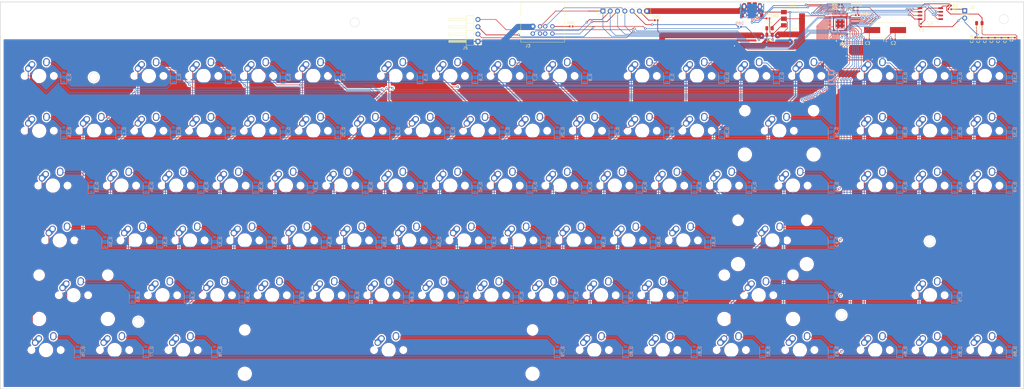
<source format=kicad_pcb>
(kicad_pcb (version 20171130) (host pcbnew "(5.1.12)-1")
  (layers (0 F.Cu signal) (31 B.Cu signal) (34 B.Paste user) (35 F.Paste user) (36 B.SilkS user) (37 F.SilkS user) (38 B.Mask user) (39 F.Mask user) (44 Edge.Cuts user))
  (net 0 "")
  (net 1 GND)
  (net 2 col0)
  (net 3 col1)
  (net 4 col2)
  (net 5 col3)
  (net 6 col4)
  (net 7 col5)
  (net 8 col6)
  (net 9 col7)
  (net 10 col8)
  (net 11 col9)
  (net 12 col10)
  (net 13 col11)
  (net 14 col12)
  (net 15 col13)
  (net 16 col14)
  (net 17 col15)
  (net 18 col16)
  (net 19 col17)
  (net 20 row0)
  (net 21 row1)
  (net 22 row2)
  (net 23 row3)
  (net 24 row4)
  (net 25 row5)
  (net 26 "Net-(D_0-Pad2)")
  (net 27 "Net-(D_1-Pad2)")
  (net 28 "Net-(D_2-Pad2)")
  (net 29 "Net-(D_3-Pad2)")
  (net 30 "Net-(D_4-Pad2)")
  (net 31 "Net-(D_5-Pad2)")
  (net 32 "Net-(D_6-Pad2)")
  (net 33 "Net-(D_7-Pad2)")
  (net 34 "Net-(D_8-Pad2)")
  (net 35 "Net-(D_9-Pad2)")
  (net 36 "Net-(D_10-Pad2)")
  (net 37 "Net-(D_11-Pad2)")
  (net 38 "Net-(D_12-Pad2)")
  (net 39 "Net-(D_13-Pad2)")
  (net 40 "Net-(D_14-Pad2)")
  (net 41 "Net-(D_15-Pad2)")
  (net 42 "Net-(D_16-Pad2)")
  (net 43 "Net-(D_17-Pad2)")
  (net 44 "Net-(D_18-Pad2)")
  (net 45 "Net-(D_19-Pad2)")
  (net 46 "Net-(D_20-Pad2)")
  (net 47 "Net-(D_21-Pad2)")
  (net 48 "Net-(D_22-Pad2)")
  (net 49 "Net-(D_23-Pad2)")
  (net 50 "Net-(D_24-Pad2)")
  (net 51 "Net-(D_25-Pad2)")
  (net 52 "Net-(D_26-Pad2)")
  (net 53 "Net-(D_27-Pad2)")
  (net 54 "Net-(D_28-Pad2)")
  (net 55 "Net-(D_29-Pad2)")
  (net 56 "Net-(D_30-Pad2)")
  (net 57 "Net-(D_31-Pad2)")
  (net 58 "Net-(D_32-Pad2)")
  (net 59 "Net-(D_33-Pad2)")
  (net 60 "Net-(D_34-Pad2)")
  (net 61 "Net-(D_35-Pad2)")
  (net 62 "Net-(D_36-Pad2)")
  (net 63 "Net-(D_37-Pad2)")
  (net 64 "Net-(D_38-Pad2)")
  (net 65 "Net-(D_39-Pad2)")
  (net 66 "Net-(D_40-Pad2)")
  (net 67 "Net-(D_41-Pad2)")
  (net 68 "Net-(D_42-Pad2)")
  (net 69 "Net-(D_43-Pad2)")
  (net 70 "Net-(D_44-Pad2)")
  (net 71 "Net-(D_45-Pad2)")
  (net 72 "Net-(D_46-Pad2)")
  (net 73 "Net-(D_47-Pad2)")
  (net 74 "Net-(D_48-Pad2)")
  (net 75 "Net-(D_49-Pad2)")
  (net 76 "Net-(D_50-Pad2)")
  (net 77 "Net-(D_51-Pad2)")
  (net 78 "Net-(D_52-Pad2)")
  (net 79 "Net-(D_53-Pad2)")
  (net 80 "Net-(D_54-Pad2)")
  (net 81 "Net-(D_55-Pad2)")
  (net 82 "Net-(D_56-Pad2)")
  (net 83 "Net-(D_57-Pad2)")
  (net 84 "Net-(D_58-Pad2)")
  (net 85 "Net-(D_59-Pad2)")
  (net 86 "Net-(D_60-Pad2)")
  (net 87 "Net-(D_61-Pad2)")
  (net 88 "Net-(D_62-Pad2)")
  (net 89 "Net-(D_63-Pad2)")
  (net 90 "Net-(D_64-Pad2)")
  (net 91 "Net-(D_65-Pad2)")
  (net 92 "Net-(D_66-Pad2)")
  (net 93 "Net-(D_67-Pad2)")
  (net 94 "Net-(D_68-Pad2)")
  (net 95 "Net-(D_69-Pad2)")
  (net 96 "Net-(D_70-Pad2)")
  (net 97 "Net-(D_71-Pad2)")
  (net 98 "Net-(D_72-Pad2)")
  (net 99 "Net-(D_73-Pad2)")
  (net 100 "Net-(D_74-Pad2)")
  (net 101 "Net-(D_75-Pad2)")
  (net 102 "Net-(D_76-Pad2)")
  (net 103 "Net-(D_77-Pad2)")
  (net 104 "Net-(D_78-Pad2)")
  (net 105 "Net-(D_79-Pad2)")
  (net 106 "Net-(D_80-Pad2)")
  (net 107 "Net-(D_81-Pad2)")
  (net 108 "Net-(D_82-Pad2)")
  (net 109 "Net-(D_83-Pad2)")
  (net 110 "Net-(D_84-Pad2)")
  (net 111 "Net-(D_85-Pad2)")
  (net 112 "Net-(D_86-Pad2)")
  (net 113 VBUS)
  (net 114 /XIN)
  (net 115 "Net-(C3-Pad1)")
  (net 116 +3V3)
  (net 117 /USB_D-)
  (net 118 /USB_D+)
  (net 119 "Net-(J1-Pad4)")
  (net 120 /~USB_BOOT)
  (net 121 /QSPI_SS)
  (net 122 "Net-(R3-Pad2)")
  (net 123 "Net-(R4-Pad2)")
  (net 124 /XOUT)
  (net 125 /QSPI_SD3)
  (net 126 /QSPI_SCLK)
  (net 127 /QSPI_SD0)
  (net 128 /QSPI_SD2)
  (net 129 /QSPI_SD1)
  (net 130 /RUN)
  (net 131 /SWD)
  (net 132 /SWCLK)
  (net 133 /GPIO27_ADC1)
  (net 134 /GPIO26_ADC0)
  (net 135 /GPIO25)
  (net 136 /GPIO24)
  (net 137 +1V1)
  (net 138 "Net-(D88-Pad2)")
  (net 139 "Net-(D89-Pad2)")
  (net 140 "Net-(D90-Pad1)")
  (net 141 "Net-(D91-Pad2)")
  (net 142 /I2C_SCL)
  (net 143 /I2C_SDA)
  (module Connector_PinHeader_2.54mm:PinHeader_1x04_P2.54mm_Horizontal (layer F.Cu) (at 165.989 13.716 180)
    (fp_text reference J5 (at 4.385 -2.27) (layer F.SilkS))
    (fp_text value I2C_Display_Header)
    (pad 4 thru_hole oval (at 0 7.62 180) (size 1.7 1.7) (drill 1) (layers *.Cu *.Mask) (net 142 /I2C_SCL))
    (pad 3 thru_hole oval (at 0 5.08 180) (size 1.7 1.7) (drill 1) (layers *.Cu *.Mask) (net 113 VBUS))
    (pad 2 thru_hole oval (at 0 2.54 180) (size 1.7 1.7) (drill 1) (layers *.Cu *.Mask) (net 143 /I2C_SDA))
    (pad 1 thru_hole rect (at 0 0 180) (size 1.7 1.7) (drill 1) (layers *.Cu *.Mask) (net 1 GND))
  )
  (module Connector_PinHeader_2.54mm:PinHeader_1x07_P2.54mm_Vertical (layer F.Cu) (at 209.423 3.175 90)
    (fp_text reference J4 (at 0 -2.33 90) (layer F.SilkS))
    (fp_text value Breakout)
    (pad 7 thru_hole oval (at 0 15.24 90) (size 1.7 1.7) (drill 1) (layers *.Cu *.Mask) (net 1 GND))
    (pad 6 thru_hole oval (at 0 12.7 90) (size 1.7 1.7) (drill 1) (layers *.Cu *.Mask) (net 140 "Net-(D90-Pad1)"))
    (pad 5 thru_hole oval (at 0 10.16 90) (size 1.7 1.7) (drill 1) (layers *.Cu *.Mask) (net 139 "Net-(D89-Pad2)"))
    (pad 4 thru_hole oval (at 0 7.62 90) (size 1.7 1.7) (drill 1) (layers *.Cu *.Mask) (net 133 /GPIO27_ADC1))
    (pad 3 thru_hole oval (at 0 5.08 90) (size 1.7 1.7) (drill 1) (layers *.Cu *.Mask) (net 134 /GPIO26_ADC0))
    (pad 2 thru_hole oval (at 0 2.54 90) (size 1.7 1.7) (drill 1) (layers *.Cu *.Mask) (net 135 /GPIO25))
    (pad 1 thru_hole rect (at 0 0 90) (size 1.7 1.7) (drill 1) (layers *.Cu *.Mask) (net 136 /GPIO24))
  )
  (module Diode_SMD:D_0402_1005Metric (layer F.Cu) (at 227.965 6.35)
    (fp_text reference D90 (at 0 -1.17) (layer F.SilkS))
    (fp_text value 1N4148W)
    (pad 2 smd roundrect (at 0.485 0) (size 0.59 0.64) (layers F.Cu F.Paste F.Mask) (net 116 +3V3))
    (pad 1 smd roundrect (at -0.485 0) (size 0.59 0.64) (layers F.Cu F.Paste F.Mask) (net 140 "Net-(D90-Pad1)"))
  )
  (module Diode_SMD:D_0402_1005Metric (layer F.Cu) (at 198.374 8.509 180)
    (fp_text reference D91 (at 0 1.27 180) (layer F.SilkS))
    (fp_text value 1N4148W)
    (pad 2 smd roundrect (at 0.485 0 180) (size 0.59 0.64) (layers F.Cu F.Paste F.Mask) (net 141 "Net-(D91-Pad2)"))
    (pad 1 smd roundrect (at -0.485 0 180) (size 0.59 0.64) (layers F.Cu F.Paste F.Mask) (net 113 VBUS))
  )
  (module Diode_SMD:D_0402_1005Metric (layer B.Cu) (at 256.921 8.636 180)
    (fp_text reference D89 (at 0 1.17) (layer B.SilkS) (effects (justify mirror)))
    (fp_text value 1N4148W)
    (pad 2 smd roundrect (at 0.485 0 180) (size 0.59 0.64) (layers B.Cu B.Paste B.Mask) (net 139 "Net-(D89-Pad2)"))
    (pad 1 smd roundrect (at -0.485 0 180) (size 0.59 0.64) (layers B.Cu B.Paste B.Mask) (net 113 VBUS))
  )
  (module Diode_SMD:D_0402_1005Metric (layer F.Cu) (at 266.804 5.715 180)
    (fp_text reference D88 (at -2.309 0.762) (layer F.SilkS))
    (fp_text value 1N4148W)
    (pad 2 smd roundrect (at 0.485 0 180) (size 0.59 0.64) (layers F.Cu F.Paste F.Mask) (net 138 "Net-(D88-Pad2)"))
    (pad 1 smd roundrect (at -0.485 0 180) (size 0.59 0.64) (layers F.Cu F.Paste F.Mask) (net 113 VBUS))
  )
  (module Capacitor_SMD:C_0402_1005Metric (layer B.Cu) (at 290.731 3.175 180)
    (fp_text reference C8 (at 0 1.16) (layer B.SilkS) (effects (justify mirror)))
    (fp_text value 1u)
    (pad 2 smd roundrect (at 0.48 0 180) (size 0.56 0.62) (layers B.Cu B.Paste B.Mask) (net 1 GND))
    (pad 1 smd roundrect (at -0.48 0 180) (size 0.56 0.62) (layers B.Cu B.Paste B.Mask) (net 137 +1V1))
  )
  (module Capacitor_SMD:C_0402_1005Metric (layer F.Cu) (at 296.545 2.413 270)
    (fp_text reference C7 (at -1.524 0 180) (layer F.SilkS))
    (fp_text value 100n)
    (pad 2 smd roundrect (at 0.48 0 270) (size 0.56 0.62) (layers F.Cu F.Paste F.Mask) (net 1 GND))
    (pad 1 smd roundrect (at -0.48 0 270) (size 0.56 0.62) (layers F.Cu F.Paste F.Mask) (net 137 +1V1))
  )
  (module Capacitor_SMD:C_0402_1005Metric (layer F.Cu) (at 297.942 2.413 270)
    (fp_text reference C6 (at -1.524 -0.508 180) (layer F.SilkS))
    (fp_text value 100n)
    (pad 2 smd roundrect (at 0.48 0 270) (size 0.56 0.62) (layers F.Cu F.Paste F.Mask) (net 1 GND))
    (pad 1 smd roundrect (at -0.48 0 270) (size 0.56 0.62) (layers F.Cu F.Paste F.Mask) (net 137 +1V1))
  )
  (module RP2040_minimal:MJD-006-FS (layer F.Cu) (at 187.198 8.89)
    (fp_text reference J3 (at -3.81 6.35) (layer F.SilkS))
    (fp_text value Mini-DIN-6)
    (pad "" np_thru_hole circle (at -5.48 -3.39) (size 2.2 2.2) (drill 2.2) (layers *.Cu *.Mask))
    (pad "" np_thru_hole circle (at 8.02 -3.39) (size 2.2 2.2) (drill 2.2) (layers *.Cu *.Mask))
    (pad "" np_thru_hole circle (at 1.27 -4.19) (size 2.2 2.2) (drill 2.2) (layers *.Cu *.Mask))
    (pad 8 thru_hole circle (at 4.67 2.11) (size 1.524 1.524) (drill 0.9) (layers *.Cu *.Mask) (net 134 /GPIO26_ADC0))
    (pad 7 thru_hole circle (at 2.17 2.11) (size 1.524 1.524) (drill 0.9) (layers *.Cu *.Mask))
    (pad 4 thru_hole circle (at 0.37 2.11) (size 1.524 1.524) (drill 0.9) (layers *.Cu *.Mask))
    (pad 6 thru_hole circle (at -2.13 2.11) (size 1.524 1.524) (drill 0.9) (layers *.Cu *.Mask) (net 135 /GPIO25))
    (pad 5 thru_hole circle (at 4.67 -0.39) (size 1.524 1.524) (drill 0.9) (layers *.Cu *.Mask) (net 141 "Net-(D91-Pad2)"))
    (pad 2 thru_hole circle (at 2.17 -0.39) (size 1.524 1.524) (drill 0.9) (layers *.Cu *.Mask) (net 133 /GPIO27_ADC1))
    (pad 1 thru_hole circle (at 0.37 -0.39) (size 1.524 1.524) (drill 0.9) (layers *.Cu *.Mask) (net 136 /GPIO24))
    (pad 3 thru_hole circle (at -2.13 -0.39) (size 1.524 1.524) (drill 0.9) (layers *.Cu *.Mask) (net 1 GND))
  )
  (module MX_Alps_Hybrid:MX-1U-NoLED (layer F.Cu) (at 46.8625 82.867)
    (fp_text reference K_51)
    (fp_text value KEYSW)
    (pad "" np_thru_hole circle (at 5.08 0 48.0996) (size 1.75 1.75) (drill 1.75) (layers *.Cu *.Mask))
    (pad "" np_thru_hole circle (at -5.08 0 48.0996) (size 1.75 1.75) (drill 1.75) (layers *.Cu *.Mask))
    (pad 1 thru_hole circle (at -2.5 -4) (size 2.25 2.25) (drill 1.47) (layers *.Cu B.Mask) (net 4 col2))
    (pad "" np_thru_hole circle (at 0 0) (size 3.9878 3.9878) (drill 3.9878) (layers *.Cu *.Mask))
    (pad 1 thru_hole oval (at -3.81 -2.54 48.0996) (size 4.211556 2.25) (drill 1.47 (offset 0.980778 0)) (layers *.Cu B.Mask) (net 4 col2))
    (pad 2 thru_hole circle (at 2.54 -5.08) (size 2.25 2.25) (drill 1.47) (layers *.Cu B.Mask) (net 77 "Net-(D_51-Pad2)"))
    (pad 2 thru_hole oval (at 2.5 -4.5 86.0548) (size 2.831378 2.25) (drill 1.47 (offset 0.290689 0)) (layers *.Cu B.Mask) (net 77 "Net-(D_51-Pad2)"))
  )
  (module MX_Alps_Hybrid:MX-6.25U-NoLED (layer F.Cu) (at 134.96875 120.967)
    (fp_text reference K_79)
    (fp_text value KEYSW)
    (pad "" np_thru_hole circle (at 49.9999 8.255) (size 3.9878 3.9878) (drill 3.9878) (layers *.Cu *.Mask))
    (pad "" np_thru_hole circle (at -49.9999 8.255) (size 3.9878 3.9878) (drill 3.9878) (layers *.Cu *.Mask))
    (pad "" np_thru_hole circle (at 49.9999 -6.985) (size 3.048 3.048) (drill 3.048) (layers *.Cu *.Mask))
    (pad "" np_thru_hole circle (at -49.9999 -6.985) (size 3.048 3.048) (drill 3.048) (layers *.Cu *.Mask))
    (pad "" np_thru_hole circle (at 5.08 0 48.0996) (size 1.75 1.75) (drill 1.75) (layers *.Cu *.Mask))
    (pad "" np_thru_hole circle (at -5.08 0 48.0996) (size 1.75 1.75) (drill 1.75) (layers *.Cu *.Mask))
    (pad 1 thru_hole circle (at -2.5 -4) (size 2.25 2.25) (drill 1.47) (layers *.Cu B.Mask) (net 8 col6))
    (pad "" np_thru_hole circle (at 0 0) (size 3.9878 3.9878) (drill 3.9878) (layers *.Cu *.Mask))
    (pad 1 thru_hole oval (at -3.81 -2.54 48.0996) (size 4.211556 2.25) (drill 1.47 (offset 0.980778 0)) (layers *.Cu B.Mask) (net 8 col6))
    (pad 2 thru_hole circle (at 2.54 -5.08) (size 2.25 2.25) (drill 1.47) (layers *.Cu B.Mask) (net 105 "Net-(D_79-Pad2)"))
    (pad 2 thru_hole oval (at 2.5 -4.5 86.0548) (size 2.831378 2.25) (drill 1.47 (offset 0.290689 0)) (layers *.Cu B.Mask) (net 105 "Net-(D_79-Pad2)"))
  )
  (module MX_Alps_Hybrid:MX-1.25U-NoLED (layer F.Cu) (at 254.03125 120.967)
    (fp_text reference K_82)
    (fp_text value KEYSW)
    (pad "" np_thru_hole circle (at 5.08 0 48.0996) (size 1.75 1.75) (drill 1.75) (layers *.Cu *.Mask))
    (pad "" np_thru_hole circle (at -5.08 0 48.0996) (size 1.75 1.75) (drill 1.75) (layers *.Cu *.Mask))
    (pad 1 thru_hole circle (at -2.5 -4) (size 2.25 2.25) (drill 1.47) (layers *.Cu B.Mask) (net 15 col13))
    (pad "" np_thru_hole circle (at 0 0) (size 3.9878 3.9878) (drill 3.9878) (layers *.Cu *.Mask))
    (pad 1 thru_hole oval (at -3.81 -2.54 48.0996) (size 4.211556 2.25) (drill 1.47 (offset 0.980778 0)) (layers *.Cu B.Mask) (net 15 col13))
    (pad 2 thru_hole circle (at 2.54 -5.08) (size 2.25 2.25) (drill 1.47) (layers *.Cu B.Mask) (net 108 "Net-(D_82-Pad2)"))
    (pad 2 thru_hole oval (at 2.5 -4.5 86.0548) (size 2.831378 2.25) (drill 1.47 (offset 0.290689 0)) (layers *.Cu B.Mask) (net 108 "Net-(D_82-Pad2)"))
  )
  (module MX_Alps_Hybrid:MX-1U-NoLED (layer F.Cu) (at 13.525 25.717)
    (fp_text reference K_0)
    (fp_text value KEYSW)
    (pad "" np_thru_hole circle (at 5.08 0 48.0996) (size 1.75 1.75) (drill 1.75) (layers *.Cu *.Mask))
    (pad "" np_thru_hole circle (at -5.08 0 48.0996) (size 1.75 1.75) (drill 1.75) (layers *.Cu *.Mask))
    (pad 1 thru_hole circle (at -2.5 -4) (size 2.25 2.25) (drill 1.47) (layers *.Cu B.Mask) (net 2 col0))
    (pad "" np_thru_hole circle (at 0 0) (size 3.9878 3.9878) (drill 3.9878) (layers *.Cu *.Mask))
    (pad 1 thru_hole oval (at -3.81 -2.54 48.0996) (size 4.211556 2.25) (drill 1.47 (offset 0.980778 0)) (layers *.Cu B.Mask) (net 2 col0))
    (pad 2 thru_hole circle (at 2.54 -5.08) (size 2.25 2.25) (drill 1.47) (layers *.Cu B.Mask) (net 26 "Net-(D_0-Pad2)"))
    (pad 2 thru_hole oval (at 2.5 -4.5 86.0548) (size 2.831378 2.25) (drill 1.47 (offset 0.290689 0)) (layers *.Cu B.Mask) (net 26 "Net-(D_0-Pad2)"))
  )
  (module MX_Alps_Hybrid:MX-1U-NoLED (layer F.Cu) (at 51.625 25.717)
    (fp_text reference K_1)
    (fp_text value KEYSW)
    (pad "" np_thru_hole circle (at 5.08 0 48.0996) (size 1.75 1.75) (drill 1.75) (layers *.Cu *.Mask))
    (pad "" np_thru_hole circle (at -5.08 0 48.0996) (size 1.75 1.75) (drill 1.75) (layers *.Cu *.Mask))
    (pad 1 thru_hole circle (at -2.5 -4) (size 2.25 2.25) (drill 1.47) (layers *.Cu B.Mask) (net 4 col2))
    (pad "" np_thru_hole circle (at 0 0) (size 3.9878 3.9878) (drill 3.9878) (layers *.Cu *.Mask))
    (pad 1 thru_hole oval (at -3.81 -2.54 48.0996) (size 4.211556 2.25) (drill 1.47 (offset 0.980778 0)) (layers *.Cu B.Mask) (net 4 col2))
    (pad 2 thru_hole circle (at 2.54 -5.08) (size 2.25 2.25) (drill 1.47) (layers *.Cu B.Mask) (net 27 "Net-(D_1-Pad2)"))
    (pad 2 thru_hole oval (at 2.5 -4.5 86.0548) (size 2.831378 2.25) (drill 1.47 (offset 0.290689 0)) (layers *.Cu B.Mask) (net 27 "Net-(D_1-Pad2)"))
  )
  (module MX_Alps_Hybrid:MX-1U-NoLED (layer F.Cu) (at 70.675 25.717)
    (fp_text reference K_2)
    (fp_text value KEYSW)
    (pad "" np_thru_hole circle (at 5.08 0 48.0996) (size 1.75 1.75) (drill 1.75) (layers *.Cu *.Mask))
    (pad "" np_thru_hole circle (at -5.08 0 48.0996) (size 1.75 1.75) (drill 1.75) (layers *.Cu *.Mask))
    (pad 1 thru_hole circle (at -2.5 -4) (size 2.25 2.25) (drill 1.47) (layers *.Cu B.Mask) (net 5 col3))
    (pad "" np_thru_hole circle (at 0 0) (size 3.9878 3.9878) (drill 3.9878) (layers *.Cu *.Mask))
    (pad 1 thru_hole oval (at -3.81 -2.54 48.0996) (size 4.211556 2.25) (drill 1.47 (offset 0.980778 0)) (layers *.Cu B.Mask) (net 5 col3))
    (pad 2 thru_hole circle (at 2.54 -5.08) (size 2.25 2.25) (drill 1.47) (layers *.Cu B.Mask) (net 28 "Net-(D_2-Pad2)"))
    (pad 2 thru_hole oval (at 2.5 -4.5 86.0548) (size 2.831378 2.25) (drill 1.47 (offset 0.290689 0)) (layers *.Cu B.Mask) (net 28 "Net-(D_2-Pad2)"))
  )
  (module MX_Alps_Hybrid:MX-1U-NoLED (layer F.Cu) (at 89.725 25.717)
    (fp_text reference K_3)
    (fp_text value KEYSW)
    (pad "" np_thru_hole circle (at 5.08 0 48.0996) (size 1.75 1.75) (drill 1.75) (layers *.Cu *.Mask))
    (pad "" np_thru_hole circle (at -5.08 0 48.0996) (size 1.75 1.75) (drill 1.75) (layers *.Cu *.Mask))
    (pad 1 thru_hole circle (at -2.5 -4) (size 2.25 2.25) (drill 1.47) (layers *.Cu B.Mask) (net 6 col4))
    (pad "" np_thru_hole circle (at 0 0) (size 3.9878 3.9878) (drill 3.9878) (layers *.Cu *.Mask))
    (pad 1 thru_hole oval (at -3.81 -2.54 48.0996) (size 4.211556 2.25) (drill 1.47 (offset 0.980778 0)) (layers *.Cu B.Mask) (net 6 col4))
    (pad 2 thru_hole circle (at 2.54 -5.08) (size 2.25 2.25) (drill 1.47) (layers *.Cu B.Mask) (net 29 "Net-(D_3-Pad2)"))
    (pad 2 thru_hole oval (at 2.5 -4.5 86.0548) (size 2.831378 2.25) (drill 1.47 (offset 0.290689 0)) (layers *.Cu B.Mask) (net 29 "Net-(D_3-Pad2)"))
  )
  (module MX_Alps_Hybrid:MX-1U-NoLED (layer F.Cu) (at 108.775 25.717)
    (fp_text reference K_4)
    (fp_text value KEYSW)
    (pad "" np_thru_hole circle (at 5.08 0 48.0996) (size 1.75 1.75) (drill 1.75) (layers *.Cu *.Mask))
    (pad "" np_thru_hole circle (at -5.08 0 48.0996) (size 1.75 1.75) (drill 1.75) (layers *.Cu *.Mask))
    (pad 1 thru_hole circle (at -2.5 -4) (size 2.25 2.25) (drill 1.47) (layers *.Cu B.Mask) (net 7 col5))
    (pad "" np_thru_hole circle (at 0 0) (size 3.9878 3.9878) (drill 3.9878) (layers *.Cu *.Mask))
    (pad 1 thru_hole oval (at -3.81 -2.54 48.0996) (size 4.211556 2.25) (drill 1.47 (offset 0.980778 0)) (layers *.Cu B.Mask) (net 7 col5))
    (pad 2 thru_hole circle (at 2.54 -5.08) (size 2.25 2.25) (drill 1.47) (layers *.Cu B.Mask) (net 30 "Net-(D_4-Pad2)"))
    (pad 2 thru_hole oval (at 2.5 -4.5 86.0548) (size 2.831378 2.25) (drill 1.47 (offset 0.290689 0)) (layers *.Cu B.Mask) (net 30 "Net-(D_4-Pad2)"))
  )
  (module MX_Alps_Hybrid:MX-1U-NoLED (layer F.Cu) (at 137.35 25.717)
    (fp_text reference K_5)
    (fp_text value KEYSW)
    (pad "" np_thru_hole circle (at 5.08 0 48.0996) (size 1.75 1.75) (drill 1.75) (layers *.Cu *.Mask))
    (pad "" np_thru_hole circle (at -5.08 0 48.0996) (size 1.75 1.75) (drill 1.75) (layers *.Cu *.Mask))
    (pad 1 thru_hole circle (at -2.5 -4) (size 2.25 2.25) (drill 1.47) (layers *.Cu B.Mask) (net 9 col7))
    (pad "" np_thru_hole circle (at 0 0) (size 3.9878 3.9878) (drill 3.9878) (layers *.Cu *.Mask))
    (pad 1 thru_hole oval (at -3.81 -2.54 48.0996) (size 4.211556 2.25) (drill 1.47 (offset 0.980778 0)) (layers *.Cu B.Mask) (net 9 col7))
    (pad 2 thru_hole circle (at 2.54 -5.08) (size 2.25 2.25) (drill 1.47) (layers *.Cu B.Mask) (net 31 "Net-(D_5-Pad2)"))
    (pad 2 thru_hole oval (at 2.5 -4.5 86.0548) (size 2.831378 2.25) (drill 1.47 (offset 0.290689 0)) (layers *.Cu B.Mask) (net 31 "Net-(D_5-Pad2)"))
  )
  (module MX_Alps_Hybrid:MX-1U-NoLED (layer F.Cu) (at 156.4 25.717)
    (fp_text reference K_6)
    (fp_text value KEYSW)
    (pad "" np_thru_hole circle (at 5.08 0 48.0996) (size 1.75 1.75) (drill 1.75) (layers *.Cu *.Mask))
    (pad "" np_thru_hole circle (at -5.08 0 48.0996) (size 1.75 1.75) (drill 1.75) (layers *.Cu *.Mask))
    (pad 1 thru_hole circle (at -2.5 -4) (size 2.25 2.25) (drill 1.47) (layers *.Cu B.Mask) (net 10 col8))
    (pad "" np_thru_hole circle (at 0 0) (size 3.9878 3.9878) (drill 3.9878) (layers *.Cu *.Mask))
    (pad 1 thru_hole oval (at -3.81 -2.54 48.0996) (size 4.211556 2.25) (drill 1.47 (offset 0.980778 0)) (layers *.Cu B.Mask) (net 10 col8))
    (pad 2 thru_hole circle (at 2.54 -5.08) (size 2.25 2.25) (drill 1.47) (layers *.Cu B.Mask) (net 32 "Net-(D_6-Pad2)"))
    (pad 2 thru_hole oval (at 2.5 -4.5 86.0548) (size 2.831378 2.25) (drill 1.47 (offset 0.290689 0)) (layers *.Cu B.Mask) (net 32 "Net-(D_6-Pad2)"))
  )
  (module MX_Alps_Hybrid:MX-1U-NoLED (layer F.Cu) (at 175.45 25.717)
    (fp_text reference K_7)
    (fp_text value KEYSW)
    (pad "" np_thru_hole circle (at 5.08 0 48.0996) (size 1.75 1.75) (drill 1.75) (layers *.Cu *.Mask))
    (pad "" np_thru_hole circle (at -5.08 0 48.0996) (size 1.75 1.75) (drill 1.75) (layers *.Cu *.Mask))
    (pad 1 thru_hole circle (at -2.5 -4) (size 2.25 2.25) (drill 1.47) (layers *.Cu B.Mask) (net 11 col9))
    (pad "" np_thru_hole circle (at 0 0) (size 3.9878 3.9878) (drill 3.9878) (layers *.Cu *.Mask))
    (pad 1 thru_hole oval (at -3.81 -2.54 48.0996) (size 4.211556 2.25) (drill 1.47 (offset 0.980778 0)) (layers *.Cu B.Mask) (net 11 col9))
    (pad 2 thru_hole circle (at 2.54 -5.08) (size 2.25 2.25) (drill 1.47) (layers *.Cu B.Mask) (net 33 "Net-(D_7-Pad2)"))
    (pad 2 thru_hole oval (at 2.5 -4.5 86.0548) (size 2.831378 2.25) (drill 1.47 (offset 0.290689 0)) (layers *.Cu B.Mask) (net 33 "Net-(D_7-Pad2)"))
  )
  (module MX_Alps_Hybrid:MX-1U-NoLED (layer F.Cu) (at 194.5 25.717)
    (fp_text reference K_8)
    (fp_text value KEYSW)
    (pad "" np_thru_hole circle (at 5.08 0 48.0996) (size 1.75 1.75) (drill 1.75) (layers *.Cu *.Mask))
    (pad "" np_thru_hole circle (at -5.08 0 48.0996) (size 1.75 1.75) (drill 1.75) (layers *.Cu *.Mask))
    (pad 1 thru_hole circle (at -2.5 -4) (size 2.25 2.25) (drill 1.47) (layers *.Cu B.Mask) (net 12 col10))
    (pad "" np_thru_hole circle (at 0 0) (size 3.9878 3.9878) (drill 3.9878) (layers *.Cu *.Mask))
    (pad 1 thru_hole oval (at -3.81 -2.54 48.0996) (size 4.211556 2.25) (drill 1.47 (offset 0.980778 0)) (layers *.Cu B.Mask) (net 12 col10))
    (pad 2 thru_hole circle (at 2.54 -5.08) (size 2.25 2.25) (drill 1.47) (layers *.Cu B.Mask) (net 34 "Net-(D_8-Pad2)"))
    (pad 2 thru_hole oval (at 2.5 -4.5 86.0548) (size 2.831378 2.25) (drill 1.47 (offset 0.290689 0)) (layers *.Cu B.Mask) (net 34 "Net-(D_8-Pad2)"))
  )
  (module MX_Alps_Hybrid:MX-1U-NoLED (layer F.Cu) (at 223.075 25.717)
    (fp_text reference K_9)
    (fp_text value KEYSW)
    (pad "" np_thru_hole circle (at 5.08 0 48.0996) (size 1.75 1.75) (drill 1.75) (layers *.Cu *.Mask))
    (pad "" np_thru_hole circle (at -5.08 0 48.0996) (size 1.75 1.75) (drill 1.75) (layers *.Cu *.Mask))
    (pad 1 thru_hole circle (at -2.5 -4) (size 2.25 2.25) (drill 1.47) (layers *.Cu B.Mask) (net 13 col11))
    (pad "" np_thru_hole circle (at 0 0) (size 3.9878 3.9878) (drill 3.9878) (layers *.Cu *.Mask))
    (pad 1 thru_hole oval (at -3.81 -2.54 48.0996) (size 4.211556 2.25) (drill 1.47 (offset 0.980778 0)) (layers *.Cu B.Mask) (net 13 col11))
    (pad 2 thru_hole circle (at 2.54 -5.08) (size 2.25 2.25) (drill 1.47) (layers *.Cu B.Mask) (net 35 "Net-(D_9-Pad2)"))
    (pad 2 thru_hole oval (at 2.5 -4.5 86.0548) (size 2.831378 2.25) (drill 1.47 (offset 0.290689 0)) (layers *.Cu B.Mask) (net 35 "Net-(D_9-Pad2)"))
  )
  (module MX_Alps_Hybrid:MX-1U-NoLED (layer F.Cu) (at 242.125 25.717)
    (fp_text reference K_10)
    (fp_text value KEYSW)
    (pad "" np_thru_hole circle (at 5.08 0 48.0996) (size 1.75 1.75) (drill 1.75) (layers *.Cu *.Mask))
    (pad "" np_thru_hole circle (at -5.08 0 48.0996) (size 1.75 1.75) (drill 1.75) (layers *.Cu *.Mask))
    (pad 1 thru_hole circle (at -2.5 -4) (size 2.25 2.25) (drill 1.47) (layers *.Cu B.Mask) (net 14 col12))
    (pad "" np_thru_hole circle (at 0 0) (size 3.9878 3.9878) (drill 3.9878) (layers *.Cu *.Mask))
    (pad 1 thru_hole oval (at -3.81 -2.54 48.0996) (size 4.211556 2.25) (drill 1.47 (offset 0.980778 0)) (layers *.Cu B.Mask) (net 14 col12))
    (pad 2 thru_hole circle (at 2.54 -5.08) (size 2.25 2.25) (drill 1.47) (layers *.Cu B.Mask) (net 36 "Net-(D_10-Pad2)"))
    (pad 2 thru_hole oval (at 2.5 -4.5 86.0548) (size 2.831378 2.25) (drill 1.47 (offset 0.290689 0)) (layers *.Cu B.Mask) (net 36 "Net-(D_10-Pad2)"))
  )
  (module MX_Alps_Hybrid:MX-1U-NoLED (layer F.Cu) (at 261.175 25.717)
    (fp_text reference K_11)
    (fp_text value KEYSW)
    (pad "" np_thru_hole circle (at 5.08 0 48.0996) (size 1.75 1.75) (drill 1.75) (layers *.Cu *.Mask))
    (pad "" np_thru_hole circle (at -5.08 0 48.0996) (size 1.75 1.75) (drill 1.75) (layers *.Cu *.Mask))
    (pad 1 thru_hole circle (at -2.5 -4) (size 2.25 2.25) (drill 1.47) (layers *.Cu B.Mask) (net 15 col13))
    (pad "" np_thru_hole circle (at 0 0) (size 3.9878 3.9878) (drill 3.9878) (layers *.Cu *.Mask))
    (pad 1 thru_hole oval (at -3.81 -2.54 48.0996) (size 4.211556 2.25) (drill 1.47 (offset 0.980778 0)) (layers *.Cu B.Mask) (net 15 col13))
    (pad 2 thru_hole circle (at 2.54 -5.08) (size 2.25 2.25) (drill 1.47) (layers *.Cu B.Mask) (net 37 "Net-(D_11-Pad2)"))
    (pad 2 thru_hole oval (at 2.5 -4.5 86.0548) (size 2.831378 2.25) (drill 1.47 (offset 0.290689 0)) (layers *.Cu B.Mask) (net 37 "Net-(D_11-Pad2)"))
  )
  (module MX_Alps_Hybrid:MX-1U-NoLED (layer F.Cu) (at 280.225 25.717)
    (fp_text reference K_12)
    (fp_text value KEYSW)
    (pad "" np_thru_hole circle (at 5.08 0 48.0996) (size 1.75 1.75) (drill 1.75) (layers *.Cu *.Mask))
    (pad "" np_thru_hole circle (at -5.08 0 48.0996) (size 1.75 1.75) (drill 1.75) (layers *.Cu *.Mask))
    (pad 1 thru_hole circle (at -2.5 -4) (size 2.25 2.25) (drill 1.47) (layers *.Cu B.Mask) (net 16 col14))
    (pad "" np_thru_hole circle (at 0 0) (size 3.9878 3.9878) (drill 3.9878) (layers *.Cu *.Mask))
    (pad 1 thru_hole oval (at -3.81 -2.54 48.0996) (size 4.211556 2.25) (drill 1.47 (offset 0.980778 0)) (layers *.Cu B.Mask) (net 16 col14))
    (pad 2 thru_hole circle (at 2.54 -5.08) (size 2.25 2.25) (drill 1.47) (layers *.Cu B.Mask) (net 38 "Net-(D_12-Pad2)"))
    (pad 2 thru_hole oval (at 2.5 -4.5 86.0548) (size 2.831378 2.25) (drill 1.47 (offset 0.290689 0)) (layers *.Cu B.Mask) (net 38 "Net-(D_12-Pad2)"))
  )
  (module MX_Alps_Hybrid:MX-1U-NoLED (layer F.Cu) (at 304.0375 25.717)
    (fp_text reference K_13)
    (fp_text value KEYSW)
    (pad "" np_thru_hole circle (at 5.08 0 48.0996) (size 1.75 1.75) (drill 1.75) (layers *.Cu *.Mask))
    (pad "" np_thru_hole circle (at -5.08 0 48.0996) (size 1.75 1.75) (drill 1.75) (layers *.Cu *.Mask))
    (pad 1 thru_hole circle (at -2.5 -4) (size 2.25 2.25) (drill 1.47) (layers *.Cu B.Mask) (net 17 col15))
    (pad "" np_thru_hole circle (at 0 0) (size 3.9878 3.9878) (drill 3.9878) (layers *.Cu *.Mask))
    (pad 1 thru_hole oval (at -3.81 -2.54 48.0996) (size 4.211556 2.25) (drill 1.47 (offset 0.980778 0)) (layers *.Cu B.Mask) (net 17 col15))
    (pad 2 thru_hole circle (at 2.54 -5.08) (size 2.25 2.25) (drill 1.47) (layers *.Cu B.Mask) (net 39 "Net-(D_13-Pad2)"))
    (pad 2 thru_hole oval (at 2.5 -4.5 86.0548) (size 2.831378 2.25) (drill 1.47 (offset 0.290689 0)) (layers *.Cu B.Mask) (net 39 "Net-(D_13-Pad2)"))
  )
  (module MX_Alps_Hybrid:MX-1U-NoLED (layer F.Cu) (at 323.0875 25.717)
    (fp_text reference K_14)
    (fp_text value KEYSW)
    (pad "" np_thru_hole circle (at 5.08 0 48.0996) (size 1.75 1.75) (drill 1.75) (layers *.Cu *.Mask))
    (pad "" np_thru_hole circle (at -5.08 0 48.0996) (size 1.75 1.75) (drill 1.75) (layers *.Cu *.Mask))
    (pad 1 thru_hole circle (at -2.5 -4) (size 2.25 2.25) (drill 1.47) (layers *.Cu B.Mask) (net 18 col16))
    (pad "" np_thru_hole circle (at 0 0) (size 3.9878 3.9878) (drill 3.9878) (layers *.Cu *.Mask))
    (pad 1 thru_hole oval (at -3.81 -2.54 48.0996) (size 4.211556 2.25) (drill 1.47 (offset 0.980778 0)) (layers *.Cu B.Mask) (net 18 col16))
    (pad 2 thru_hole circle (at 2.54 -5.08) (size 2.25 2.25) (drill 1.47) (layers *.Cu B.Mask) (net 40 "Net-(D_14-Pad2)"))
    (pad 2 thru_hole oval (at 2.5 -4.5 86.0548) (size 2.831378 2.25) (drill 1.47 (offset 0.290689 0)) (layers *.Cu B.Mask) (net 40 "Net-(D_14-Pad2)"))
  )
  (module MX_Alps_Hybrid:MX-1U-NoLED (layer F.Cu) (at 342.1375 25.717)
    (fp_text reference K_15)
    (fp_text value KEYSW)
    (pad "" np_thru_hole circle (at 5.08 0 48.0996) (size 1.75 1.75) (drill 1.75) (layers *.Cu *.Mask))
    (pad "" np_thru_hole circle (at -5.08 0 48.0996) (size 1.75 1.75) (drill 1.75) (layers *.Cu *.Mask))
    (pad 1 thru_hole circle (at -2.5 -4) (size 2.25 2.25) (drill 1.47) (layers *.Cu B.Mask) (net 19 col17))
    (pad "" np_thru_hole circle (at 0 0) (size 3.9878 3.9878) (drill 3.9878) (layers *.Cu *.Mask))
    (pad 1 thru_hole oval (at -3.81 -2.54 48.0996) (size 4.211556 2.25) (drill 1.47 (offset 0.980778 0)) (layers *.Cu B.Mask) (net 19 col17))
    (pad 2 thru_hole circle (at 2.54 -5.08) (size 2.25 2.25) (drill 1.47) (layers *.Cu B.Mask) (net 41 "Net-(D_15-Pad2)"))
    (pad 2 thru_hole oval (at 2.5 -4.5 86.0548) (size 2.831378 2.25) (drill 1.47 (offset 0.290689 0)) (layers *.Cu B.Mask) (net 41 "Net-(D_15-Pad2)"))
  )
  (module MX_Alps_Hybrid:MX-1U-NoLED (layer F.Cu) (at 13.525 44.767)
    (fp_text reference K_16)
    (fp_text value KEYSW)
    (pad "" np_thru_hole circle (at 5.08 0 48.0996) (size 1.75 1.75) (drill 1.75) (layers *.Cu *.Mask))
    (pad "" np_thru_hole circle (at -5.08 0 48.0996) (size 1.75 1.75) (drill 1.75) (layers *.Cu *.Mask))
    (pad 1 thru_hole circle (at -2.5 -4) (size 2.25 2.25) (drill 1.47) (layers *.Cu B.Mask) (net 2 col0))
    (pad "" np_thru_hole circle (at 0 0) (size 3.9878 3.9878) (drill 3.9878) (layers *.Cu *.Mask))
    (pad 1 thru_hole oval (at -3.81 -2.54 48.0996) (size 4.211556 2.25) (drill 1.47 (offset 0.980778 0)) (layers *.Cu B.Mask) (net 2 col0))
    (pad 2 thru_hole circle (at 2.54 -5.08) (size 2.25 2.25) (drill 1.47) (layers *.Cu B.Mask) (net 42 "Net-(D_16-Pad2)"))
    (pad 2 thru_hole oval (at 2.5 -4.5 86.0548) (size 2.831378 2.25) (drill 1.47 (offset 0.290689 0)) (layers *.Cu B.Mask) (net 42 "Net-(D_16-Pad2)"))
  )
  (module MX_Alps_Hybrid:MX-1U-NoLED (layer F.Cu) (at 32.575 44.767)
    (fp_text reference K_17)
    (fp_text value KEYSW)
    (pad "" np_thru_hole circle (at 5.08 0 48.0996) (size 1.75 1.75) (drill 1.75) (layers *.Cu *.Mask))
    (pad "" np_thru_hole circle (at -5.08 0 48.0996) (size 1.75 1.75) (drill 1.75) (layers *.Cu *.Mask))
    (pad 1 thru_hole circle (at -2.5 -4) (size 2.25 2.25) (drill 1.47) (layers *.Cu B.Mask) (net 3 col1))
    (pad "" np_thru_hole circle (at 0 0) (size 3.9878 3.9878) (drill 3.9878) (layers *.Cu *.Mask))
    (pad 1 thru_hole oval (at -3.81 -2.54 48.0996) (size 4.211556 2.25) (drill 1.47 (offset 0.980778 0)) (layers *.Cu B.Mask) (net 3 col1))
    (pad 2 thru_hole circle (at 2.54 -5.08) (size 2.25 2.25) (drill 1.47) (layers *.Cu B.Mask) (net 43 "Net-(D_17-Pad2)"))
    (pad 2 thru_hole oval (at 2.5 -4.5 86.0548) (size 2.831378 2.25) (drill 1.47 (offset 0.290689 0)) (layers *.Cu B.Mask) (net 43 "Net-(D_17-Pad2)"))
  )
  (module MX_Alps_Hybrid:MX-1U-NoLED (layer F.Cu) (at 51.625 44.767)
    (fp_text reference K_18)
    (fp_text value KEYSW)
    (pad "" np_thru_hole circle (at 5.08 0 48.0996) (size 1.75 1.75) (drill 1.75) (layers *.Cu *.Mask))
    (pad "" np_thru_hole circle (at -5.08 0 48.0996) (size 1.75 1.75) (drill 1.75) (layers *.Cu *.Mask))
    (pad 1 thru_hole circle (at -2.5 -4) (size 2.25 2.25) (drill 1.47) (layers *.Cu B.Mask) (net 4 col2))
    (pad "" np_thru_hole circle (at 0 0) (size 3.9878 3.9878) (drill 3.9878) (layers *.Cu *.Mask))
    (pad 1 thru_hole oval (at -3.81 -2.54 48.0996) (size 4.211556 2.25) (drill 1.47 (offset 0.980778 0)) (layers *.Cu B.Mask) (net 4 col2))
    (pad 2 thru_hole circle (at 2.54 -5.08) (size 2.25 2.25) (drill 1.47) (layers *.Cu B.Mask) (net 44 "Net-(D_18-Pad2)"))
    (pad 2 thru_hole oval (at 2.5 -4.5 86.0548) (size 2.831378 2.25) (drill 1.47 (offset 0.290689 0)) (layers *.Cu B.Mask) (net 44 "Net-(D_18-Pad2)"))
  )
  (module MX_Alps_Hybrid:MX-1U-NoLED (layer F.Cu) (at 70.675 44.767)
    (fp_text reference K_19)
    (fp_text value KEYSW)
    (pad "" np_thru_hole circle (at 5.08 0 48.0996) (size 1.75 1.75) (drill 1.75) (layers *.Cu *.Mask))
    (pad "" np_thru_hole circle (at -5.08 0 48.0996) (size 1.75 1.75) (drill 1.75) (layers *.Cu *.Mask))
    (pad 1 thru_hole circle (at -2.5 -4) (size 2.25 2.25) (drill 1.47) (layers *.Cu B.Mask) (net 5 col3))
    (pad "" np_thru_hole circle (at 0 0) (size 3.9878 3.9878) (drill 3.9878) (layers *.Cu *.Mask))
    (pad 1 thru_hole oval (at -3.81 -2.54 48.0996) (size 4.211556 2.25) (drill 1.47 (offset 0.980778 0)) (layers *.Cu B.Mask) (net 5 col3))
    (pad 2 thru_hole circle (at 2.54 -5.08) (size 2.25 2.25) (drill 1.47) (layers *.Cu B.Mask) (net 45 "Net-(D_19-Pad2)"))
    (pad 2 thru_hole oval (at 2.5 -4.5 86.0548) (size 2.831378 2.25) (drill 1.47 (offset 0.290689 0)) (layers *.Cu B.Mask) (net 45 "Net-(D_19-Pad2)"))
  )
  (module MX_Alps_Hybrid:MX-1U-NoLED (layer F.Cu) (at 89.725 44.767)
    (fp_text reference K_20)
    (fp_text value KEYSW)
    (pad "" np_thru_hole circle (at 5.08 0 48.0996) (size 1.75 1.75) (drill 1.75) (layers *.Cu *.Mask))
    (pad "" np_thru_hole circle (at -5.08 0 48.0996) (size 1.75 1.75) (drill 1.75) (layers *.Cu *.Mask))
    (pad 1 thru_hole circle (at -2.5 -4) (size 2.25 2.25) (drill 1.47) (layers *.Cu B.Mask) (net 6 col4))
    (pad "" np_thru_hole circle (at 0 0) (size 3.9878 3.9878) (drill 3.9878) (layers *.Cu *.Mask))
    (pad 1 thru_hole oval (at -3.81 -2.54 48.0996) (size 4.211556 2.25) (drill 1.47 (offset 0.980778 0)) (layers *.Cu B.Mask) (net 6 col4))
    (pad 2 thru_hole circle (at 2.54 -5.08) (size 2.25 2.25) (drill 1.47) (layers *.Cu B.Mask) (net 46 "Net-(D_20-Pad2)"))
    (pad 2 thru_hole oval (at 2.5 -4.5 86.0548) (size 2.831378 2.25) (drill 1.47 (offset 0.290689 0)) (layers *.Cu B.Mask) (net 46 "Net-(D_20-Pad2)"))
  )
  (module MX_Alps_Hybrid:MX-1U-NoLED (layer F.Cu) (at 108.775 44.767)
    (fp_text reference K_21)
    (fp_text value KEYSW)
    (pad "" np_thru_hole circle (at 5.08 0 48.0996) (size 1.75 1.75) (drill 1.75) (layers *.Cu *.Mask))
    (pad "" np_thru_hole circle (at -5.08 0 48.0996) (size 1.75 1.75) (drill 1.75) (layers *.Cu *.Mask))
    (pad 1 thru_hole circle (at -2.5 -4) (size 2.25 2.25) (drill 1.47) (layers *.Cu B.Mask) (net 7 col5))
    (pad "" np_thru_hole circle (at 0 0) (size 3.9878 3.9878) (drill 3.9878) (layers *.Cu *.Mask))
    (pad 1 thru_hole oval (at -3.81 -2.54 48.0996) (size 4.211556 2.25) (drill 1.47 (offset 0.980778 0)) (layers *.Cu B.Mask) (net 7 col5))
    (pad 2 thru_hole circle (at 2.54 -5.08) (size 2.25 2.25) (drill 1.47) (layers *.Cu B.Mask) (net 47 "Net-(D_21-Pad2)"))
    (pad 2 thru_hole oval (at 2.5 -4.5 86.0548) (size 2.831378 2.25) (drill 1.47 (offset 0.290689 0)) (layers *.Cu B.Mask) (net 47 "Net-(D_21-Pad2)"))
  )
  (module MX_Alps_Hybrid:MX-1U-NoLED (layer F.Cu) (at 127.825 44.767)
    (fp_text reference K_22)
    (fp_text value KEYSW)
    (pad "" np_thru_hole circle (at 5.08 0 48.0996) (size 1.75 1.75) (drill 1.75) (layers *.Cu *.Mask))
    (pad "" np_thru_hole circle (at -5.08 0 48.0996) (size 1.75 1.75) (drill 1.75) (layers *.Cu *.Mask))
    (pad 1 thru_hole circle (at -2.5 -4) (size 2.25 2.25) (drill 1.47) (layers *.Cu B.Mask) (net 8 col6))
    (pad "" np_thru_hole circle (at 0 0) (size 3.9878 3.9878) (drill 3.9878) (layers *.Cu *.Mask))
    (pad 1 thru_hole oval (at -3.81 -2.54 48.0996) (size 4.211556 2.25) (drill 1.47 (offset 0.980778 0)) (layers *.Cu B.Mask) (net 8 col6))
    (pad 2 thru_hole circle (at 2.54 -5.08) (size 2.25 2.25) (drill 1.47) (layers *.Cu B.Mask) (net 48 "Net-(D_22-Pad2)"))
    (pad 2 thru_hole oval (at 2.5 -4.5 86.0548) (size 2.831378 2.25) (drill 1.47 (offset 0.290689 0)) (layers *.Cu B.Mask) (net 48 "Net-(D_22-Pad2)"))
  )
  (module MX_Alps_Hybrid:MX-1U-NoLED (layer F.Cu) (at 146.875 44.767)
    (fp_text reference K_23)
    (fp_text value KEYSW)
    (pad "" np_thru_hole circle (at 5.08 0 48.0996) (size 1.75 1.75) (drill 1.75) (layers *.Cu *.Mask))
    (pad "" np_thru_hole circle (at -5.08 0 48.0996) (size 1.75 1.75) (drill 1.75) (layers *.Cu *.Mask))
    (pad 1 thru_hole circle (at -2.5 -4) (size 2.25 2.25) (drill 1.47) (layers *.Cu B.Mask) (net 9 col7))
    (pad "" np_thru_hole circle (at 0 0) (size 3.9878 3.9878) (drill 3.9878) (layers *.Cu *.Mask))
    (pad 1 thru_hole oval (at -3.81 -2.54 48.0996) (size 4.211556 2.25) (drill 1.47 (offset 0.980778 0)) (layers *.Cu B.Mask) (net 9 col7))
    (pad 2 thru_hole circle (at 2.54 -5.08) (size 2.25 2.25) (drill 1.47) (layers *.Cu B.Mask) (net 49 "Net-(D_23-Pad2)"))
    (pad 2 thru_hole oval (at 2.5 -4.5 86.0548) (size 2.831378 2.25) (drill 1.47 (offset 0.290689 0)) (layers *.Cu B.Mask) (net 49 "Net-(D_23-Pad2)"))
  )
  (module MX_Alps_Hybrid:MX-1U-NoLED (layer F.Cu) (at 165.925 44.767)
    (fp_text reference K_24)
    (fp_text value KEYSW)
    (pad "" np_thru_hole circle (at 5.08 0 48.0996) (size 1.75 1.75) (drill 1.75) (layers *.Cu *.Mask))
    (pad "" np_thru_hole circle (at -5.08 0 48.0996) (size 1.75 1.75) (drill 1.75) (layers *.Cu *.Mask))
    (pad 1 thru_hole circle (at -2.5 -4) (size 2.25 2.25) (drill 1.47) (layers *.Cu B.Mask) (net 10 col8))
    (pad "" np_thru_hole circle (at 0 0) (size 3.9878 3.9878) (drill 3.9878) (layers *.Cu *.Mask))
    (pad 1 thru_hole oval (at -3.81 -2.54 48.0996) (size 4.211556 2.25) (drill 1.47 (offset 0.980778 0)) (layers *.Cu B.Mask) (net 10 col8))
    (pad 2 thru_hole circle (at 2.54 -5.08) (size 2.25 2.25) (drill 1.47) (layers *.Cu B.Mask) (net 50 "Net-(D_24-Pad2)"))
    (pad 2 thru_hole oval (at 2.5 -4.5 86.0548) (size 2.831378 2.25) (drill 1.47 (offset 0.290689 0)) (layers *.Cu B.Mask) (net 50 "Net-(D_24-Pad2)"))
  )
  (module MX_Alps_Hybrid:MX-1U-NoLED (layer F.Cu) (at 184.975 44.767)
    (fp_text reference K_25)
    (fp_text value KEYSW)
    (pad "" np_thru_hole circle (at 5.08 0 48.0996) (size 1.75 1.75) (drill 1.75) (layers *.Cu *.Mask))
    (pad "" np_thru_hole circle (at -5.08 0 48.0996) (size 1.75 1.75) (drill 1.75) (layers *.Cu *.Mask))
    (pad 1 thru_hole circle (at -2.5 -4) (size 2.25 2.25) (drill 1.47) (layers *.Cu B.Mask) (net 11 col9))
    (pad "" np_thru_hole circle (at 0 0) (size 3.9878 3.9878) (drill 3.9878) (layers *.Cu *.Mask))
    (pad 1 thru_hole oval (at -3.81 -2.54 48.0996) (size 4.211556 2.25) (drill 1.47 (offset 0.980778 0)) (layers *.Cu B.Mask) (net 11 col9))
    (pad 2 thru_hole circle (at 2.54 -5.08) (size 2.25 2.25) (drill 1.47) (layers *.Cu B.Mask) (net 51 "Net-(D_25-Pad2)"))
    (pad 2 thru_hole oval (at 2.5 -4.5 86.0548) (size 2.831378 2.25) (drill 1.47 (offset 0.290689 0)) (layers *.Cu B.Mask) (net 51 "Net-(D_25-Pad2)"))
  )
  (module MX_Alps_Hybrid:MX-1U-NoLED (layer F.Cu) (at 204.025 44.767)
    (fp_text reference K_26)
    (fp_text value KEYSW)
    (pad "" np_thru_hole circle (at 5.08 0 48.0996) (size 1.75 1.75) (drill 1.75) (layers *.Cu *.Mask))
    (pad "" np_thru_hole circle (at -5.08 0 48.0996) (size 1.75 1.75) (drill 1.75) (layers *.Cu *.Mask))
    (pad 1 thru_hole circle (at -2.5 -4) (size 2.25 2.25) (drill 1.47) (layers *.Cu B.Mask) (net 12 col10))
    (pad "" np_thru_hole circle (at 0 0) (size 3.9878 3.9878) (drill 3.9878) (layers *.Cu *.Mask))
    (pad 1 thru_hole oval (at -3.81 -2.54 48.0996) (size 4.211556 2.25) (drill 1.47 (offset 0.980778 0)) (layers *.Cu B.Mask) (net 12 col10))
    (pad 2 thru_hole circle (at 2.54 -5.08) (size 2.25 2.25) (drill 1.47) (layers *.Cu B.Mask) (net 52 "Net-(D_26-Pad2)"))
    (pad 2 thru_hole oval (at 2.5 -4.5 86.0548) (size 2.831378 2.25) (drill 1.47 (offset 0.290689 0)) (layers *.Cu B.Mask) (net 52 "Net-(D_26-Pad2)"))
  )
  (module MX_Alps_Hybrid:MX-1U-NoLED (layer F.Cu) (at 223.075 44.767)
    (fp_text reference K_27)
    (fp_text value KEYSW)
    (pad "" np_thru_hole circle (at 5.08 0 48.0996) (size 1.75 1.75) (drill 1.75) (layers *.Cu *.Mask))
    (pad "" np_thru_hole circle (at -5.08 0 48.0996) (size 1.75 1.75) (drill 1.75) (layers *.Cu *.Mask))
    (pad 1 thru_hole circle (at -2.5 -4) (size 2.25 2.25) (drill 1.47) (layers *.Cu B.Mask) (net 13 col11))
    (pad "" np_thru_hole circle (at 0 0) (size 3.9878 3.9878) (drill 3.9878) (layers *.Cu *.Mask))
    (pad 1 thru_hole oval (at -3.81 -2.54 48.0996) (size 4.211556 2.25) (drill 1.47 (offset 0.980778 0)) (layers *.Cu B.Mask) (net 13 col11))
    (pad 2 thru_hole circle (at 2.54 -5.08) (size 2.25 2.25) (drill 1.47) (layers *.Cu B.Mask) (net 53 "Net-(D_27-Pad2)"))
    (pad 2 thru_hole oval (at 2.5 -4.5 86.0548) (size 2.831378 2.25) (drill 1.47 (offset 0.290689 0)) (layers *.Cu B.Mask) (net 53 "Net-(D_27-Pad2)"))
  )
  (module MX_Alps_Hybrid:MX-1U-NoLED (layer F.Cu) (at 242.125 44.767)
    (fp_text reference K_28)
    (fp_text value KEYSW)
    (pad "" np_thru_hole circle (at 5.08 0 48.0996) (size 1.75 1.75) (drill 1.75) (layers *.Cu *.Mask))
    (pad "" np_thru_hole circle (at -5.08 0 48.0996) (size 1.75 1.75) (drill 1.75) (layers *.Cu *.Mask))
    (pad 1 thru_hole circle (at -2.5 -4) (size 2.25 2.25) (drill 1.47) (layers *.Cu B.Mask) (net 14 col12))
    (pad "" np_thru_hole circle (at 0 0) (size 3.9878 3.9878) (drill 3.9878) (layers *.Cu *.Mask))
    (pad 1 thru_hole oval (at -3.81 -2.54 48.0996) (size 4.211556 2.25) (drill 1.47 (offset 0.980778 0)) (layers *.Cu B.Mask) (net 14 col12))
    (pad 2 thru_hole circle (at 2.54 -5.08) (size 2.25 2.25) (drill 1.47) (layers *.Cu B.Mask) (net 54 "Net-(D_28-Pad2)"))
    (pad 2 thru_hole oval (at 2.5 -4.5 86.0548) (size 2.831378 2.25) (drill 1.47 (offset 0.290689 0)) (layers *.Cu B.Mask) (net 54 "Net-(D_28-Pad2)"))
  )
  (module MX_Alps_Hybrid:MX-2U-NoLED (layer F.Cu) (at 270.7 44.767)
    (fp_text reference K_29)
    (fp_text value KEYSW)
    (pad "" np_thru_hole circle (at 11.938 8.255) (size 3.9878 3.9878) (drill 3.9878) (layers *.Cu *.Mask))
    (pad "" np_thru_hole circle (at -11.938 8.255) (size 3.9878 3.9878) (drill 3.9878) (layers *.Cu *.Mask))
    (pad "" np_thru_hole circle (at 11.938 -6.985) (size 3.048 3.048) (drill 3.048) (layers *.Cu *.Mask))
    (pad "" np_thru_hole circle (at -11.938 -6.985) (size 3.048 3.048) (drill 3.048) (layers *.Cu *.Mask))
    (pad "" np_thru_hole circle (at 5.08 0 48.0996) (size 1.75 1.75) (drill 1.75) (layers *.Cu *.Mask))
    (pad "" np_thru_hole circle (at -5.08 0 48.0996) (size 1.75 1.75) (drill 1.75) (layers *.Cu *.Mask))
    (pad 1 thru_hole circle (at -2.5 -4) (size 2.25 2.25) (drill 1.47) (layers *.Cu B.Mask) (net 16 col14))
    (pad "" np_thru_hole circle (at 0 0) (size 3.9878 3.9878) (drill 3.9878) (layers *.Cu *.Mask))
    (pad 1 thru_hole oval (at -3.81 -2.54 48.0996) (size 4.211556 2.25) (drill 1.47 (offset 0.980778 0)) (layers *.Cu B.Mask) (net 16 col14))
    (pad 2 thru_hole circle (at 2.54 -5.08) (size 2.25 2.25) (drill 1.47) (layers *.Cu B.Mask) (net 55 "Net-(D_29-Pad2)"))
    (pad 2 thru_hole oval (at 2.5 -4.5 86.0548) (size 2.831378 2.25) (drill 1.47 (offset 0.290689 0)) (layers *.Cu B.Mask) (net 55 "Net-(D_29-Pad2)"))
  )
  (module MX_Alps_Hybrid:MX-1U-NoLED (layer F.Cu) (at 304.0375 44.767)
    (fp_text reference K_30)
    (fp_text value KEYSW)
    (pad "" np_thru_hole circle (at 5.08 0 48.0996) (size 1.75 1.75) (drill 1.75) (layers *.Cu *.Mask))
    (pad "" np_thru_hole circle (at -5.08 0 48.0996) (size 1.75 1.75) (drill 1.75) (layers *.Cu *.Mask))
    (pad 1 thru_hole circle (at -2.5 -4) (size 2.25 2.25) (drill 1.47) (layers *.Cu B.Mask) (net 17 col15))
    (pad "" np_thru_hole circle (at 0 0) (size 3.9878 3.9878) (drill 3.9878) (layers *.Cu *.Mask))
    (pad 1 thru_hole oval (at -3.81 -2.54 48.0996) (size 4.211556 2.25) (drill 1.47 (offset 0.980778 0)) (layers *.Cu B.Mask) (net 17 col15))
    (pad 2 thru_hole circle (at 2.54 -5.08) (size 2.25 2.25) (drill 1.47) (layers *.Cu B.Mask) (net 56 "Net-(D_30-Pad2)"))
    (pad 2 thru_hole oval (at 2.5 -4.5 86.0548) (size 2.831378 2.25) (drill 1.47 (offset 0.290689 0)) (layers *.Cu B.Mask) (net 56 "Net-(D_30-Pad2)"))
  )
  (module MX_Alps_Hybrid:MX-1U-NoLED (layer F.Cu) (at 323.0875 44.767)
    (fp_text reference K_31)
    (fp_text value KEYSW)
    (pad "" np_thru_hole circle (at 5.08 0 48.0996) (size 1.75 1.75) (drill 1.75) (layers *.Cu *.Mask))
    (pad "" np_thru_hole circle (at -5.08 0 48.0996) (size 1.75 1.75) (drill 1.75) (layers *.Cu *.Mask))
    (pad 1 thru_hole circle (at -2.5 -4) (size 2.25 2.25) (drill 1.47) (layers *.Cu B.Mask) (net 18 col16))
    (pad "" np_thru_hole circle (at 0 0) (size 3.9878 3.9878) (drill 3.9878) (layers *.Cu *.Mask))
    (pad 1 thru_hole oval (at -3.81 -2.54 48.0996) (size 4.211556 2.25) (drill 1.47 (offset 0.980778 0)) (layers *.Cu B.Mask) (net 18 col16))
    (pad 2 thru_hole circle (at 2.54 -5.08) (size 2.25 2.25) (drill 1.47) (layers *.Cu B.Mask) (net 57 "Net-(D_31-Pad2)"))
    (pad 2 thru_hole oval (at 2.5 -4.5 86.0548) (size 2.831378 2.25) (drill 1.47 (offset 0.290689 0)) (layers *.Cu B.Mask) (net 57 "Net-(D_31-Pad2)"))
  )
  (module MX_Alps_Hybrid:MX-1U-NoLED (layer F.Cu) (at 342.1375 44.767)
    (fp_text reference K_32)
    (fp_text value KEYSW)
    (pad "" np_thru_hole circle (at 5.08 0 48.0996) (size 1.75 1.75) (drill 1.75) (layers *.Cu *.Mask))
    (pad "" np_thru_hole circle (at -5.08 0 48.0996) (size 1.75 1.75) (drill 1.75) (layers *.Cu *.Mask))
    (pad 1 thru_hole circle (at -2.5 -4) (size 2.25 2.25) (drill 1.47) (layers *.Cu B.Mask) (net 19 col17))
    (pad "" np_thru_hole circle (at 0 0) (size 3.9878 3.9878) (drill 3.9878) (layers *.Cu *.Mask))
    (pad 1 thru_hole oval (at -3.81 -2.54 48.0996) (size 4.211556 2.25) (drill 1.47 (offset 0.980778 0)) (layers *.Cu B.Mask) (net 19 col17))
    (pad 2 thru_hole circle (at 2.54 -5.08) (size 2.25 2.25) (drill 1.47) (layers *.Cu B.Mask) (net 58 "Net-(D_32-Pad2)"))
    (pad 2 thru_hole oval (at 2.5 -4.5 86.0548) (size 2.831378 2.25) (drill 1.47 (offset 0.290689 0)) (layers *.Cu B.Mask) (net 58 "Net-(D_32-Pad2)"))
  )
  (module MX_Alps_Hybrid:MX-1.5U-NoLED (layer F.Cu) (at 18.2875 63.817)
    (fp_text reference K_33)
    (fp_text value KEYSW)
    (pad "" np_thru_hole circle (at 5.08 0 48.0996) (size 1.75 1.75) (drill 1.75) (layers *.Cu *.Mask))
    (pad "" np_thru_hole circle (at -5.08 0 48.0996) (size 1.75 1.75) (drill 1.75) (layers *.Cu *.Mask))
    (pad 1 thru_hole circle (at -2.5 -4) (size 2.25 2.25) (drill 1.47) (layers *.Cu B.Mask) (net 2 col0))
    (pad "" np_thru_hole circle (at 0 0) (size 3.9878 3.9878) (drill 3.9878) (layers *.Cu *.Mask))
    (pad 1 thru_hole oval (at -3.81 -2.54 48.0996) (size 4.211556 2.25) (drill 1.47 (offset 0.980778 0)) (layers *.Cu B.Mask) (net 2 col0))
    (pad 2 thru_hole circle (at 2.54 -5.08) (size 2.25 2.25) (drill 1.47) (layers *.Cu B.Mask) (net 59 "Net-(D_33-Pad2)"))
    (pad 2 thru_hole oval (at 2.5 -4.5 86.0548) (size 2.831378 2.25) (drill 1.47 (offset 0.290689 0)) (layers *.Cu B.Mask) (net 59 "Net-(D_33-Pad2)"))
  )
  (module MX_Alps_Hybrid:MX-1U-NoLED (layer F.Cu) (at 42.1 63.817)
    (fp_text reference K_34)
    (fp_text value KEYSW)
    (pad "" np_thru_hole circle (at 5.08 0 48.0996) (size 1.75 1.75) (drill 1.75) (layers *.Cu *.Mask))
    (pad "" np_thru_hole circle (at -5.08 0 48.0996) (size 1.75 1.75) (drill 1.75) (layers *.Cu *.Mask))
    (pad 1 thru_hole circle (at -2.5 -4) (size 2.25 2.25) (drill 1.47) (layers *.Cu B.Mask) (net 4 col2))
    (pad "" np_thru_hole circle (at 0 0) (size 3.9878 3.9878) (drill 3.9878) (layers *.Cu *.Mask))
    (pad 1 thru_hole oval (at -3.81 -2.54 48.0996) (size 4.211556 2.25) (drill 1.47 (offset 0.980778 0)) (layers *.Cu B.Mask) (net 4 col2))
    (pad 2 thru_hole circle (at 2.54 -5.08) (size 2.25 2.25) (drill 1.47) (layers *.Cu B.Mask) (net 60 "Net-(D_34-Pad2)"))
    (pad 2 thru_hole oval (at 2.5 -4.5 86.0548) (size 2.831378 2.25) (drill 1.47 (offset 0.290689 0)) (layers *.Cu B.Mask) (net 60 "Net-(D_34-Pad2)"))
  )
  (module MX_Alps_Hybrid:MX-1U-NoLED (layer F.Cu) (at 61.15 63.817)
    (fp_text reference K_35)
    (fp_text value KEYSW)
    (pad "" np_thru_hole circle (at 5.08 0 48.0996) (size 1.75 1.75) (drill 1.75) (layers *.Cu *.Mask))
    (pad "" np_thru_hole circle (at -5.08 0 48.0996) (size 1.75 1.75) (drill 1.75) (layers *.Cu *.Mask))
    (pad 1 thru_hole circle (at -2.5 -4) (size 2.25 2.25) (drill 1.47) (layers *.Cu B.Mask) (net 5 col3))
    (pad "" np_thru_hole circle (at 0 0) (size 3.9878 3.9878) (drill 3.9878) (layers *.Cu *.Mask))
    (pad 1 thru_hole oval (at -3.81 -2.54 48.0996) (size 4.211556 2.25) (drill 1.47 (offset 0.980778 0)) (layers *.Cu B.Mask) (net 5 col3))
    (pad 2 thru_hole circle (at 2.54 -5.08) (size 2.25 2.25) (drill 1.47) (layers *.Cu B.Mask) (net 61 "Net-(D_35-Pad2)"))
    (pad 2 thru_hole oval (at 2.5 -4.5 86.0548) (size 2.831378 2.25) (drill 1.47 (offset 0.290689 0)) (layers *.Cu B.Mask) (net 61 "Net-(D_35-Pad2)"))
  )
  (module MX_Alps_Hybrid:MX-1U-NoLED (layer F.Cu) (at 80.2 63.817)
    (fp_text reference K_36)
    (fp_text value KEYSW)
    (pad "" np_thru_hole circle (at 5.08 0 48.0996) (size 1.75 1.75) (drill 1.75) (layers *.Cu *.Mask))
    (pad "" np_thru_hole circle (at -5.08 0 48.0996) (size 1.75 1.75) (drill 1.75) (layers *.Cu *.Mask))
    (pad 1 thru_hole circle (at -2.5 -4) (size 2.25 2.25) (drill 1.47) (layers *.Cu B.Mask) (net 6 col4))
    (pad "" np_thru_hole circle (at 0 0) (size 3.9878 3.9878) (drill 3.9878) (layers *.Cu *.Mask))
    (pad 1 thru_hole oval (at -3.81 -2.54 48.0996) (size 4.211556 2.25) (drill 1.47 (offset 0.980778 0)) (layers *.Cu B.Mask) (net 6 col4))
    (pad 2 thru_hole circle (at 2.54 -5.08) (size 2.25 2.25) (drill 1.47) (layers *.Cu B.Mask) (net 62 "Net-(D_36-Pad2)"))
    (pad 2 thru_hole oval (at 2.5 -4.5 86.0548) (size 2.831378 2.25) (drill 1.47 (offset 0.290689 0)) (layers *.Cu B.Mask) (net 62 "Net-(D_36-Pad2)"))
  )
  (module MX_Alps_Hybrid:MX-1U-NoLED (layer F.Cu) (at 99.25 63.817)
    (fp_text reference K_37)
    (fp_text value KEYSW)
    (pad "" np_thru_hole circle (at 5.08 0 48.0996) (size 1.75 1.75) (drill 1.75) (layers *.Cu *.Mask))
    (pad "" np_thru_hole circle (at -5.08 0 48.0996) (size 1.75 1.75) (drill 1.75) (layers *.Cu *.Mask))
    (pad 1 thru_hole circle (at -2.5 -4) (size 2.25 2.25) (drill 1.47) (layers *.Cu B.Mask) (net 7 col5))
    (pad "" np_thru_hole circle (at 0 0) (size 3.9878 3.9878) (drill 3.9878) (layers *.Cu *.Mask))
    (pad 1 thru_hole oval (at -3.81 -2.54 48.0996) (size 4.211556 2.25) (drill 1.47 (offset 0.980778 0)) (layers *.Cu B.Mask) (net 7 col5))
    (pad 2 thru_hole circle (at 2.54 -5.08) (size 2.25 2.25) (drill 1.47) (layers *.Cu B.Mask) (net 63 "Net-(D_37-Pad2)"))
    (pad 2 thru_hole oval (at 2.5 -4.5 86.0548) (size 2.831378 2.25) (drill 1.47 (offset 0.290689 0)) (layers *.Cu B.Mask) (net 63 "Net-(D_37-Pad2)"))
  )
  (module MX_Alps_Hybrid:MX-1U-NoLED (layer F.Cu) (at 118.3 63.817)
    (fp_text reference K_38)
    (fp_text value KEYSW)
    (pad "" np_thru_hole circle (at 5.08 0 48.0996) (size 1.75 1.75) (drill 1.75) (layers *.Cu *.Mask))
    (pad "" np_thru_hole circle (at -5.08 0 48.0996) (size 1.75 1.75) (drill 1.75) (layers *.Cu *.Mask))
    (pad 1 thru_hole circle (at -2.5 -4) (size 2.25 2.25) (drill 1.47) (layers *.Cu B.Mask) (net 8 col6))
    (pad "" np_thru_hole circle (at 0 0) (size 3.9878 3.9878) (drill 3.9878) (layers *.Cu *.Mask))
    (pad 1 thru_hole oval (at -3.81 -2.54 48.0996) (size 4.211556 2.25) (drill 1.47 (offset 0.980778 0)) (layers *.Cu B.Mask) (net 8 col6))
    (pad 2 thru_hole circle (at 2.54 -5.08) (size 2.25 2.25) (drill 1.47) (layers *.Cu B.Mask) (net 64 "Net-(D_38-Pad2)"))
    (pad 2 thru_hole oval (at 2.5 -4.5 86.0548) (size 2.831378 2.25) (drill 1.47 (offset 0.290689 0)) (layers *.Cu B.Mask) (net 64 "Net-(D_38-Pad2)"))
  )
  (module MX_Alps_Hybrid:MX-1U-NoLED (layer F.Cu) (at 137.35 63.817)
    (fp_text reference K_39)
    (fp_text value KEYSW)
    (pad "" np_thru_hole circle (at 5.08 0 48.0996) (size 1.75 1.75) (drill 1.75) (layers *.Cu *.Mask))
    (pad "" np_thru_hole circle (at -5.08 0 48.0996) (size 1.75 1.75) (drill 1.75) (layers *.Cu *.Mask))
    (pad 1 thru_hole circle (at -2.5 -4) (size 2.25 2.25) (drill 1.47) (layers *.Cu B.Mask) (net 9 col7))
    (pad "" np_thru_hole circle (at 0 0) (size 3.9878 3.9878) (drill 3.9878) (layers *.Cu *.Mask))
    (pad 1 thru_hole oval (at -3.81 -2.54 48.0996) (size 4.211556 2.25) (drill 1.47 (offset 0.980778 0)) (layers *.Cu B.Mask) (net 9 col7))
    (pad 2 thru_hole circle (at 2.54 -5.08) (size 2.25 2.25) (drill 1.47) (layers *.Cu B.Mask) (net 65 "Net-(D_39-Pad2)"))
    (pad 2 thru_hole oval (at 2.5 -4.5 86.0548) (size 2.831378 2.25) (drill 1.47 (offset 0.290689 0)) (layers *.Cu B.Mask) (net 65 "Net-(D_39-Pad2)"))
  )
  (module MX_Alps_Hybrid:MX-1U-NoLED (layer F.Cu) (at 156.4 63.817)
    (fp_text reference K_40)
    (fp_text value KEYSW)
    (pad "" np_thru_hole circle (at 5.08 0 48.0996) (size 1.75 1.75) (drill 1.75) (layers *.Cu *.Mask))
    (pad "" np_thru_hole circle (at -5.08 0 48.0996) (size 1.75 1.75) (drill 1.75) (layers *.Cu *.Mask))
    (pad 1 thru_hole circle (at -2.5 -4) (size 2.25 2.25) (drill 1.47) (layers *.Cu B.Mask) (net 10 col8))
    (pad "" np_thru_hole circle (at 0 0) (size 3.9878 3.9878) (drill 3.9878) (layers *.Cu *.Mask))
    (pad 1 thru_hole oval (at -3.81 -2.54 48.0996) (size 4.211556 2.25) (drill 1.47 (offset 0.980778 0)) (layers *.Cu B.Mask) (net 10 col8))
    (pad 2 thru_hole circle (at 2.54 -5.08) (size 2.25 2.25) (drill 1.47) (layers *.Cu B.Mask) (net 66 "Net-(D_40-Pad2)"))
    (pad 2 thru_hole oval (at 2.5 -4.5 86.0548) (size 2.831378 2.25) (drill 1.47 (offset 0.290689 0)) (layers *.Cu B.Mask) (net 66 "Net-(D_40-Pad2)"))
  )
  (module MX_Alps_Hybrid:MX-1U-NoLED (layer F.Cu) (at 175.45 63.817)
    (fp_text reference K_41)
    (fp_text value KEYSW)
    (pad "" np_thru_hole circle (at 5.08 0 48.0996) (size 1.75 1.75) (drill 1.75) (layers *.Cu *.Mask))
    (pad "" np_thru_hole circle (at -5.08 0 48.0996) (size 1.75 1.75) (drill 1.75) (layers *.Cu *.Mask))
    (pad 1 thru_hole circle (at -2.5 -4) (size 2.25 2.25) (drill 1.47) (layers *.Cu B.Mask) (net 11 col9))
    (pad "" np_thru_hole circle (at 0 0) (size 3.9878 3.9878) (drill 3.9878) (layers *.Cu *.Mask))
    (pad 1 thru_hole oval (at -3.81 -2.54 48.0996) (size 4.211556 2.25) (drill 1.47 (offset 0.980778 0)) (layers *.Cu B.Mask) (net 11 col9))
    (pad 2 thru_hole circle (at 2.54 -5.08) (size 2.25 2.25) (drill 1.47) (layers *.Cu B.Mask) (net 67 "Net-(D_41-Pad2)"))
    (pad 2 thru_hole oval (at 2.5 -4.5 86.0548) (size 2.831378 2.25) (drill 1.47 (offset 0.290689 0)) (layers *.Cu B.Mask) (net 67 "Net-(D_41-Pad2)"))
  )
  (module MX_Alps_Hybrid:MX-1U-NoLED (layer F.Cu) (at 194.5 63.817)
    (fp_text reference K_42)
    (fp_text value KEYSW)
    (pad "" np_thru_hole circle (at 5.08 0 48.0996) (size 1.75 1.75) (drill 1.75) (layers *.Cu *.Mask))
    (pad "" np_thru_hole circle (at -5.08 0 48.0996) (size 1.75 1.75) (drill 1.75) (layers *.Cu *.Mask))
    (pad 1 thru_hole circle (at -2.5 -4) (size 2.25 2.25) (drill 1.47) (layers *.Cu B.Mask) (net 12 col10))
    (pad "" np_thru_hole circle (at 0 0) (size 3.9878 3.9878) (drill 3.9878) (layers *.Cu *.Mask))
    (pad 1 thru_hole oval (at -3.81 -2.54 48.0996) (size 4.211556 2.25) (drill 1.47 (offset 0.980778 0)) (layers *.Cu B.Mask) (net 12 col10))
    (pad 2 thru_hole circle (at 2.54 -5.08) (size 2.25 2.25) (drill 1.47) (layers *.Cu B.Mask) (net 68 "Net-(D_42-Pad2)"))
    (pad 2 thru_hole oval (at 2.5 -4.5 86.0548) (size 2.831378 2.25) (drill 1.47 (offset 0.290689 0)) (layers *.Cu B.Mask) (net 68 "Net-(D_42-Pad2)"))
  )
  (module MX_Alps_Hybrid:MX-1U-NoLED (layer F.Cu) (at 213.55 63.817)
    (fp_text reference K_43)
    (fp_text value KEYSW)
    (pad "" np_thru_hole circle (at 5.08 0 48.0996) (size 1.75 1.75) (drill 1.75) (layers *.Cu *.Mask))
    (pad "" np_thru_hole circle (at -5.08 0 48.0996) (size 1.75 1.75) (drill 1.75) (layers *.Cu *.Mask))
    (pad 1 thru_hole circle (at -2.5 -4) (size 2.25 2.25) (drill 1.47) (layers *.Cu B.Mask) (net 13 col11))
    (pad "" np_thru_hole circle (at 0 0) (size 3.9878 3.9878) (drill 3.9878) (layers *.Cu *.Mask))
    (pad 1 thru_hole oval (at -3.81 -2.54 48.0996) (size 4.211556 2.25) (drill 1.47 (offset 0.980778 0)) (layers *.Cu B.Mask) (net 13 col11))
    (pad 2 thru_hole circle (at 2.54 -5.08) (size 2.25 2.25) (drill 1.47) (layers *.Cu B.Mask) (net 69 "Net-(D_43-Pad2)"))
    (pad 2 thru_hole oval (at 2.5 -4.5 86.0548) (size 2.831378 2.25) (drill 1.47 (offset 0.290689 0)) (layers *.Cu B.Mask) (net 69 "Net-(D_43-Pad2)"))
  )
  (module MX_Alps_Hybrid:MX-1U-NoLED (layer F.Cu) (at 232.6 63.817)
    (fp_text reference K_44)
    (fp_text value KEYSW)
    (pad "" np_thru_hole circle (at 5.08 0 48.0996) (size 1.75 1.75) (drill 1.75) (layers *.Cu *.Mask))
    (pad "" np_thru_hole circle (at -5.08 0 48.0996) (size 1.75 1.75) (drill 1.75) (layers *.Cu *.Mask))
    (pad 1 thru_hole circle (at -2.5 -4) (size 2.25 2.25) (drill 1.47) (layers *.Cu B.Mask) (net 14 col12))
    (pad "" np_thru_hole circle (at 0 0) (size 3.9878 3.9878) (drill 3.9878) (layers *.Cu *.Mask))
    (pad 1 thru_hole oval (at -3.81 -2.54 48.0996) (size 4.211556 2.25) (drill 1.47 (offset 0.980778 0)) (layers *.Cu B.Mask) (net 14 col12))
    (pad 2 thru_hole circle (at 2.54 -5.08) (size 2.25 2.25) (drill 1.47) (layers *.Cu B.Mask) (net 70 "Net-(D_44-Pad2)"))
    (pad 2 thru_hole oval (at 2.5 -4.5 86.0548) (size 2.831378 2.25) (drill 1.47 (offset 0.290689 0)) (layers *.Cu B.Mask) (net 70 "Net-(D_44-Pad2)"))
  )
  (module MX_Alps_Hybrid:MX-1U-NoLED (layer F.Cu) (at 251.65 63.817)
    (fp_text reference K_45)
    (fp_text value KEYSW)
    (pad "" np_thru_hole circle (at 5.08 0 48.0996) (size 1.75 1.75) (drill 1.75) (layers *.Cu *.Mask))
    (pad "" np_thru_hole circle (at -5.08 0 48.0996) (size 1.75 1.75) (drill 1.75) (layers *.Cu *.Mask))
    (pad 1 thru_hole circle (at -2.5 -4) (size 2.25 2.25) (drill 1.47) (layers *.Cu B.Mask) (net 15 col13))
    (pad "" np_thru_hole circle (at 0 0) (size 3.9878 3.9878) (drill 3.9878) (layers *.Cu *.Mask))
    (pad 1 thru_hole oval (at -3.81 -2.54 48.0996) (size 4.211556 2.25) (drill 1.47 (offset 0.980778 0)) (layers *.Cu B.Mask) (net 15 col13))
    (pad 2 thru_hole circle (at 2.54 -5.08) (size 2.25 2.25) (drill 1.47) (layers *.Cu B.Mask) (net 71 "Net-(D_45-Pad2)"))
    (pad 2 thru_hole oval (at 2.5 -4.5 86.0548) (size 2.831378 2.25) (drill 1.47 (offset 0.290689 0)) (layers *.Cu B.Mask) (net 71 "Net-(D_45-Pad2)"))
  )
  (module MX_Alps_Hybrid:MX-1.5U-NoLED (layer F.Cu) (at 275.4625 63.817)
    (fp_text reference K_46)
    (fp_text value KEYSW)
    (pad "" np_thru_hole circle (at 5.08 0 48.0996) (size 1.75 1.75) (drill 1.75) (layers *.Cu *.Mask))
    (pad "" np_thru_hole circle (at -5.08 0 48.0996) (size 1.75 1.75) (drill 1.75) (layers *.Cu *.Mask))
    (pad 1 thru_hole circle (at -2.5 -4) (size 2.25 2.25) (drill 1.47) (layers *.Cu B.Mask) (net 16 col14))
    (pad "" np_thru_hole circle (at 0 0) (size 3.9878 3.9878) (drill 3.9878) (layers *.Cu *.Mask))
    (pad 1 thru_hole oval (at -3.81 -2.54 48.0996) (size 4.211556 2.25) (drill 1.47 (offset 0.980778 0)) (layers *.Cu B.Mask) (net 16 col14))
    (pad 2 thru_hole circle (at 2.54 -5.08) (size 2.25 2.25) (drill 1.47) (layers *.Cu B.Mask) (net 72 "Net-(D_46-Pad2)"))
    (pad 2 thru_hole oval (at 2.5 -4.5 86.0548) (size 2.831378 2.25) (drill 1.47 (offset 0.290689 0)) (layers *.Cu B.Mask) (net 72 "Net-(D_46-Pad2)"))
  )
  (module MX_Alps_Hybrid:MX-1U-NoLED (layer F.Cu) (at 304.0375 63.817)
    (fp_text reference K_47)
    (fp_text value KEYSW)
    (pad "" np_thru_hole circle (at 5.08 0 48.0996) (size 1.75 1.75) (drill 1.75) (layers *.Cu *.Mask))
    (pad "" np_thru_hole circle (at -5.08 0 48.0996) (size 1.75 1.75) (drill 1.75) (layers *.Cu *.Mask))
    (pad 1 thru_hole circle (at -2.5 -4) (size 2.25 2.25) (drill 1.47) (layers *.Cu B.Mask) (net 17 col15))
    (pad "" np_thru_hole circle (at 0 0) (size 3.9878 3.9878) (drill 3.9878) (layers *.Cu *.Mask))
    (pad 1 thru_hole oval (at -3.81 -2.54 48.0996) (size 4.211556 2.25) (drill 1.47 (offset 0.980778 0)) (layers *.Cu B.Mask) (net 17 col15))
    (pad 2 thru_hole circle (at 2.54 -5.08) (size 2.25 2.25) (drill 1.47) (layers *.Cu B.Mask) (net 73 "Net-(D_47-Pad2)"))
    (pad 2 thru_hole oval (at 2.5 -4.5 86.0548) (size 2.831378 2.25) (drill 1.47 (offset 0.290689 0)) (layers *.Cu B.Mask) (net 73 "Net-(D_47-Pad2)"))
  )
  (module MX_Alps_Hybrid:MX-1U-NoLED (layer F.Cu) (at 323.0875 63.817)
    (fp_text reference K_48)
    (fp_text value KEYSW)
    (pad "" np_thru_hole circle (at 5.08 0 48.0996) (size 1.75 1.75) (drill 1.75) (layers *.Cu *.Mask))
    (pad "" np_thru_hole circle (at -5.08 0 48.0996) (size 1.75 1.75) (drill 1.75) (layers *.Cu *.Mask))
    (pad 1 thru_hole circle (at -2.5 -4) (size 2.25 2.25) (drill 1.47) (layers *.Cu B.Mask) (net 18 col16))
    (pad "" np_thru_hole circle (at 0 0) (size 3.9878 3.9878) (drill 3.9878) (layers *.Cu *.Mask))
    (pad 1 thru_hole oval (at -3.81 -2.54 48.0996) (size 4.211556 2.25) (drill 1.47 (offset 0.980778 0)) (layers *.Cu B.Mask) (net 18 col16))
    (pad 2 thru_hole circle (at 2.54 -5.08) (size 2.25 2.25) (drill 1.47) (layers *.Cu B.Mask) (net 74 "Net-(D_48-Pad2)"))
    (pad 2 thru_hole oval (at 2.5 -4.5 86.0548) (size 2.831378 2.25) (drill 1.47 (offset 0.290689 0)) (layers *.Cu B.Mask) (net 74 "Net-(D_48-Pad2)"))
  )
  (module MX_Alps_Hybrid:MX-1U-NoLED (layer F.Cu) (at 342.1375 63.817)
    (fp_text reference K_49)
    (fp_text value KEYSW)
    (pad "" np_thru_hole circle (at 5.08 0 48.0996) (size 1.75 1.75) (drill 1.75) (layers *.Cu *.Mask))
    (pad "" np_thru_hole circle (at -5.08 0 48.0996) (size 1.75 1.75) (drill 1.75) (layers *.Cu *.Mask))
    (pad 1 thru_hole circle (at -2.5 -4) (size 2.25 2.25) (drill 1.47) (layers *.Cu B.Mask) (net 19 col17))
    (pad "" np_thru_hole circle (at 0 0) (size 3.9878 3.9878) (drill 3.9878) (layers *.Cu *.Mask))
    (pad 1 thru_hole oval (at -3.81 -2.54 48.0996) (size 4.211556 2.25) (drill 1.47 (offset 0.980778 0)) (layers *.Cu B.Mask) (net 19 col17))
    (pad 2 thru_hole circle (at 2.54 -5.08) (size 2.25 2.25) (drill 1.47) (layers *.Cu B.Mask) (net 75 "Net-(D_49-Pad2)"))
    (pad 2 thru_hole oval (at 2.5 -4.5 86.0548) (size 2.831378 2.25) (drill 1.47 (offset 0.290689 0)) (layers *.Cu B.Mask) (net 75 "Net-(D_49-Pad2)"))
  )
  (module MX_Alps_Hybrid:MX-1.75U-NoLED (layer F.Cu) (at 20.66875 82.867)
    (fp_text reference K_50)
    (fp_text value KEYSW)
    (pad "" np_thru_hole circle (at 5.08 0 48.0996) (size 1.75 1.75) (drill 1.75) (layers *.Cu *.Mask))
    (pad "" np_thru_hole circle (at -5.08 0 48.0996) (size 1.75 1.75) (drill 1.75) (layers *.Cu *.Mask))
    (pad 1 thru_hole circle (at -2.5 -4) (size 2.25 2.25) (drill 1.47) (layers *.Cu B.Mask) (net 2 col0))
    (pad "" np_thru_hole circle (at 0 0) (size 3.9878 3.9878) (drill 3.9878) (layers *.Cu *.Mask))
    (pad 1 thru_hole oval (at -3.81 -2.54 48.0996) (size 4.211556 2.25) (drill 1.47 (offset 0.980778 0)) (layers *.Cu B.Mask) (net 2 col0))
    (pad 2 thru_hole circle (at 2.54 -5.08) (size 2.25 2.25) (drill 1.47) (layers *.Cu B.Mask) (net 76 "Net-(D_50-Pad2)"))
    (pad 2 thru_hole oval (at 2.5 -4.5 86.0548) (size 2.831378 2.25) (drill 1.47 (offset 0.290689 0)) (layers *.Cu B.Mask) (net 76 "Net-(D_50-Pad2)"))
  )
  (module MX_Alps_Hybrid:MX-1U-NoLED (layer F.Cu) (at 65.9125 82.867)
    (fp_text reference K_52)
    (fp_text value KEYSW)
    (pad "" np_thru_hole circle (at 5.08 0 48.0996) (size 1.75 1.75) (drill 1.75) (layers *.Cu *.Mask))
    (pad "" np_thru_hole circle (at -5.08 0 48.0996) (size 1.75 1.75) (drill 1.75) (layers *.Cu *.Mask))
    (pad 1 thru_hole circle (at -2.5 -4) (size 2.25 2.25) (drill 1.47) (layers *.Cu B.Mask) (net 5 col3))
    (pad "" np_thru_hole circle (at 0 0) (size 3.9878 3.9878) (drill 3.9878) (layers *.Cu *.Mask))
    (pad 1 thru_hole oval (at -3.81 -2.54 48.0996) (size 4.211556 2.25) (drill 1.47 (offset 0.980778 0)) (layers *.Cu B.Mask) (net 5 col3))
    (pad 2 thru_hole circle (at 2.54 -5.08) (size 2.25 2.25) (drill 1.47) (layers *.Cu B.Mask) (net 78 "Net-(D_52-Pad2)"))
    (pad 2 thru_hole oval (at 2.5 -4.5 86.0548) (size 2.831378 2.25) (drill 1.47 (offset 0.290689 0)) (layers *.Cu B.Mask) (net 78 "Net-(D_52-Pad2)"))
  )
  (module MX_Alps_Hybrid:MX-1U-NoLED (layer F.Cu) (at 84.9625 82.867)
    (fp_text reference K_53)
    (fp_text value KEYSW)
    (pad "" np_thru_hole circle (at 5.08 0 48.0996) (size 1.75 1.75) (drill 1.75) (layers *.Cu *.Mask))
    (pad "" np_thru_hole circle (at -5.08 0 48.0996) (size 1.75 1.75) (drill 1.75) (layers *.Cu *.Mask))
    (pad 1 thru_hole circle (at -2.5 -4) (size 2.25 2.25) (drill 1.47) (layers *.Cu B.Mask) (net 6 col4))
    (pad "" np_thru_hole circle (at 0 0) (size 3.9878 3.9878) (drill 3.9878) (layers *.Cu *.Mask))
    (pad 1 thru_hole oval (at -3.81 -2.54 48.0996) (size 4.211556 2.25) (drill 1.47 (offset 0.980778 0)) (layers *.Cu B.Mask) (net 6 col4))
    (pad 2 thru_hole circle (at 2.54 -5.08) (size 2.25 2.25) (drill 1.47) (layers *.Cu B.Mask) (net 79 "Net-(D_53-Pad2)"))
    (pad 2 thru_hole oval (at 2.5 -4.5 86.0548) (size 2.831378 2.25) (drill 1.47 (offset 0.290689 0)) (layers *.Cu B.Mask) (net 79 "Net-(D_53-Pad2)"))
  )
  (module MX_Alps_Hybrid:MX-1U-NoLED (layer F.Cu) (at 104.0125 82.867)
    (fp_text reference K_54)
    (fp_text value KEYSW)
    (pad "" np_thru_hole circle (at 5.08 0 48.0996) (size 1.75 1.75) (drill 1.75) (layers *.Cu *.Mask))
    (pad "" np_thru_hole circle (at -5.08 0 48.0996) (size 1.75 1.75) (drill 1.75) (layers *.Cu *.Mask))
    (pad 1 thru_hole circle (at -2.5 -4) (size 2.25 2.25) (drill 1.47) (layers *.Cu B.Mask) (net 7 col5))
    (pad "" np_thru_hole circle (at 0 0) (size 3.9878 3.9878) (drill 3.9878) (layers *.Cu *.Mask))
    (pad 1 thru_hole oval (at -3.81 -2.54 48.0996) (size 4.211556 2.25) (drill 1.47 (offset 0.980778 0)) (layers *.Cu B.Mask) (net 7 col5))
    (pad 2 thru_hole circle (at 2.54 -5.08) (size 2.25 2.25) (drill 1.47) (layers *.Cu B.Mask) (net 80 "Net-(D_54-Pad2)"))
    (pad 2 thru_hole oval (at 2.5 -4.5 86.0548) (size 2.831378 2.25) (drill 1.47 (offset 0.290689 0)) (layers *.Cu B.Mask) (net 80 "Net-(D_54-Pad2)"))
  )
  (module MX_Alps_Hybrid:MX-1U-NoLED (layer F.Cu) (at 123.0625 82.867)
    (fp_text reference K_55)
    (fp_text value KEYSW)
    (pad "" np_thru_hole circle (at 5.08 0 48.0996) (size 1.75 1.75) (drill 1.75) (layers *.Cu *.Mask))
    (pad "" np_thru_hole circle (at -5.08 0 48.0996) (size 1.75 1.75) (drill 1.75) (layers *.Cu *.Mask))
    (pad 1 thru_hole circle (at -2.5 -4) (size 2.25 2.25) (drill 1.47) (layers *.Cu B.Mask) (net 8 col6))
    (pad "" np_thru_hole circle (at 0 0) (size 3.9878 3.9878) (drill 3.9878) (layers *.Cu *.Mask))
    (pad 1 thru_hole oval (at -3.81 -2.54 48.0996) (size 4.211556 2.25) (drill 1.47 (offset 0.980778 0)) (layers *.Cu B.Mask) (net 8 col6))
    (pad 2 thru_hole circle (at 2.54 -5.08) (size 2.25 2.25) (drill 1.47) (layers *.Cu B.Mask) (net 81 "Net-(D_55-Pad2)"))
    (pad 2 thru_hole oval (at 2.5 -4.5 86.0548) (size 2.831378 2.25) (drill 1.47 (offset 0.290689 0)) (layers *.Cu B.Mask) (net 81 "Net-(D_55-Pad2)"))
  )
  (module MX_Alps_Hybrid:MX-1U-NoLED (layer F.Cu) (at 142.1125 82.867)
    (fp_text reference K_56)
    (fp_text value KEYSW)
    (pad "" np_thru_hole circle (at 5.08 0 48.0996) (size 1.75 1.75) (drill 1.75) (layers *.Cu *.Mask))
    (pad "" np_thru_hole circle (at -5.08 0 48.0996) (size 1.75 1.75) (drill 1.75) (layers *.Cu *.Mask))
    (pad 1 thru_hole circle (at -2.5 -4) (size 2.25 2.25) (drill 1.47) (layers *.Cu B.Mask) (net 9 col7))
    (pad "" np_thru_hole circle (at 0 0) (size 3.9878 3.9878) (drill 3.9878) (layers *.Cu *.Mask))
    (pad 1 thru_hole oval (at -3.81 -2.54 48.0996) (size 4.211556 2.25) (drill 1.47 (offset 0.980778 0)) (layers *.Cu B.Mask) (net 9 col7))
    (pad 2 thru_hole circle (at 2.54 -5.08) (size 2.25 2.25) (drill 1.47) (layers *.Cu B.Mask) (net 82 "Net-(D_56-Pad2)"))
    (pad 2 thru_hole oval (at 2.5 -4.5 86.0548) (size 2.831378 2.25) (drill 1.47 (offset 0.290689 0)) (layers *.Cu B.Mask) (net 82 "Net-(D_56-Pad2)"))
  )
  (module MX_Alps_Hybrid:MX-1U-NoLED (layer F.Cu) (at 161.1625 82.867)
    (fp_text reference K_57)
    (fp_text value KEYSW)
    (pad "" np_thru_hole circle (at 5.08 0 48.0996) (size 1.75 1.75) (drill 1.75) (layers *.Cu *.Mask))
    (pad "" np_thru_hole circle (at -5.08 0 48.0996) (size 1.75 1.75) (drill 1.75) (layers *.Cu *.Mask))
    (pad 1 thru_hole circle (at -2.5 -4) (size 2.25 2.25) (drill 1.47) (layers *.Cu B.Mask) (net 10 col8))
    (pad "" np_thru_hole circle (at 0 0) (size 3.9878 3.9878) (drill 3.9878) (layers *.Cu *.Mask))
    (pad 1 thru_hole oval (at -3.81 -2.54 48.0996) (size 4.211556 2.25) (drill 1.47 (offset 0.980778 0)) (layers *.Cu B.Mask) (net 10 col8))
    (pad 2 thru_hole circle (at 2.54 -5.08) (size 2.25 2.25) (drill 1.47) (layers *.Cu B.Mask) (net 83 "Net-(D_57-Pad2)"))
    (pad 2 thru_hole oval (at 2.5 -4.5 86.0548) (size 2.831378 2.25) (drill 1.47 (offset 0.290689 0)) (layers *.Cu B.Mask) (net 83 "Net-(D_57-Pad2)"))
  )
  (module MX_Alps_Hybrid:MX-1U-NoLED (layer F.Cu) (at 180.2125 82.867)
    (fp_text reference K_58)
    (fp_text value KEYSW)
    (pad "" np_thru_hole circle (at 5.08 0 48.0996) (size 1.75 1.75) (drill 1.75) (layers *.Cu *.Mask))
    (pad "" np_thru_hole circle (at -5.08 0 48.0996) (size 1.75 1.75) (drill 1.75) (layers *.Cu *.Mask))
    (pad 1 thru_hole circle (at -2.5 -4) (size 2.25 2.25) (drill 1.47) (layers *.Cu B.Mask) (net 11 col9))
    (pad "" np_thru_hole circle (at 0 0) (size 3.9878 3.9878) (drill 3.9878) (layers *.Cu *.Mask))
    (pad 1 thru_hole oval (at -3.81 -2.54 48.0996) (size 4.211556 2.25) (drill 1.47 (offset 0.980778 0)) (layers *.Cu B.Mask) (net 11 col9))
    (pad 2 thru_hole circle (at 2.54 -5.08) (size 2.25 2.25) (drill 1.47) (layers *.Cu B.Mask) (net 84 "Net-(D_58-Pad2)"))
    (pad 2 thru_hole oval (at 2.5 -4.5 86.0548) (size 2.831378 2.25) (drill 1.47 (offset 0.290689 0)) (layers *.Cu B.Mask) (net 84 "Net-(D_58-Pad2)"))
  )
  (module MX_Alps_Hybrid:MX-1U-NoLED (layer F.Cu) (at 199.2625 82.867)
    (fp_text reference K_59)
    (fp_text value KEYSW)
    (pad "" np_thru_hole circle (at 5.08 0 48.0996) (size 1.75 1.75) (drill 1.75) (layers *.Cu *.Mask))
    (pad "" np_thru_hole circle (at -5.08 0 48.0996) (size 1.75 1.75) (drill 1.75) (layers *.Cu *.Mask))
    (pad 1 thru_hole circle (at -2.5 -4) (size 2.25 2.25) (drill 1.47) (layers *.Cu B.Mask) (net 12 col10))
    (pad "" np_thru_hole circle (at 0 0) (size 3.9878 3.9878) (drill 3.9878) (layers *.Cu *.Mask))
    (pad 1 thru_hole oval (at -3.81 -2.54 48.0996) (size 4.211556 2.25) (drill 1.47 (offset 0.980778 0)) (layers *.Cu B.Mask) (net 12 col10))
    (pad 2 thru_hole circle (at 2.54 -5.08) (size 2.25 2.25) (drill 1.47) (layers *.Cu B.Mask) (net 85 "Net-(D_59-Pad2)"))
    (pad 2 thru_hole oval (at 2.5 -4.5 86.0548) (size 2.831378 2.25) (drill 1.47 (offset 0.290689 0)) (layers *.Cu B.Mask) (net 85 "Net-(D_59-Pad2)"))
  )
  (module MX_Alps_Hybrid:MX-1U-NoLED (layer F.Cu) (at 218.3125 82.867)
    (fp_text reference K_60)
    (fp_text value KEYSW)
    (pad "" np_thru_hole circle (at 5.08 0 48.0996) (size 1.75 1.75) (drill 1.75) (layers *.Cu *.Mask))
    (pad "" np_thru_hole circle (at -5.08 0 48.0996) (size 1.75 1.75) (drill 1.75) (layers *.Cu *.Mask))
    (pad 1 thru_hole circle (at -2.5 -4) (size 2.25 2.25) (drill 1.47) (layers *.Cu B.Mask) (net 13 col11))
    (pad "" np_thru_hole circle (at 0 0) (size 3.9878 3.9878) (drill 3.9878) (layers *.Cu *.Mask))
    (pad 1 thru_hole oval (at -3.81 -2.54 48.0996) (size 4.211556 2.25) (drill 1.47 (offset 0.980778 0)) (layers *.Cu B.Mask) (net 13 col11))
    (pad 2 thru_hole circle (at 2.54 -5.08) (size 2.25 2.25) (drill 1.47) (layers *.Cu B.Mask) (net 86 "Net-(D_60-Pad2)"))
    (pad 2 thru_hole oval (at 2.5 -4.5 86.0548) (size 2.831378 2.25) (drill 1.47 (offset 0.290689 0)) (layers *.Cu B.Mask) (net 86 "Net-(D_60-Pad2)"))
  )
  (module MX_Alps_Hybrid:MX-1U-NoLED (layer F.Cu) (at 237.3625 82.867)
    (fp_text reference K_61)
    (fp_text value KEYSW)
    (pad "" np_thru_hole circle (at 5.08 0 48.0996) (size 1.75 1.75) (drill 1.75) (layers *.Cu *.Mask))
    (pad "" np_thru_hole circle (at -5.08 0 48.0996) (size 1.75 1.75) (drill 1.75) (layers *.Cu *.Mask))
    (pad 1 thru_hole circle (at -2.5 -4) (size 2.25 2.25) (drill 1.47) (layers *.Cu B.Mask) (net 14 col12))
    (pad "" np_thru_hole circle (at 0 0) (size 3.9878 3.9878) (drill 3.9878) (layers *.Cu *.Mask))
    (pad 1 thru_hole oval (at -3.81 -2.54 48.0996) (size 4.211556 2.25) (drill 1.47 (offset 0.980778 0)) (layers *.Cu B.Mask) (net 14 col12))
    (pad 2 thru_hole circle (at 2.54 -5.08) (size 2.25 2.25) (drill 1.47) (layers *.Cu B.Mask) (net 87 "Net-(D_61-Pad2)"))
    (pad 2 thru_hole oval (at 2.5 -4.5 86.0548) (size 2.831378 2.25) (drill 1.47 (offset 0.290689 0)) (layers *.Cu B.Mask) (net 87 "Net-(D_61-Pad2)"))
  )
  (module MX_Alps_Hybrid:MX-2.25U-NoLED (layer F.Cu) (at 268.31875 82.867)
    (fp_text reference K_62)
    (fp_text value KEYSW)
    (pad "" np_thru_hole circle (at 11.938 8.255) (size 3.9878 3.9878) (drill 3.9878) (layers *.Cu *.Mask))
    (pad "" np_thru_hole circle (at -11.938 8.255) (size 3.9878 3.9878) (drill 3.9878) (layers *.Cu *.Mask))
    (pad "" np_thru_hole circle (at 11.938 -6.985) (size 3.048 3.048) (drill 3.048) (layers *.Cu *.Mask))
    (pad "" np_thru_hole circle (at -11.938 -6.985) (size 3.048 3.048) (drill 3.048) (layers *.Cu *.Mask))
    (pad "" np_thru_hole circle (at 5.08 0 48.0996) (size 1.75 1.75) (drill 1.75) (layers *.Cu *.Mask))
    (pad "" np_thru_hole circle (at -5.08 0 48.0996) (size 1.75 1.75) (drill 1.75) (layers *.Cu *.Mask))
    (pad 1 thru_hole circle (at -2.5 -4) (size 2.25 2.25) (drill 1.47) (layers *.Cu B.Mask) (net 15 col13))
    (pad "" np_thru_hole circle (at 0 0) (size 3.9878 3.9878) (drill 3.9878) (layers *.Cu *.Mask))
    (pad 1 thru_hole oval (at -3.81 -2.54 48.0996) (size 4.211556 2.25) (drill 1.47 (offset 0.980778 0)) (layers *.Cu B.Mask) (net 15 col13))
    (pad 2 thru_hole circle (at 2.54 -5.08) (size 2.25 2.25) (drill 1.47) (layers *.Cu B.Mask) (net 88 "Net-(D_62-Pad2)"))
    (pad 2 thru_hole oval (at 2.5 -4.5 86.0548) (size 2.831378 2.25) (drill 1.47 (offset 0.290689 0)) (layers *.Cu B.Mask) (net 88 "Net-(D_62-Pad2)"))
  )
  (module MX_Alps_Hybrid:MX-2.25U-NoLED (layer F.Cu) (at 25.43125 101.917)
    (fp_text reference K_63)
    (fp_text value KEYSW)
    (pad "" np_thru_hole circle (at 11.938 8.255) (size 3.9878 3.9878) (drill 3.9878) (layers *.Cu *.Mask))
    (pad "" np_thru_hole circle (at -11.938 8.255) (size 3.9878 3.9878) (drill 3.9878) (layers *.Cu *.Mask))
    (pad "" np_thru_hole circle (at 11.938 -6.985) (size 3.048 3.048) (drill 3.048) (layers *.Cu *.Mask))
    (pad "" np_thru_hole circle (at -11.938 -6.985) (size 3.048 3.048) (drill 3.048) (layers *.Cu *.Mask))
    (pad "" np_thru_hole circle (at 5.08 0 48.0996) (size 1.75 1.75) (drill 1.75) (layers *.Cu *.Mask))
    (pad "" np_thru_hole circle (at -5.08 0 48.0996) (size 1.75 1.75) (drill 1.75) (layers *.Cu *.Mask))
    (pad 1 thru_hole circle (at -2.5 -4) (size 2.25 2.25) (drill 1.47) (layers *.Cu B.Mask) (net 3 col1))
    (pad "" np_thru_hole circle (at 0 0) (size 3.9878 3.9878) (drill 3.9878) (layers *.Cu *.Mask))
    (pad 1 thru_hole oval (at -3.81 -2.54 48.0996) (size 4.211556 2.25) (drill 1.47 (offset 0.980778 0)) (layers *.Cu B.Mask) (net 3 col1))
    (pad 2 thru_hole circle (at 2.54 -5.08) (size 2.25 2.25) (drill 1.47) (layers *.Cu B.Mask) (net 89 "Net-(D_63-Pad2)"))
    (pad 2 thru_hole oval (at 2.5 -4.5 86.0548) (size 2.831378 2.25) (drill 1.47 (offset 0.290689 0)) (layers *.Cu B.Mask) (net 89 "Net-(D_63-Pad2)"))
  )
  (module MX_Alps_Hybrid:MX-1U-NoLED (layer F.Cu) (at 56.3875 101.917)
    (fp_text reference K_64)
    (fp_text value KEYSW)
    (pad "" np_thru_hole circle (at 5.08 0 48.0996) (size 1.75 1.75) (drill 1.75) (layers *.Cu *.Mask))
    (pad "" np_thru_hole circle (at -5.08 0 48.0996) (size 1.75 1.75) (drill 1.75) (layers *.Cu *.Mask))
    (pad 1 thru_hole circle (at -2.5 -4) (size 2.25 2.25) (drill 1.47) (layers *.Cu B.Mask) (net 4 col2))
    (pad "" np_thru_hole circle (at 0 0) (size 3.9878 3.9878) (drill 3.9878) (layers *.Cu *.Mask))
    (pad 1 thru_hole oval (at -3.81 -2.54 48.0996) (size 4.211556 2.25) (drill 1.47 (offset 0.980778 0)) (layers *.Cu B.Mask) (net 4 col2))
    (pad 2 thru_hole circle (at 2.54 -5.08) (size 2.25 2.25) (drill 1.47) (layers *.Cu B.Mask) (net 90 "Net-(D_64-Pad2)"))
    (pad 2 thru_hole oval (at 2.5 -4.5 86.0548) (size 2.831378 2.25) (drill 1.47 (offset 0.290689 0)) (layers *.Cu B.Mask) (net 90 "Net-(D_64-Pad2)"))
  )
  (module MX_Alps_Hybrid:MX-1U-NoLED (layer F.Cu) (at 75.4375 101.917)
    (fp_text reference K_65)
    (fp_text value KEYSW)
    (pad "" np_thru_hole circle (at 5.08 0 48.0996) (size 1.75 1.75) (drill 1.75) (layers *.Cu *.Mask))
    (pad "" np_thru_hole circle (at -5.08 0 48.0996) (size 1.75 1.75) (drill 1.75) (layers *.Cu *.Mask))
    (pad 1 thru_hole circle (at -2.5 -4) (size 2.25 2.25) (drill 1.47) (layers *.Cu B.Mask) (net 5 col3))
    (pad "" np_thru_hole circle (at 0 0) (size 3.9878 3.9878) (drill 3.9878) (layers *.Cu *.Mask))
    (pad 1 thru_hole oval (at -3.81 -2.54 48.0996) (size 4.211556 2.25) (drill 1.47 (offset 0.980778 0)) (layers *.Cu B.Mask) (net 5 col3))
    (pad 2 thru_hole circle (at 2.54 -5.08) (size 2.25 2.25) (drill 1.47) (layers *.Cu B.Mask) (net 91 "Net-(D_65-Pad2)"))
    (pad 2 thru_hole oval (at 2.5 -4.5 86.0548) (size 2.831378 2.25) (drill 1.47 (offset 0.290689 0)) (layers *.Cu B.Mask) (net 91 "Net-(D_65-Pad2)"))
  )
  (module MX_Alps_Hybrid:MX-1U-NoLED (layer F.Cu) (at 94.4875 101.917)
    (fp_text reference K_66)
    (fp_text value KEYSW)
    (pad "" np_thru_hole circle (at 5.08 0 48.0996) (size 1.75 1.75) (drill 1.75) (layers *.Cu *.Mask))
    (pad "" np_thru_hole circle (at -5.08 0 48.0996) (size 1.75 1.75) (drill 1.75) (layers *.Cu *.Mask))
    (pad 1 thru_hole circle (at -2.5 -4) (size 2.25 2.25) (drill 1.47) (layers *.Cu B.Mask) (net 6 col4))
    (pad "" np_thru_hole circle (at 0 0) (size 3.9878 3.9878) (drill 3.9878) (layers *.Cu *.Mask))
    (pad 1 thru_hole oval (at -3.81 -2.54 48.0996) (size 4.211556 2.25) (drill 1.47 (offset 0.980778 0)) (layers *.Cu B.Mask) (net 6 col4))
    (pad 2 thru_hole circle (at 2.54 -5.08) (size 2.25 2.25) (drill 1.47) (layers *.Cu B.Mask) (net 92 "Net-(D_66-Pad2)"))
    (pad 2 thru_hole oval (at 2.5 -4.5 86.0548) (size 2.831378 2.25) (drill 1.47 (offset 0.290689 0)) (layers *.Cu B.Mask) (net 92 "Net-(D_66-Pad2)"))
  )
  (module MX_Alps_Hybrid:MX-1U-NoLED (layer F.Cu) (at 113.5375 101.917)
    (fp_text reference K_67)
    (fp_text value KEYSW)
    (pad "" np_thru_hole circle (at 5.08 0 48.0996) (size 1.75 1.75) (drill 1.75) (layers *.Cu *.Mask))
    (pad "" np_thru_hole circle (at -5.08 0 48.0996) (size 1.75 1.75) (drill 1.75) (layers *.Cu *.Mask))
    (pad 1 thru_hole circle (at -2.5 -4) (size 2.25 2.25) (drill 1.47) (layers *.Cu B.Mask) (net 7 col5))
    (pad "" np_thru_hole circle (at 0 0) (size 3.9878 3.9878) (drill 3.9878) (layers *.Cu *.Mask))
    (pad 1 thru_hole oval (at -3.81 -2.54 48.0996) (size 4.211556 2.25) (drill 1.47 (offset 0.980778 0)) (layers *.Cu B.Mask) (net 7 col5))
    (pad 2 thru_hole circle (at 2.54 -5.08) (size 2.25 2.25) (drill 1.47) (layers *.Cu B.Mask) (net 93 "Net-(D_67-Pad2)"))
    (pad 2 thru_hole oval (at 2.5 -4.5 86.0548) (size 2.831378 2.25) (drill 1.47 (offset 0.290689 0)) (layers *.Cu B.Mask) (net 93 "Net-(D_67-Pad2)"))
  )
  (module MX_Alps_Hybrid:MX-1U-NoLED (layer F.Cu) (at 132.5875 101.917)
    (fp_text reference K_68)
    (fp_text value KEYSW)
    (pad "" np_thru_hole circle (at 5.08 0 48.0996) (size 1.75 1.75) (drill 1.75) (layers *.Cu *.Mask))
    (pad "" np_thru_hole circle (at -5.08 0 48.0996) (size 1.75 1.75) (drill 1.75) (layers *.Cu *.Mask))
    (pad 1 thru_hole circle (at -2.5 -4) (size 2.25 2.25) (drill 1.47) (layers *.Cu B.Mask) (net 8 col6))
    (pad "" np_thru_hole circle (at 0 0) (size 3.9878 3.9878) (drill 3.9878) (layers *.Cu *.Mask))
    (pad 1 thru_hole oval (at -3.81 -2.54 48.0996) (size 4.211556 2.25) (drill 1.47 (offset 0.980778 0)) (layers *.Cu B.Mask) (net 8 col6))
    (pad 2 thru_hole circle (at 2.54 -5.08) (size 2.25 2.25) (drill 1.47) (layers *.Cu B.Mask) (net 94 "Net-(D_68-Pad2)"))
    (pad 2 thru_hole oval (at 2.5 -4.5 86.0548) (size 2.831378 2.25) (drill 1.47 (offset 0.290689 0)) (layers *.Cu B.Mask) (net 94 "Net-(D_68-Pad2)"))
  )
  (module MX_Alps_Hybrid:MX-1U-NoLED (layer F.Cu) (at 151.6375 101.917)
    (fp_text reference K_69)
    (fp_text value KEYSW)
    (pad "" np_thru_hole circle (at 5.08 0 48.0996) (size 1.75 1.75) (drill 1.75) (layers *.Cu *.Mask))
    (pad "" np_thru_hole circle (at -5.08 0 48.0996) (size 1.75 1.75) (drill 1.75) (layers *.Cu *.Mask))
    (pad 1 thru_hole circle (at -2.5 -4) (size 2.25 2.25) (drill 1.47) (layers *.Cu B.Mask) (net 9 col7))
    (pad "" np_thru_hole circle (at 0 0) (size 3.9878 3.9878) (drill 3.9878) (layers *.Cu *.Mask))
    (pad 1 thru_hole oval (at -3.81 -2.54 48.0996) (size 4.211556 2.25) (drill 1.47 (offset 0.980778 0)) (layers *.Cu B.Mask) (net 9 col7))
    (pad 2 thru_hole circle (at 2.54 -5.08) (size 2.25 2.25) (drill 1.47) (layers *.Cu B.Mask) (net 95 "Net-(D_69-Pad2)"))
    (pad 2 thru_hole oval (at 2.5 -4.5 86.0548) (size 2.831378 2.25) (drill 1.47 (offset 0.290689 0)) (layers *.Cu B.Mask) (net 95 "Net-(D_69-Pad2)"))
  )
  (module MX_Alps_Hybrid:MX-1U-NoLED (layer F.Cu) (at 170.6875 101.917)
    (fp_text reference K_70)
    (fp_text value KEYSW)
    (pad "" np_thru_hole circle (at 5.08 0 48.0996) (size 1.75 1.75) (drill 1.75) (layers *.Cu *.Mask))
    (pad "" np_thru_hole circle (at -5.08 0 48.0996) (size 1.75 1.75) (drill 1.75) (layers *.Cu *.Mask))
    (pad 1 thru_hole circle (at -2.5 -4) (size 2.25 2.25) (drill 1.47) (layers *.Cu B.Mask) (net 10 col8))
    (pad "" np_thru_hole circle (at 0 0) (size 3.9878 3.9878) (drill 3.9878) (layers *.Cu *.Mask))
    (pad 1 thru_hole oval (at -3.81 -2.54 48.0996) (size 4.211556 2.25) (drill 1.47 (offset 0.980778 0)) (layers *.Cu B.Mask) (net 10 col8))
    (pad 2 thru_hole circle (at 2.54 -5.08) (size 2.25 2.25) (drill 1.47) (layers *.Cu B.Mask) (net 96 "Net-(D_70-Pad2)"))
    (pad 2 thru_hole oval (at 2.5 -4.5 86.0548) (size 2.831378 2.25) (drill 1.47 (offset 0.290689 0)) (layers *.Cu B.Mask) (net 96 "Net-(D_70-Pad2)"))
  )
  (module MX_Alps_Hybrid:MX-1U-NoLED (layer F.Cu) (at 189.7375 101.917)
    (fp_text reference K_71)
    (fp_text value KEYSW)
    (pad "" np_thru_hole circle (at 5.08 0 48.0996) (size 1.75 1.75) (drill 1.75) (layers *.Cu *.Mask))
    (pad "" np_thru_hole circle (at -5.08 0 48.0996) (size 1.75 1.75) (drill 1.75) (layers *.Cu *.Mask))
    (pad 1 thru_hole circle (at -2.5 -4) (size 2.25 2.25) (drill 1.47) (layers *.Cu B.Mask) (net 11 col9))
    (pad "" np_thru_hole circle (at 0 0) (size 3.9878 3.9878) (drill 3.9878) (layers *.Cu *.Mask))
    (pad 1 thru_hole oval (at -3.81 -2.54 48.0996) (size 4.211556 2.25) (drill 1.47 (offset 0.980778 0)) (layers *.Cu B.Mask) (net 11 col9))
    (pad 2 thru_hole circle (at 2.54 -5.08) (size 2.25 2.25) (drill 1.47) (layers *.Cu B.Mask) (net 97 "Net-(D_71-Pad2)"))
    (pad 2 thru_hole oval (at 2.5 -4.5 86.0548) (size 2.831378 2.25) (drill 1.47 (offset 0.290689 0)) (layers *.Cu B.Mask) (net 97 "Net-(D_71-Pad2)"))
  )
  (module MX_Alps_Hybrid:MX-1U-NoLED (layer F.Cu) (at 208.7875 101.917)
    (fp_text reference K_72)
    (fp_text value KEYSW)
    (pad "" np_thru_hole circle (at 5.08 0 48.0996) (size 1.75 1.75) (drill 1.75) (layers *.Cu *.Mask))
    (pad "" np_thru_hole circle (at -5.08 0 48.0996) (size 1.75 1.75) (drill 1.75) (layers *.Cu *.Mask))
    (pad 1 thru_hole circle (at -2.5 -4) (size 2.25 2.25) (drill 1.47) (layers *.Cu B.Mask) (net 12 col10))
    (pad "" np_thru_hole circle (at 0 0) (size 3.9878 3.9878) (drill 3.9878) (layers *.Cu *.Mask))
    (pad 1 thru_hole oval (at -3.81 -2.54 48.0996) (size 4.211556 2.25) (drill 1.47 (offset 0.980778 0)) (layers *.Cu B.Mask) (net 12 col10))
    (pad 2 thru_hole circle (at 2.54 -5.08) (size 2.25 2.25) (drill 1.47) (layers *.Cu B.Mask) (net 98 "Net-(D_72-Pad2)"))
    (pad 2 thru_hole oval (at 2.5 -4.5 86.0548) (size 2.831378 2.25) (drill 1.47 (offset 0.290689 0)) (layers *.Cu B.Mask) (net 98 "Net-(D_72-Pad2)"))
  )
  (module MX_Alps_Hybrid:MX-1U-NoLED (layer F.Cu) (at 227.8375 101.917)
    (fp_text reference K_73)
    (fp_text value KEYSW)
    (pad "" np_thru_hole circle (at 5.08 0 48.0996) (size 1.75 1.75) (drill 1.75) (layers *.Cu *.Mask))
    (pad "" np_thru_hole circle (at -5.08 0 48.0996) (size 1.75 1.75) (drill 1.75) (layers *.Cu *.Mask))
    (pad 1 thru_hole circle (at -2.5 -4) (size 2.25 2.25) (drill 1.47) (layers *.Cu B.Mask) (net 13 col11))
    (pad "" np_thru_hole circle (at 0 0) (size 3.9878 3.9878) (drill 3.9878) (layers *.Cu *.Mask))
    (pad 1 thru_hole oval (at -3.81 -2.54 48.0996) (size 4.211556 2.25) (drill 1.47 (offset 0.980778 0)) (layers *.Cu B.Mask) (net 13 col11))
    (pad 2 thru_hole circle (at 2.54 -5.08) (size 2.25 2.25) (drill 1.47) (layers *.Cu B.Mask) (net 99 "Net-(D_73-Pad2)"))
    (pad 2 thru_hole oval (at 2.5 -4.5 86.0548) (size 2.831378 2.25) (drill 1.47 (offset 0.290689 0)) (layers *.Cu B.Mask) (net 99 "Net-(D_73-Pad2)"))
  )
  (module MX_Alps_Hybrid:MX-2.75U-NoLED (layer F.Cu) (at 263.55625 101.917)
    (fp_text reference K_74)
    (fp_text value KEYSW)
    (pad "" np_thru_hole circle (at 11.938 8.255) (size 3.9878 3.9878) (drill 3.9878) (layers *.Cu *.Mask))
    (pad "" np_thru_hole circle (at -11.938 8.255) (size 3.9878 3.9878) (drill 3.9878) (layers *.Cu *.Mask))
    (pad "" np_thru_hole circle (at 11.938 -6.985) (size 3.048 3.048) (drill 3.048) (layers *.Cu *.Mask))
    (pad "" np_thru_hole circle (at -11.938 -6.985) (size 3.048 3.048) (drill 3.048) (layers *.Cu *.Mask))
    (pad "" np_thru_hole circle (at 5.08 0 48.0996) (size 1.75 1.75) (drill 1.75) (layers *.Cu *.Mask))
    (pad "" np_thru_hole circle (at -5.08 0 48.0996) (size 1.75 1.75) (drill 1.75) (layers *.Cu *.Mask))
    (pad 1 thru_hole circle (at -2.5 -4) (size 2.25 2.25) (drill 1.47) (layers *.Cu B.Mask) (net 15 col13))
    (pad "" np_thru_hole circle (at 0 0) (size 3.9878 3.9878) (drill 3.9878) (layers *.Cu *.Mask))
    (pad 1 thru_hole oval (at -3.81 -2.54 48.0996) (size 4.211556 2.25) (drill 1.47 (offset 0.980778 0)) (layers *.Cu B.Mask) (net 15 col13))
    (pad 2 thru_hole circle (at 2.54 -5.08) (size 2.25 2.25) (drill 1.47) (layers *.Cu B.Mask) (net 100 "Net-(D_74-Pad2)"))
    (pad 2 thru_hole oval (at 2.5 -4.5 86.0548) (size 2.831378 2.25) (drill 1.47 (offset 0.290689 0)) (layers *.Cu B.Mask) (net 100 "Net-(D_74-Pad2)"))
  )
  (module MX_Alps_Hybrid:MX-1U-NoLED (layer F.Cu) (at 323.0875 101.917)
    (fp_text reference K_75)
    (fp_text value KEYSW)
    (pad "" np_thru_hole circle (at 5.08 0 48.0996) (size 1.75 1.75) (drill 1.75) (layers *.Cu *.Mask))
    (pad "" np_thru_hole circle (at -5.08 0 48.0996) (size 1.75 1.75) (drill 1.75) (layers *.Cu *.Mask))
    (pad 1 thru_hole circle (at -2.5 -4) (size 2.25 2.25) (drill 1.47) (layers *.Cu B.Mask) (net 18 col16))
    (pad "" np_thru_hole circle (at 0 0) (size 3.9878 3.9878) (drill 3.9878) (layers *.Cu *.Mask))
    (pad 1 thru_hole oval (at -3.81 -2.54 48.0996) (size 4.211556 2.25) (drill 1.47 (offset 0.980778 0)) (layers *.Cu B.Mask) (net 18 col16))
    (pad 2 thru_hole circle (at 2.54 -5.08) (size 2.25 2.25) (drill 1.47) (layers *.Cu B.Mask) (net 101 "Net-(D_75-Pad2)"))
    (pad 2 thru_hole oval (at 2.5 -4.5 86.0548) (size 2.831378 2.25) (drill 1.47 (offset 0.290689 0)) (layers *.Cu B.Mask) (net 101 "Net-(D_75-Pad2)"))
  )
  (module MX_Alps_Hybrid:MX-1.25U-NoLED (layer F.Cu) (at 15.90625 120.967)
    (fp_text reference K_76)
    (fp_text value KEYSW)
    (pad "" np_thru_hole circle (at 5.08 0 48.0996) (size 1.75 1.75) (drill 1.75) (layers *.Cu *.Mask))
    (pad "" np_thru_hole circle (at -5.08 0 48.0996) (size 1.75 1.75) (drill 1.75) (layers *.Cu *.Mask))
    (pad 1 thru_hole circle (at -2.5 -4) (size 2.25 2.25) (drill 1.47) (layers *.Cu B.Mask) (net 2 col0))
    (pad "" np_thru_hole circle (at 0 0) (size 3.9878 3.9878) (drill 3.9878) (layers *.Cu *.Mask))
    (pad 1 thru_hole oval (at -3.81 -2.54 48.0996) (size 4.211556 2.25) (drill 1.47 (offset 0.980778 0)) (layers *.Cu B.Mask) (net 2 col0))
    (pad 2 thru_hole circle (at 2.54 -5.08) (size 2.25 2.25) (drill 1.47) (layers *.Cu B.Mask) (net 102 "Net-(D_76-Pad2)"))
    (pad 2 thru_hole oval (at 2.5 -4.5 86.0548) (size 2.831378 2.25) (drill 1.47 (offset 0.290689 0)) (layers *.Cu B.Mask) (net 102 "Net-(D_76-Pad2)"))
  )
  (module MX_Alps_Hybrid:MX-1.25U-NoLED (layer F.Cu) (at 39.71875 120.967)
    (fp_text reference K_77)
    (fp_text value KEYSW)
    (pad "" np_thru_hole circle (at 5.08 0 48.0996) (size 1.75 1.75) (drill 1.75) (layers *.Cu *.Mask))
    (pad "" np_thru_hole circle (at -5.08 0 48.0996) (size 1.75 1.75) (drill 1.75) (layers *.Cu *.Mask))
    (pad 1 thru_hole circle (at -2.5 -4) (size 2.25 2.25) (drill 1.47) (layers *.Cu B.Mask) (net 3 col1))
    (pad "" np_thru_hole circle (at 0 0) (size 3.9878 3.9878) (drill 3.9878) (layers *.Cu *.Mask))
    (pad 1 thru_hole oval (at -3.81 -2.54 48.0996) (size 4.211556 2.25) (drill 1.47 (offset 0.980778 0)) (layers *.Cu B.Mask) (net 3 col1))
    (pad 2 thru_hole circle (at 2.54 -5.08) (size 2.25 2.25) (drill 1.47) (layers *.Cu B.Mask) (net 103 "Net-(D_77-Pad2)"))
    (pad 2 thru_hole oval (at 2.5 -4.5 86.0548) (size 2.831378 2.25) (drill 1.47 (offset 0.290689 0)) (layers *.Cu B.Mask) (net 103 "Net-(D_77-Pad2)"))
  )
  (module MX_Alps_Hybrid:MX-1.25U-NoLED (layer F.Cu) (at 63.53125 120.967)
    (fp_text reference K_78)
    (fp_text value KEYSW)
    (pad "" np_thru_hole circle (at 5.08 0 48.0996) (size 1.75 1.75) (drill 1.75) (layers *.Cu *.Mask))
    (pad "" np_thru_hole circle (at -5.08 0 48.0996) (size 1.75 1.75) (drill 1.75) (layers *.Cu *.Mask))
    (pad 1 thru_hole circle (at -2.5 -4) (size 2.25 2.25) (drill 1.47) (layers *.Cu B.Mask) (net 5 col3))
    (pad "" np_thru_hole circle (at 0 0) (size 3.9878 3.9878) (drill 3.9878) (layers *.Cu *.Mask))
    (pad 1 thru_hole oval (at -3.81 -2.54 48.0996) (size 4.211556 2.25) (drill 1.47 (offset 0.980778 0)) (layers *.Cu B.Mask) (net 5 col3))
    (pad 2 thru_hole circle (at 2.54 -5.08) (size 2.25 2.25) (drill 1.47) (layers *.Cu B.Mask) (net 104 "Net-(D_78-Pad2)"))
    (pad 2 thru_hole oval (at 2.5 -4.5 86.0548) (size 2.831378 2.25) (drill 1.47 (offset 0.290689 0)) (layers *.Cu B.Mask) (net 104 "Net-(D_78-Pad2)"))
  )
  (module MX_Alps_Hybrid:MX-1.25U-NoLED (layer F.Cu) (at 206.40625 120.967)
    (fp_text reference K_80)
    (fp_text value KEYSW)
    (pad "" np_thru_hole circle (at 5.08 0 48.0996) (size 1.75 1.75) (drill 1.75) (layers *.Cu *.Mask))
    (pad "" np_thru_hole circle (at -5.08 0 48.0996) (size 1.75 1.75) (drill 1.75) (layers *.Cu *.Mask))
    (pad 1 thru_hole circle (at -2.5 -4) (size 2.25 2.25) (drill 1.47) (layers *.Cu B.Mask) (net 12 col10))
    (pad "" np_thru_hole circle (at 0 0) (size 3.9878 3.9878) (drill 3.9878) (layers *.Cu *.Mask))
    (pad 1 thru_hole oval (at -3.81 -2.54 48.0996) (size 4.211556 2.25) (drill 1.47 (offset 0.980778 0)) (layers *.Cu B.Mask) (net 12 col10))
    (pad 2 thru_hole circle (at 2.54 -5.08) (size 2.25 2.25) (drill 1.47) (layers *.Cu B.Mask) (net 106 "Net-(D_80-Pad2)"))
    (pad 2 thru_hole oval (at 2.5 -4.5 86.0548) (size 2.831378 2.25) (drill 1.47 (offset 0.290689 0)) (layers *.Cu B.Mask) (net 106 "Net-(D_80-Pad2)"))
  )
  (module MX_Alps_Hybrid:MX-1.25U-NoLED (layer F.Cu) (at 230.21875 120.967)
    (fp_text reference K_81)
    (fp_text value KEYSW)
    (pad "" np_thru_hole circle (at 5.08 0 48.0996) (size 1.75 1.75) (drill 1.75) (layers *.Cu *.Mask))
    (pad "" np_thru_hole circle (at -5.08 0 48.0996) (size 1.75 1.75) (drill 1.75) (layers *.Cu *.Mask))
    (pad 1 thru_hole circle (at -2.5 -4) (size 2.25 2.25) (drill 1.47) (layers *.Cu B.Mask) (net 13 col11))
    (pad "" np_thru_hole circle (at 0 0) (size 3.9878 3.9878) (drill 3.9878) (layers *.Cu *.Mask))
    (pad 1 thru_hole oval (at -3.81 -2.54 48.0996) (size 4.211556 2.25) (drill 1.47 (offset 0.980778 0)) (layers *.Cu B.Mask) (net 13 col11))
    (pad 2 thru_hole circle (at 2.54 -5.08) (size 2.25 2.25) (drill 1.47) (layers *.Cu B.Mask) (net 107 "Net-(D_81-Pad2)"))
    (pad 2 thru_hole oval (at 2.5 -4.5 86.0548) (size 2.831378 2.25) (drill 1.47 (offset 0.290689 0)) (layers *.Cu B.Mask) (net 107 "Net-(D_81-Pad2)"))
  )
  (module MX_Alps_Hybrid:MX-1.25U-NoLED (layer F.Cu) (at 277.84375 120.967)
    (fp_text reference K_83)
    (fp_text value KEYSW)
    (pad "" np_thru_hole circle (at 5.08 0 48.0996) (size 1.75 1.75) (drill 1.75) (layers *.Cu *.Mask))
    (pad "" np_thru_hole circle (at -5.08 0 48.0996) (size 1.75 1.75) (drill 1.75) (layers *.Cu *.Mask))
    (pad 1 thru_hole circle (at -2.5 -4) (size 2.25 2.25) (drill 1.47) (layers *.Cu B.Mask) (net 16 col14))
    (pad "" np_thru_hole circle (at 0 0) (size 3.9878 3.9878) (drill 3.9878) (layers *.Cu *.Mask))
    (pad 1 thru_hole oval (at -3.81 -2.54 48.0996) (size 4.211556 2.25) (drill 1.47 (offset 0.980778 0)) (layers *.Cu B.Mask) (net 16 col14))
    (pad 2 thru_hole circle (at 2.54 -5.08) (size 2.25 2.25) (drill 1.47) (layers *.Cu B.Mask) (net 109 "Net-(D_83-Pad2)"))
    (pad 2 thru_hole oval (at 2.5 -4.5 86.0548) (size 2.831378 2.25) (drill 1.47 (offset 0.290689 0)) (layers *.Cu B.Mask) (net 109 "Net-(D_83-Pad2)"))
  )
  (module MX_Alps_Hybrid:MX-1U-NoLED (layer F.Cu) (at 304.0375 120.967)
    (fp_text reference K_84)
    (fp_text value KEYSW)
    (pad "" np_thru_hole circle (at 5.08 0 48.0996) (size 1.75 1.75) (drill 1.75) (layers *.Cu *.Mask))
    (pad "" np_thru_hole circle (at -5.08 0 48.0996) (size 1.75 1.75) (drill 1.75) (layers *.Cu *.Mask))
    (pad 1 thru_hole circle (at -2.5 -4) (size 2.25 2.25) (drill 1.47) (layers *.Cu B.Mask) (net 17 col15))
    (pad "" np_thru_hole circle (at 0 0) (size 3.9878 3.9878) (drill 3.9878) (layers *.Cu *.Mask))
    (pad 1 thru_hole oval (at -3.81 -2.54 48.0996) (size 4.211556 2.25) (drill 1.47 (offset 0.980778 0)) (layers *.Cu B.Mask) (net 17 col15))
    (pad 2 thru_hole circle (at 2.54 -5.08) (size 2.25 2.25) (drill 1.47) (layers *.Cu B.Mask) (net 110 "Net-(D_84-Pad2)"))
    (pad 2 thru_hole oval (at 2.5 -4.5 86.0548) (size 2.831378 2.25) (drill 1.47 (offset 0.290689 0)) (layers *.Cu B.Mask) (net 110 "Net-(D_84-Pad2)"))
  )
  (module MX_Alps_Hybrid:MX-1U-NoLED (layer F.Cu) (at 323.0875 120.967)
    (fp_text reference K_85)
    (fp_text value KEYSW)
    (pad "" np_thru_hole circle (at 5.08 0 48.0996) (size 1.75 1.75) (drill 1.75) (layers *.Cu *.Mask))
    (pad "" np_thru_hole circle (at -5.08 0 48.0996) (size 1.75 1.75) (drill 1.75) (layers *.Cu *.Mask))
    (pad 1 thru_hole circle (at -2.5 -4) (size 2.25 2.25) (drill 1.47) (layers *.Cu B.Mask) (net 18 col16))
    (pad "" np_thru_hole circle (at 0 0) (size 3.9878 3.9878) (drill 3.9878) (layers *.Cu *.Mask))
    (pad 1 thru_hole oval (at -3.81 -2.54 48.0996) (size 4.211556 2.25) (drill 1.47 (offset 0.980778 0)) (layers *.Cu B.Mask) (net 18 col16))
    (pad 2 thru_hole circle (at 2.54 -5.08) (size 2.25 2.25) (drill 1.47) (layers *.Cu B.Mask) (net 111 "Net-(D_85-Pad2)"))
    (pad 2 thru_hole oval (at 2.5 -4.5 86.0548) (size 2.831378 2.25) (drill 1.47 (offset 0.290689 0)) (layers *.Cu B.Mask) (net 111 "Net-(D_85-Pad2)"))
  )
  (module MX_Alps_Hybrid:MX-1U-NoLED (layer F.Cu) (at 342.1375 120.967)
    (fp_text reference K_86)
    (fp_text value KEYSW)
    (pad "" np_thru_hole circle (at 5.08 0 48.0996) (size 1.75 1.75) (drill 1.75) (layers *.Cu *.Mask))
    (pad "" np_thru_hole circle (at -5.08 0 48.0996) (size 1.75 1.75) (drill 1.75) (layers *.Cu *.Mask))
    (pad 1 thru_hole circle (at -2.5 -4) (size 2.25 2.25) (drill 1.47) (layers *.Cu B.Mask) (net 19 col17))
    (pad "" np_thru_hole circle (at 0 0) (size 3.9878 3.9878) (drill 3.9878) (layers *.Cu *.Mask))
    (pad 1 thru_hole oval (at -3.81 -2.54 48.0996) (size 4.211556 2.25) (drill 1.47 (offset 0.980778 0)) (layers *.Cu B.Mask) (net 19 col17))
    (pad 2 thru_hole circle (at 2.54 -5.08) (size 2.25 2.25) (drill 1.47) (layers *.Cu B.Mask) (net 112 "Net-(D_86-Pad2)"))
    (pad 2 thru_hole oval (at 2.5 -4.5 86.0548) (size 2.831378 2.25) (drill 1.47 (offset 0.290689 0)) (layers *.Cu B.Mask) (net 112 "Net-(D_86-Pad2)"))
  )
  (module Package_SO:SOIC-8_5.23x5.23mm_P1.27mm (layer F.Cu) (at 323.215 4.064)
    (fp_text reference U2 (at 0 3.81) (layer F.SilkS))
    (fp_text value W25Q128JVS)
    (pad 8 smd roundrect (at 3.6 -1.905) (size 1.6 0.6) (layers F.Cu F.Paste F.Mask) (net 116 +3V3))
    (pad 7 smd roundrect (at 3.6 -0.635) (size 1.6 0.6) (layers F.Cu F.Paste F.Mask) (net 125 /QSPI_SD3))
    (pad 6 smd roundrect (at 3.6 0.635) (size 1.6 0.6) (layers F.Cu F.Paste F.Mask) (net 126 /QSPI_SCLK))
    (pad 5 smd roundrect (at 3.6 1.905) (size 1.6 0.6) (layers F.Cu F.Paste F.Mask) (net 127 /QSPI_SD0))
    (pad 4 smd roundrect (at -3.6 1.905) (size 1.6 0.6) (layers F.Cu F.Paste F.Mask) (net 1 GND))
    (pad 3 smd roundrect (at -3.6 0.635) (size 1.6 0.6) (layers F.Cu F.Paste F.Mask) (net 128 /QSPI_SD2))
    (pad 2 smd roundrect (at -3.6 -0.635) (size 1.6 0.6) (layers F.Cu F.Paste F.Mask) (net 129 /QSPI_SD1))
    (pad 1 smd roundrect (at -3.6 -1.905) (size 1.6 0.6) (layers F.Cu F.Paste F.Mask) (net 121 /QSPI_SS))
  )
  (module RP2040_minimal:USB_Micro-B_Amphenol_10103594-0001LF_Horizontal_modified (layer F.Cu) (at 261.233 1.608 180)
    (fp_text reference J1 (at -5.365 -2.58 180) (layer F.SilkS))
    (fp_text value USB_B_Micro)
    (pad 6 thru_hole oval (at 2.425 -3.03 270) (size 1.45 1.05) (drill oval 1.05 0.65) (layers *.Cu *.Mask) (net 1 GND))
    (pad 6 smd rect (at 2.9875 -1.7 180) (size 1.825 0.7) (layers F.Cu F.Paste F.Mask) (net 1 GND))
    (pad 6 smd roundrect (at 2.725 -0.425 180) (size 1.3 3.25) (layers F.Cu F.Paste F.Mask) (roundrect_rratio 0.296) (net 1 GND))
    (pad 6 smd roundrect (at -2.725 -0.425 180) (size 1.3 3.25) (layers F.Cu F.Paste F.Mask) (roundrect_rratio 0.296) (net 1 GND))
    (pad 6 smd rect (at -2.9875 -1.7 180) (size 1.825 0.7) (layers F.Cu F.Paste F.Mask) (net 1 GND))
    (pad 6 smd rect (at -2.9 -3.03 180) (size 2 1.46) (layers F.Cu F.Paste F.Mask) (net 1 GND))
    (pad 6 smd rect (at 2.9 -3.03 180) (size 2 1.46) (layers F.Cu F.Paste F.Mask) (net 1 GND))
    (pad 1 smd rect (at -1.3 -2.825 270) (size 1.75 0.4) (layers F.Cu F.Paste F.Mask) (net 138 "Net-(D88-Pad2)"))
    (pad 2 smd rect (at -0.65 -2.825 270) (size 1.75 0.4) (layers F.Cu F.Paste F.Mask) (net 117 /USB_D-))
    (pad 3 smd rect (at 0 -2.825 270) (size 1.75 0.4) (layers F.Cu F.Paste F.Mask) (net 118 /USB_D+))
    (pad 4 smd rect (at 0.65 -2.825 270) (size 1.75 0.4) (layers F.Cu F.Paste F.Mask) (net 119 "Net-(J1-Pad4)"))
    (pad 5 smd rect (at 1.3 -2.825 270) (size 1.75 0.4) (layers F.Cu F.Paste F.Mask) (net 1 GND))
    (pad 6 thru_hole oval (at -2.425 -3.03 270) (size 1.45 1.05) (drill oval 1.05 0.65) (layers *.Cu *.Mask) (net 1 GND))
    (pad 6 thru_hole oval (at -2.725 0 270) (size 1.8 1.3) (drill oval 1.2 0.7) (layers *.Cu *.Mask) (net 1 GND))
    (pad 6 thru_hole oval (at 2.725 0 270) (size 1.8 1.3) (drill oval 1.2 0.7) (layers *.Cu *.Mask) (net 1 GND))
    (pad 6 smd rect (at -0.9625 0.25 270) (size 2.5 1.425) (layers F.Cu F.Paste F.Mask) (net 1 GND))
    (pad 6 smd rect (at 0.9625 0.25 270) (size 2.5 1.425) (layers F.Cu F.Paste F.Mask) (net 1 GND))
  )
  (module RP2040_minimal:Crystal_SMD_HC49-US (layer F.Cu) (at 307.467 9.779 180)
    (fp_text reference Y1 (at 0 -3.55) (layer F.SilkS))
    (fp_text value ABLS-12.000MHZ-B4-T)
    (pad 1 smd rect (at -4.5 0 180) (size 5.6 2.1) (layers F.Cu F.Paste F.Mask) (net 114 /XIN))
    (pad 2 smd rect (at 4.5 0 180) (size 5.6 2.1) (layers F.Cu F.Paste F.Mask) (net 115 "Net-(C3-Pad1)"))
  )
  (module RP2040_minimal:RP2040-QFN-56 (layer F.Cu) (at 291.846 7.62)
    (fp_text reference U3 (at 3.175 -4.826) (layer F.SilkS))
    (fp_text value RP2040)
    (pad 56 smd roundrect (at -2.6 -3.4375) (size 0.2 0.875) (layers F.Cu F.Paste F.Mask) (net 121 /QSPI_SS))
    (pad 55 smd roundrect (at -2.2 -3.4375) (size 0.2 0.875) (layers F.Cu F.Paste F.Mask) (net 129 /QSPI_SD1))
    (pad 54 smd roundrect (at -1.8 -3.4375) (size 0.2 0.875) (layers F.Cu F.Paste F.Mask) (net 128 /QSPI_SD2))
    (pad 53 smd roundrect (at -1.4 -3.4375) (size 0.2 0.875) (layers F.Cu F.Paste F.Mask) (net 127 /QSPI_SD0))
    (pad 52 smd roundrect (at -1 -3.4375) (size 0.2 0.875) (layers F.Cu F.Paste F.Mask) (net 126 /QSPI_SCLK))
    (pad 51 smd roundrect (at -0.6 -3.4375) (size 0.2 0.875) (layers F.Cu F.Paste F.Mask) (net 125 /QSPI_SD3))
    (pad 50 smd roundrect (at -0.2 -3.4375) (size 0.2 0.875) (layers F.Cu F.Paste F.Mask) (net 137 +1V1))
    (pad 49 smd roundrect (at 0.2 -3.4375) (size 0.2 0.875) (layers F.Cu F.Paste F.Mask) (net 116 +3V3))
    (pad 48 smd roundrect (at 0.6 -3.4375) (size 0.2 0.875) (layers F.Cu F.Paste F.Mask) (net 116 +3V3))
    (pad 47 smd roundrect (at 1 -3.4375) (size 0.2 0.875) (layers F.Cu F.Paste F.Mask) (net 122 "Net-(R3-Pad2)"))
    (pad 46 smd roundrect (at 1.4 -3.4375) (size 0.2 0.875) (layers F.Cu F.Paste F.Mask) (net 123 "Net-(R4-Pad2)"))
    (pad 45 smd roundrect (at 1.8 -3.4375) (size 0.2 0.875) (layers F.Cu F.Paste F.Mask) (net 137 +1V1))
    (pad 44 smd roundrect (at 2.2 -3.4375) (size 0.2 0.875) (layers F.Cu F.Paste F.Mask) (net 116 +3V3))
    (pad 43 smd roundrect (at 2.6 -3.4375) (size 0.2 0.875) (layers F.Cu F.Paste F.Mask) (net 116 +3V3))
    (pad 42 smd roundrect (at 3.4375 -2.6) (size 0.875 0.2) (layers F.Cu F.Paste F.Mask) (net 116 +3V3))
    (pad 41 smd roundrect (at 3.4375 -2.2) (size 0.875 0.2) (layers F.Cu F.Paste F.Mask) (net 142 /I2C_SCL))
    (pad 40 smd roundrect (at 3.4375 -1.8) (size 0.875 0.2) (layers F.Cu F.Paste F.Mask) (net 143 /I2C_SDA))
    (pad 39 smd roundrect (at 3.4375 -1.4) (size 0.875 0.2) (layers F.Cu F.Paste F.Mask) (net 133 /GPIO27_ADC1))
    (pad 38 smd roundrect (at 3.4375 -1) (size 0.875 0.2) (layers F.Cu F.Paste F.Mask) (net 134 /GPIO26_ADC0))
    (pad 37 smd roundrect (at 3.4375 -0.6) (size 0.875 0.2) (layers F.Cu F.Paste F.Mask) (net 135 /GPIO25))
    (pad 36 smd roundrect (at 3.4375 -0.2) (size 0.875 0.2) (layers F.Cu F.Paste F.Mask) (net 136 /GPIO24))
    (pad 35 smd roundrect (at 3.4375 0.2) (size 0.875 0.2) (layers F.Cu F.Paste F.Mask) (net 25 row5))
    (pad 34 smd roundrect (at 3.4375 0.6) (size 0.875 0.2) (layers F.Cu F.Paste F.Mask) (net 24 row4))
    (pad 33 smd roundrect (at 3.4375 1) (size 0.875 0.2) (layers F.Cu F.Paste F.Mask) (net 116 +3V3))
    (pad 32 smd roundrect (at 3.4375 1.4) (size 0.875 0.2) (layers F.Cu F.Paste F.Mask) (net 23 row3))
    (pad 31 smd roundrect (at 3.4375 1.8) (size 0.875 0.2) (layers F.Cu F.Paste F.Mask) (net 22 row2))
    (pad 30 smd roundrect (at 3.4375 2.2) (size 0.875 0.2) (layers F.Cu F.Paste F.Mask) (net 21 row1))
    (pad 29 smd roundrect (at 3.4375 2.6) (size 0.875 0.2) (layers F.Cu F.Paste F.Mask) (net 20 row0))
    (pad 28 smd roundrect (at 2.6 3.4375) (size 0.2 0.875) (layers F.Cu F.Paste F.Mask) (net 19 col17))
    (pad 27 smd roundrect (at 2.2 3.4375) (size 0.2 0.875) (layers F.Cu F.Paste F.Mask) (net 18 col16))
    (pad 26 smd roundrect (at 1.8 3.4375) (size 0.2 0.875) (layers F.Cu F.Paste F.Mask) (net 130 /RUN))
    (pad 25 smd roundrect (at 1.4 3.4375) (size 0.2 0.875) (layers F.Cu F.Paste F.Mask) (net 131 /SWD))
    (pad 24 smd roundrect (at 1 3.4375) (size 0.2 0.875) (layers F.Cu F.Paste F.Mask) (net 132 /SWCLK))
    (pad 23 smd roundrect (at 0.6 3.4375) (size 0.2 0.875) (layers F.Cu F.Paste F.Mask) (net 137 +1V1))
    (pad 22 smd roundrect (at 0.2 3.4375) (size 0.2 0.875) (layers F.Cu F.Paste F.Mask) (net 116 +3V3))
    (pad 21 smd roundrect (at -0.2 3.4375) (size 0.2 0.875) (layers F.Cu F.Paste F.Mask) (net 124 /XOUT))
    (pad 20 smd roundrect (at -0.6 3.4375) (size 0.2 0.875) (layers F.Cu F.Paste F.Mask) (net 114 /XIN))
    (pad 19 smd roundrect (at -1 3.4375) (size 0.2 0.875) (layers F.Cu F.Paste F.Mask) (net 1 GND))
    (pad 18 smd roundrect (at -1.4 3.4375) (size 0.2 0.875) (layers F.Cu F.Paste F.Mask) (net 17 col15))
    (pad 17 smd roundrect (at -1.8 3.4375) (size 0.2 0.875) (layers F.Cu F.Paste F.Mask) (net 2 col0))
    (pad 16 smd roundrect (at -2.2 3.4375) (size 0.2 0.875) (layers F.Cu F.Paste F.Mask) (net 3 col1))
    (pad 15 smd roundrect (at -2.6 3.4375) (size 0.2 0.875) (layers F.Cu F.Paste F.Mask) (net 4 col2))
    (pad 14 smd roundrect (at -3.4375 2.6) (size 0.875 0.2) (layers F.Cu F.Paste F.Mask) (net 5 col3))
    (pad 13 smd roundrect (at -3.4375 2.2) (size 0.875 0.2) (layers F.Cu F.Paste F.Mask) (net 6 col4))
    (pad 12 smd roundrect (at -3.4375 1.8) (size 0.875 0.2) (layers F.Cu F.Paste F.Mask) (net 7 col5))
    (pad 11 smd roundrect (at -3.4375 1.4) (size 0.875 0.2) (layers F.Cu F.Paste F.Mask) (net 8 col6))
    (pad 10 smd roundrect (at -3.4375 1) (size 0.875 0.2) (layers F.Cu F.Paste F.Mask) (net 116 +3V3))
    (pad 9 smd roundrect (at -3.4375 0.6) (size 0.875 0.2) (layers F.Cu F.Paste F.Mask) (net 9 col7))
    (pad 8 smd roundrect (at -3.4375 0.2) (size 0.875 0.2) (layers F.Cu F.Paste F.Mask) (net 10 col8))
    (pad 7 smd roundrect (at -3.4375 -0.2) (size 0.875 0.2) (layers F.Cu F.Paste F.Mask) (net 16 col14))
    (pad 6 smd roundrect (at -3.4375 -0.6) (size 0.875 0.2) (layers F.Cu F.Paste F.Mask) (net 15 col13))
    (pad 5 smd roundrect (at -3.4375 -1) (size 0.875 0.2) (layers F.Cu F.Paste F.Mask) (net 14 col12))
    (pad 4 smd roundrect (at -3.4375 -1.4) (size 0.875 0.2) (layers F.Cu F.Paste F.Mask) (net 13 col11))
    (pad 3 smd roundrect (at -3.4375 -1.8) (size 0.875 0.2) (layers F.Cu F.Paste F.Mask) (net 12 col10))
    (pad 2 smd roundrect (at -3.4375 -2.2) (size 0.875 0.2) (layers F.Cu F.Paste F.Mask) (net 11 col9))
    (pad 1 smd roundrect (at -3.4375 -2.6) (size 0.875 0.2) (layers F.Cu F.Paste F.Mask) (net 116 +3V3))
    (pad 57 thru_hole circle (at 1.275 1.275) (size 0.6 0.6) (drill 0.35) (layers *.Cu) (net 1 GND))
    (pad 57 thru_hole circle (at 0 1.275) (size 0.6 0.6) (drill 0.35) (layers *.Cu) (net 1 GND))
    (pad 57 thru_hole circle (at -1.275 1.275) (size 0.6 0.6) (drill 0.35) (layers *.Cu) (net 1 GND))
    (pad 57 thru_hole circle (at 1.275 0) (size 0.6 0.6) (drill 0.35) (layers *.Cu) (net 1 GND))
    (pad 57 thru_hole circle (at 0 0) (size 0.6 0.6) (drill 0.35) (layers *.Cu) (net 1 GND))
    (pad 57 thru_hole circle (at -1.275 0) (size 0.6 0.6) (drill 0.35) (layers *.Cu) (net 1 GND))
    (pad 57 thru_hole circle (at 1.275 -1.275) (size 0.6 0.6) (drill 0.35) (layers *.Cu) (net 1 GND))
    (pad 57 thru_hole circle (at 0 -1.275) (size 0.6 0.6) (drill 0.35) (layers *.Cu) (net 1 GND))
    (pad 57 thru_hole circle (at -1.275 -1.275) (size 0.6 0.6) (drill 0.35) (layers *.Cu) (net 1 GND))
    (pad 57 smd roundrect (at 0 0) (size 3.2 3.2) (layers F.Cu F.Mask) (roundrect_rratio 0.045) (net 1 GND))
  )
  (module Package_TO_SOT_SMD:SOT-223-3_TabPin2 (layer F.Cu) (at 275.463 5.842)
    (fp_text reference U1 (at 0 -4.5 -180) (layer F.SilkS))
    (fp_text value NCP1117-3.3_SOT223)
    (pad 1 smd rect (at -3.15 -2.3) (size 2 1.5) (layers F.Cu F.Paste F.Mask) (net 1 GND))
    (pad 3 smd rect (at -3.15 2.3) (size 2 1.5) (layers F.Cu F.Paste F.Mask) (net 113 VBUS))
    (pad 2 smd rect (at -3.15 0) (size 2 1.5) (layers F.Cu F.Paste F.Mask) (net 116 +3V3))
    (pad 2 smd rect (at 3.15 0) (size 2 3.8) (layers F.Cu F.Paste F.Mask) (net 116 +3V3))
  )
  (module Capacitor_SMD:C_0402_1005Metric (layer F.Cu) (at 292.608 13.716)
    (fp_text reference R5 (at 0 1.143) (layer F.SilkS))
    (fp_text value 1k)
    (pad 2 smd roundrect (at 0.48 0) (size 0.56 0.62) (layers F.Cu F.Paste F.Mask) (net 115 "Net-(C3-Pad1)"))
    (pad 1 smd roundrect (at -0.48 0) (size 0.56 0.62) (layers F.Cu F.Paste F.Mask) (net 124 /XOUT))
  )
  (module Capacitor_SMD:C_0402_1005Metric (layer F.Cu) (at 291.973 0.889)
    (fp_text reference R4 (at -2.032 0) (layer F.SilkS))
    (fp_text value 27)
    (pad 2 smd roundrect (at 0.48 0) (size 0.56 0.62) (layers F.Cu F.Paste F.Mask) (net 123 "Net-(R4-Pad2)"))
    (pad 1 smd roundrect (at -0.48 0) (size 0.56 0.62) (layers F.Cu F.Paste F.Mask) (net 117 /USB_D-))
  )
  (module Capacitor_SMD:C_0402_1005Metric (layer F.Cu) (at 291.973 2.032)
    (fp_text reference R3 (at -2.032 0.127) (layer F.SilkS))
    (fp_text value 27)
    (pad 2 smd roundrect (at 0.48 0) (size 0.56 0.62) (layers F.Cu F.Paste F.Mask) (net 122 "Net-(R3-Pad2)"))
    (pad 1 smd roundrect (at -0.48 0) (size 0.56 0.62) (layers F.Cu F.Paste F.Mask) (net 118 /USB_D+))
  )
  (module Capacitor_SMD:C_0402_1005Metric (layer F.Cu) (at 329.946 1.27)
    (fp_text reference R2 (at 1.905 0) (layer F.SilkS))
    (fp_text value DNF)
    (pad 2 smd roundrect (at 0.48 0) (size 0.56 0.62) (layers F.Cu F.Paste F.Mask) (net 121 /QSPI_SS))
    (pad 1 smd roundrect (at -0.48 0) (size 0.56 0.62) (layers F.Cu F.Paste F.Mask) (net 116 +3V3))
  )
  (module Capacitor_SMD:C_0402_1005Metric (layer F.Cu) (at 329.946 2.54)
    (fp_text reference R1 (at 1.905 0.127) (layer F.SilkS))
    (fp_text value 1k)
    (pad 2 smd roundrect (at 0.48 0) (size 0.56 0.62) (layers F.Cu F.Paste F.Mask) (net 120 /~USB_BOOT))
    (pad 1 smd roundrect (at -0.48 0) (size 0.56 0.62) (layers F.Cu F.Paste F.Mask) (net 121 /QSPI_SS))
  )
  (module Connector_PinHeader_2.54mm:PinHeader_1x02_P2.54mm_Vertical (layer F.Cu) (at 335.153 3.048)
    (fp_text reference J2 (at 2.667 -1.143) (layer F.SilkS))
    (fp_text value Conn_01x02)
    (pad 2 thru_hole oval (at 0 2.54) (size 1.7 1.7) (drill 1) (layers *.Cu *.Mask) (net 1 GND))
    (pad 1 thru_hole rect (at 0 0) (size 1.7 1.7) (drill 1) (layers *.Cu *.Mask) (net 120 /~USB_BOOT))
  )
  (module Capacitor_SMD:C_0805_2012Metric (layer F.Cu) (at 340.233 7.366 180)
    (fp_text reference C17 (at 0 -1.68) (layer F.SilkS))
    (fp_text value 10u)
    (pad 2 smd roundrect (at 0.95 0 180) (size 1 1.45) (layers F.Cu F.Paste F.Mask) (net 1 GND))
    (pad 1 smd roundrect (at -0.95 0 180) (size 1 1.45) (layers F.Cu F.Paste F.Mask) (net 116 +3V3))
  )
  (module Capacitor_SMD:C_0402_1005Metric (layer F.Cu) (at 338.773 12.891 90)
    (fp_text reference C16 (at 0 -1.16 90) (layer F.SilkS))
    (fp_text value 100n)
    (pad 2 smd roundrect (at 0.48 0 90) (size 0.56 0.62) (layers F.Cu F.Paste F.Mask) (net 1 GND))
    (pad 1 smd roundrect (at -0.48 0 90) (size 0.56 0.62) (layers F.Cu F.Paste F.Mask) (net 116 +3V3))
  )
  (module Capacitor_SMD:C_0402_1005Metric (layer F.Cu) (at 341.059 12.891 90)
    (fp_text reference C15 (at 0 -1.16 90) (layer F.SilkS))
    (fp_text value 100n)
    (pad 2 smd roundrect (at 0.48 0 90) (size 0.56 0.62) (layers F.Cu F.Paste F.Mask) (net 1 GND))
    (pad 1 smd roundrect (at -0.48 0 90) (size 0.56 0.62) (layers F.Cu F.Paste F.Mask) (net 116 +3V3))
  )
  (module Capacitor_SMD:C_0402_1005Metric (layer F.Cu) (at 343.345 12.891 90)
    (fp_text reference C14 (at 0 -1.16 90) (layer F.SilkS))
    (fp_text value 100n)
    (pad 2 smd roundrect (at 0.48 0 90) (size 0.56 0.62) (layers F.Cu F.Paste F.Mask) (net 1 GND))
    (pad 1 smd roundrect (at -0.48 0 90) (size 0.56 0.62) (layers F.Cu F.Paste F.Mask) (net 116 +3V3))
  )
  (module Capacitor_SMD:C_0402_1005Metric (layer F.Cu) (at 345.631 12.891 90)
    (fp_text reference C13 (at 0 -1.16 90) (layer F.SilkS))
    (fp_text value 100n)
    (pad 2 smd roundrect (at 0.48 0 90) (size 0.56 0.62) (layers F.Cu F.Paste F.Mask) (net 1 GND))
    (pad 1 smd roundrect (at -0.48 0 90) (size 0.56 0.62) (layers F.Cu F.Paste F.Mask) (net 116 +3V3))
  )
  (module Capacitor_SMD:C_0402_1005Metric (layer F.Cu) (at 347.917 12.891 90)
    (fp_text reference C12 (at 0 -1.16 90) (layer F.SilkS))
    (fp_text value 100n)
    (pad 2 smd roundrect (at 0.48 0 90) (size 0.56 0.62) (layers F.Cu F.Paste F.Mask) (net 1 GND))
    (pad 1 smd roundrect (at -0.48 0 90) (size 0.56 0.62) (layers F.Cu F.Paste F.Mask) (net 116 +3V3))
  )
  (module Capacitor_SMD:C_0402_1005Metric (layer F.Cu) (at 350.33 12.891 90)
    (fp_text reference C11 (at 0 -1.16 90) (layer F.SilkS))
    (fp_text value 100n)
    (pad 2 smd roundrect (at 0.48 0 90) (size 0.56 0.62) (layers F.Cu F.Paste F.Mask) (net 1 GND))
    (pad 1 smd roundrect (at -0.48 0 90) (size 0.56 0.62) (layers F.Cu F.Paste F.Mask) (net 116 +3V3))
  )
  (module Capacitor_SMD:C_0402_1005Metric (layer F.Cu) (at 297.815 4.572)
    (fp_text reference C10 (at 2.413 -0.254 180) (layer F.SilkS))
    (fp_text value 1u)
    (pad 2 smd roundrect (at 0.48 0) (size 0.56 0.62) (layers F.Cu F.Paste F.Mask) (net 1 GND))
    (pad 1 smd roundrect (at -0.48 0) (size 0.56 0.62) (layers F.Cu F.Paste F.Mask) (net 116 +3V3))
  )
  (module Capacitor_SMD:C_0402_1005Metric (layer F.Cu) (at 352.616 12.891 90)
    (fp_text reference C9 (at 0 -1.16 90) (layer F.SilkS))
    (fp_text value 100n)
    (pad 2 smd roundrect (at 0.48 0 90) (size 0.56 0.62) (layers F.Cu F.Paste F.Mask) (net 1 GND))
    (pad 1 smd roundrect (at -0.48 0 90) (size 0.56 0.62) (layers F.Cu F.Paste F.Mask) (net 116 +3V3))
  )
  (module Capacitor_SMD:C_0402_1005Metric (layer F.Cu) (at 319.913 8.128 270)
    (fp_text reference C5 (at 1.651 -0.254 180) (layer F.SilkS))
    (fp_text value 100n)
    (pad 2 smd roundrect (at 0.48 0 270) (size 0.56 0.62) (layers F.Cu F.Paste F.Mask) (net 1 GND))
    (pad 1 smd roundrect (at -0.48 0 270) (size 0.56 0.62) (layers F.Cu F.Paste F.Mask) (net 116 +3V3))
  )
  (module Capacitor_SMD:C_0805_2012Metric (layer F.Cu) (at 267.335 9.144 180)
    (fp_text reference C4 (at 0 1.905 180) (layer F.SilkS))
    (fp_text value 10u)
    (pad 2 smd roundrect (at 0.95 0 180) (size 1 1.45) (layers F.Cu F.Paste F.Mask) (net 1 GND))
    (pad 1 smd roundrect (at -0.95 0 180) (size 1 1.45) (layers F.Cu F.Paste F.Mask) (net 116 +3V3))
  )
  (module Capacitor_SMD:C_0402_1005Metric (layer F.Cu) (at 301.498 13.081 180)
    (fp_text reference C3 (at 0.127 -1.27) (layer F.SilkS))
    (fp_text value 27p)
    (pad 2 smd roundrect (at 0.48 0 180) (size 0.56 0.62) (layers F.Cu F.Paste F.Mask) (net 1 GND))
    (pad 1 smd roundrect (at -0.48 0 180) (size 0.56 0.62) (layers F.Cu F.Paste F.Mask) (net 115 "Net-(C3-Pad1)"))
  )
  (module Capacitor_SMD:C_0402_1005Metric (layer F.Cu) (at 310.515 13.081 180)
    (fp_text reference C2 (at 0.127 -1.27) (layer F.SilkS))
    (fp_text value 27p)
    (pad 2 smd roundrect (at 0.48 0 180) (size 0.56 0.62) (layers F.Cu F.Paste F.Mask) (net 1 GND))
    (pad 1 smd roundrect (at -0.48 0 180) (size 0.56 0.62) (layers F.Cu F.Paste F.Mask) (net 114 /XIN))
  )
  (module Capacitor_SMD:C_0805_2012Metric (layer F.Cu) (at 267.335 11.43 180)
    (fp_text reference C1 (at 0 -1.68 180) (layer F.SilkS))
    (fp_text value 10u)
    (pad 2 smd roundrect (at 0.95 0 180) (size 1 1.45) (layers F.Cu F.Paste F.Mask) (net 1 GND))
    (pad 1 smd roundrect (at -0.95 0 180) (size 1 1.45) (layers F.Cu F.Paste F.Mask) (net 113 VBUS))
  )
  (module Diode_SMD:D_SOD-123 (layer B.Cu) (at 22.05 26.217 90)
    (fp_text reference D_0 (at 0 2 90) (layer B.SilkS) (effects (justify mirror)))
    (fp_text value D)
    (pad 2 smd rect (at 1.65 0 90) (size 0.9 1.2) (layers B.Cu B.Paste B.Mask) (net 26 "Net-(D_0-Pad2)"))
    (pad 1 smd rect (at -1.65 0 90) (size 0.9 1.2) (layers B.Cu B.Paste B.Mask) (net 20 row0))
  )
  (module Diode_SMD:D_SOD-123 (layer B.Cu) (at 60.15 26.217 90)
    (fp_text reference D_1 (at 0 2 90) (layer B.SilkS) (effects (justify mirror)))
    (fp_text value D)
    (pad 2 smd rect (at 1.65 0 90) (size 0.9 1.2) (layers B.Cu B.Paste B.Mask) (net 27 "Net-(D_1-Pad2)"))
    (pad 1 smd rect (at -1.65 0 90) (size 0.9 1.2) (layers B.Cu B.Paste B.Mask) (net 20 row0))
  )
  (module Diode_SMD:D_SOD-123 (layer B.Cu) (at 79.2 26.217 90)
    (fp_text reference D_2 (at 0 2 90) (layer B.SilkS) (effects (justify mirror)))
    (fp_text value D)
    (pad 2 smd rect (at 1.65 0 90) (size 0.9 1.2) (layers B.Cu B.Paste B.Mask) (net 28 "Net-(D_2-Pad2)"))
    (pad 1 smd rect (at -1.65 0 90) (size 0.9 1.2) (layers B.Cu B.Paste B.Mask) (net 20 row0))
  )
  (module Diode_SMD:D_SOD-123 (layer B.Cu) (at 98.25 26.217 90)
    (fp_text reference D_3 (at 0 2 90) (layer B.SilkS) (effects (justify mirror)))
    (fp_text value D)
    (pad 2 smd rect (at 1.65 0 90) (size 0.9 1.2) (layers B.Cu B.Paste B.Mask) (net 29 "Net-(D_3-Pad2)"))
    (pad 1 smd rect (at -1.65 0 90) (size 0.9 1.2) (layers B.Cu B.Paste B.Mask) (net 20 row0))
  )
  (module Diode_SMD:D_SOD-123 (layer B.Cu) (at 117.3 26.217 90)
    (fp_text reference D_4 (at 0 2 90) (layer B.SilkS) (effects (justify mirror)))
    (fp_text value D)
    (pad 2 smd rect (at 1.65 0 90) (size 0.9 1.2) (layers B.Cu B.Paste B.Mask) (net 30 "Net-(D_4-Pad2)"))
    (pad 1 smd rect (at -1.65 0 90) (size 0.9 1.2) (layers B.Cu B.Paste B.Mask) (net 20 row0))
  )
  (module Diode_SMD:D_SOD-123 (layer B.Cu) (at 145.875 26.217 90)
    (fp_text reference D_5 (at 0 2 90) (layer B.SilkS) (effects (justify mirror)))
    (fp_text value D)
    (pad 2 smd rect (at 1.65 0 90) (size 0.9 1.2) (layers B.Cu B.Paste B.Mask) (net 31 "Net-(D_5-Pad2)"))
    (pad 1 smd rect (at -1.65 0 90) (size 0.9 1.2) (layers B.Cu B.Paste B.Mask) (net 20 row0))
  )
  (module Diode_SMD:D_SOD-123 (layer B.Cu) (at 164.925 26.217 90)
    (fp_text reference D_6 (at 0 2 90) (layer B.SilkS) (effects (justify mirror)))
    (fp_text value D)
    (pad 2 smd rect (at 1.65 0 90) (size 0.9 1.2) (layers B.Cu B.Paste B.Mask) (net 32 "Net-(D_6-Pad2)"))
    (pad 1 smd rect (at -1.65 0 90) (size 0.9 1.2) (layers B.Cu B.Paste B.Mask) (net 20 row0))
  )
  (module Diode_SMD:D_SOD-123 (layer B.Cu) (at 183.975 26.217 90)
    (fp_text reference D_7 (at 0 2 90) (layer B.SilkS) (effects (justify mirror)))
    (fp_text value D)
    (pad 2 smd rect (at 1.65 0 90) (size 0.9 1.2) (layers B.Cu B.Paste B.Mask) (net 33 "Net-(D_7-Pad2)"))
    (pad 1 smd rect (at -1.65 0 90) (size 0.9 1.2) (layers B.Cu B.Paste B.Mask) (net 20 row0))
  )
  (module Diode_SMD:D_SOD-123 (layer B.Cu) (at 203.025 26.217 90)
    (fp_text reference D_8 (at 0 2 90) (layer B.SilkS) (effects (justify mirror)))
    (fp_text value D)
    (pad 2 smd rect (at 1.65 0 90) (size 0.9 1.2) (layers B.Cu B.Paste B.Mask) (net 34 "Net-(D_8-Pad2)"))
    (pad 1 smd rect (at -1.65 0 90) (size 0.9 1.2) (layers B.Cu B.Paste B.Mask) (net 20 row0))
  )
  (module Diode_SMD:D_SOD-123 (layer B.Cu) (at 231.6 26.217 90)
    (fp_text reference D_9 (at 0 2 90) (layer B.SilkS) (effects (justify mirror)))
    (fp_text value D)
    (pad 2 smd rect (at 1.65 0 90) (size 0.9 1.2) (layers B.Cu B.Paste B.Mask) (net 35 "Net-(D_9-Pad2)"))
    (pad 1 smd rect (at -1.65 0 90) (size 0.9 1.2) (layers B.Cu B.Paste B.Mask) (net 20 row0))
  )
  (module Diode_SMD:D_SOD-123 (layer B.Cu) (at 250.65 26.217 90)
    (fp_text reference D_10 (at 0 2 90) (layer B.SilkS) (effects (justify mirror)))
    (fp_text value D)
    (pad 2 smd rect (at 1.65 0 90) (size 0.9 1.2) (layers B.Cu B.Paste B.Mask) (net 36 "Net-(D_10-Pad2)"))
    (pad 1 smd rect (at -1.65 0 90) (size 0.9 1.2) (layers B.Cu B.Paste B.Mask) (net 20 row0))
  )
  (module Diode_SMD:D_SOD-123 (layer B.Cu) (at 269.7 26.217 90)
    (fp_text reference D_11 (at 0 2 90) (layer B.SilkS) (effects (justify mirror)))
    (fp_text value D)
    (pad 2 smd rect (at 1.65 0 90) (size 0.9 1.2) (layers B.Cu B.Paste B.Mask) (net 37 "Net-(D_11-Pad2)"))
    (pad 1 smd rect (at -1.65 0 90) (size 0.9 1.2) (layers B.Cu B.Paste B.Mask) (net 20 row0))
  )
  (module Diode_SMD:D_SOD-123 (layer B.Cu) (at 288.75 26.217 90)
    (fp_text reference D_12 (at 0 2 90) (layer B.SilkS) (effects (justify mirror)))
    (fp_text value D)
    (pad 2 smd rect (at 1.65 0 90) (size 0.9 1.2) (layers B.Cu B.Paste B.Mask) (net 38 "Net-(D_12-Pad2)"))
    (pad 1 smd rect (at -1.65 0 90) (size 0.9 1.2) (layers B.Cu B.Paste B.Mask) (net 20 row0))
  )
  (module Diode_SMD:D_SOD-123 (layer B.Cu) (at 312.5625 26.217 90)
    (fp_text reference D_13 (at 0 2 90) (layer B.SilkS) (effects (justify mirror)))
    (fp_text value D)
    (pad 2 smd rect (at 1.65 0 90) (size 0.9 1.2) (layers B.Cu B.Paste B.Mask) (net 39 "Net-(D_13-Pad2)"))
    (pad 1 smd rect (at -1.65 0 90) (size 0.9 1.2) (layers B.Cu B.Paste B.Mask) (net 20 row0))
  )
  (module Diode_SMD:D_SOD-123 (layer B.Cu) (at 331.6125 26.217 90)
    (fp_text reference D_14 (at 0 2 90) (layer B.SilkS) (effects (justify mirror)))
    (fp_text value D)
    (pad 2 smd rect (at 1.65 0 90) (size 0.9 1.2) (layers B.Cu B.Paste B.Mask) (net 40 "Net-(D_14-Pad2)"))
    (pad 1 smd rect (at -1.65 0 90) (size 0.9 1.2) (layers B.Cu B.Paste B.Mask) (net 20 row0))
  )
  (module Diode_SMD:D_SOD-123 (layer B.Cu) (at 350.6625 26.217 90)
    (fp_text reference D_15 (at 0 2 90) (layer B.SilkS) (effects (justify mirror)))
    (fp_text value D)
    (pad 2 smd rect (at 1.65 0 90) (size 0.9 1.2) (layers B.Cu B.Paste B.Mask) (net 41 "Net-(D_15-Pad2)"))
    (pad 1 smd rect (at -1.65 0 90) (size 0.9 1.2) (layers B.Cu B.Paste B.Mask) (net 20 row0))
  )
  (module Diode_SMD:D_SOD-123 (layer B.Cu) (at 22.05 45.267 90)
    (fp_text reference D_16 (at 0 2 90) (layer B.SilkS) (effects (justify mirror)))
    (fp_text value D)
    (pad 2 smd rect (at 1.65 0 90) (size 0.9 1.2) (layers B.Cu B.Paste B.Mask) (net 42 "Net-(D_16-Pad2)"))
    (pad 1 smd rect (at -1.65 0 90) (size 0.9 1.2) (layers B.Cu B.Paste B.Mask) (net 21 row1))
  )
  (module Diode_SMD:D_SOD-123 (layer B.Cu) (at 41.1 45.267 90)
    (fp_text reference D_17 (at 0 2 90) (layer B.SilkS) (effects (justify mirror)))
    (fp_text value D)
    (pad 2 smd rect (at 1.65 0 90) (size 0.9 1.2) (layers B.Cu B.Paste B.Mask) (net 43 "Net-(D_17-Pad2)"))
    (pad 1 smd rect (at -1.65 0 90) (size 0.9 1.2) (layers B.Cu B.Paste B.Mask) (net 21 row1))
  )
  (module Diode_SMD:D_SOD-123 (layer B.Cu) (at 60.15 45.267 90)
    (fp_text reference D_18 (at 0 2 90) (layer B.SilkS) (effects (justify mirror)))
    (fp_text value D)
    (pad 2 smd rect (at 1.65 0 90) (size 0.9 1.2) (layers B.Cu B.Paste B.Mask) (net 44 "Net-(D_18-Pad2)"))
    (pad 1 smd rect (at -1.65 0 90) (size 0.9 1.2) (layers B.Cu B.Paste B.Mask) (net 21 row1))
  )
  (module Diode_SMD:D_SOD-123 (layer B.Cu) (at 79.2 45.267 90)
    (fp_text reference D_19 (at 0 2 90) (layer B.SilkS) (effects (justify mirror)))
    (fp_text value D)
    (pad 2 smd rect (at 1.65 0 90) (size 0.9 1.2) (layers B.Cu B.Paste B.Mask) (net 45 "Net-(D_19-Pad2)"))
    (pad 1 smd rect (at -1.65 0 90) (size 0.9 1.2) (layers B.Cu B.Paste B.Mask) (net 21 row1))
  )
  (module Diode_SMD:D_SOD-123 (layer B.Cu) (at 98.25 45.267 90)
    (fp_text reference D_20 (at 0 2 90) (layer B.SilkS) (effects (justify mirror)))
    (fp_text value D)
    (pad 2 smd rect (at 1.65 0 90) (size 0.9 1.2) (layers B.Cu B.Paste B.Mask) (net 46 "Net-(D_20-Pad2)"))
    (pad 1 smd rect (at -1.65 0 90) (size 0.9 1.2) (layers B.Cu B.Paste B.Mask) (net 21 row1))
  )
  (module Diode_SMD:D_SOD-123 (layer B.Cu) (at 117.3 45.267 90)
    (fp_text reference D_21 (at 0 2 90) (layer B.SilkS) (effects (justify mirror)))
    (fp_text value D)
    (pad 2 smd rect (at 1.65 0 90) (size 0.9 1.2) (layers B.Cu B.Paste B.Mask) (net 47 "Net-(D_21-Pad2)"))
    (pad 1 smd rect (at -1.65 0 90) (size 0.9 1.2) (layers B.Cu B.Paste B.Mask) (net 21 row1))
  )
  (module Diode_SMD:D_SOD-123 (layer B.Cu) (at 136.35 45.267 90)
    (fp_text reference D_22 (at 0 2 90) (layer B.SilkS) (effects (justify mirror)))
    (fp_text value D)
    (pad 2 smd rect (at 1.65 0 90) (size 0.9 1.2) (layers B.Cu B.Paste B.Mask) (net 48 "Net-(D_22-Pad2)"))
    (pad 1 smd rect (at -1.65 0 90) (size 0.9 1.2) (layers B.Cu B.Paste B.Mask) (net 21 row1))
  )
  (module Diode_SMD:D_SOD-123 (layer B.Cu) (at 155.4 45.267 90)
    (fp_text reference D_23 (at 0 2 90) (layer B.SilkS) (effects (justify mirror)))
    (fp_text value D)
    (pad 2 smd rect (at 1.65 0 90) (size 0.9 1.2) (layers B.Cu B.Paste B.Mask) (net 49 "Net-(D_23-Pad2)"))
    (pad 1 smd rect (at -1.65 0 90) (size 0.9 1.2) (layers B.Cu B.Paste B.Mask) (net 21 row1))
  )
  (module Diode_SMD:D_SOD-123 (layer B.Cu) (at 174.45 45.267 90)
    (fp_text reference D_24 (at 0 2 90) (layer B.SilkS) (effects (justify mirror)))
    (fp_text value D)
    (pad 2 smd rect (at 1.65 0 90) (size 0.9 1.2) (layers B.Cu B.Paste B.Mask) (net 50 "Net-(D_24-Pad2)"))
    (pad 1 smd rect (at -1.65 0 90) (size 0.9 1.2) (layers B.Cu B.Paste B.Mask) (net 21 row1))
  )
  (module Diode_SMD:D_SOD-123 (layer B.Cu) (at 193.5 45.267 90)
    (fp_text reference D_25 (at 0 2 90) (layer B.SilkS) (effects (justify mirror)))
    (fp_text value D)
    (pad 2 smd rect (at 1.65 0 90) (size 0.9 1.2) (layers B.Cu B.Paste B.Mask) (net 51 "Net-(D_25-Pad2)"))
    (pad 1 smd rect (at -1.65 0 90) (size 0.9 1.2) (layers B.Cu B.Paste B.Mask) (net 21 row1))
  )
  (module Diode_SMD:D_SOD-123 (layer B.Cu) (at 212.55 45.267 90)
    (fp_text reference D_26 (at 0 2 90) (layer B.SilkS) (effects (justify mirror)))
    (fp_text value D)
    (pad 2 smd rect (at 1.65 0 90) (size 0.9 1.2) (layers B.Cu B.Paste B.Mask) (net 52 "Net-(D_26-Pad2)"))
    (pad 1 smd rect (at -1.65 0 90) (size 0.9 1.2) (layers B.Cu B.Paste B.Mask) (net 21 row1))
  )
  (module Diode_SMD:D_SOD-123 (layer B.Cu) (at 231.6 45.267 90)
    (fp_text reference D_27 (at 0 2 90) (layer B.SilkS) (effects (justify mirror)))
    (fp_text value D)
    (pad 2 smd rect (at 1.65 0 90) (size 0.9 1.2) (layers B.Cu B.Paste B.Mask) (net 53 "Net-(D_27-Pad2)"))
    (pad 1 smd rect (at -1.65 0 90) (size 0.9 1.2) (layers B.Cu B.Paste B.Mask) (net 21 row1))
  )
  (module Diode_SMD:D_SOD-123 (layer B.Cu) (at 250.65 45.267 90)
    (fp_text reference D_28 (at 0 2 90) (layer B.SilkS) (effects (justify mirror)))
    (fp_text value D)
    (pad 2 smd rect (at 1.65 0 90) (size 0.9 1.2) (layers B.Cu B.Paste B.Mask) (net 54 "Net-(D_28-Pad2)"))
    (pad 1 smd rect (at -1.65 0 90) (size 0.9 1.2) (layers B.Cu B.Paste B.Mask) (net 21 row1))
  )
  (module Diode_SMD:D_SOD-123 (layer B.Cu) (at 288.75 45.267 90)
    (fp_text reference D_29 (at 0 2 90) (layer B.SilkS) (effects (justify mirror)))
    (fp_text value D)
    (pad 2 smd rect (at 1.65 0 90) (size 0.9 1.2) (layers B.Cu B.Paste B.Mask) (net 55 "Net-(D_29-Pad2)"))
    (pad 1 smd rect (at -1.65 0 90) (size 0.9 1.2) (layers B.Cu B.Paste B.Mask) (net 21 row1))
  )
  (module Diode_SMD:D_SOD-123 (layer B.Cu) (at 312.5625 45.267 90)
    (fp_text reference D_30 (at 0 2 90) (layer B.SilkS) (effects (justify mirror)))
    (fp_text value D)
    (pad 2 smd rect (at 1.65 0 90) (size 0.9 1.2) (layers B.Cu B.Paste B.Mask) (net 56 "Net-(D_30-Pad2)"))
    (pad 1 smd rect (at -1.65 0 90) (size 0.9 1.2) (layers B.Cu B.Paste B.Mask) (net 21 row1))
  )
  (module Diode_SMD:D_SOD-123 (layer B.Cu) (at 331.6125 45.267 90)
    (fp_text reference D_31 (at 0 2 90) (layer B.SilkS) (effects (justify mirror)))
    (fp_text value D)
    (pad 2 smd rect (at 1.65 0 90) (size 0.9 1.2) (layers B.Cu B.Paste B.Mask) (net 57 "Net-(D_31-Pad2)"))
    (pad 1 smd rect (at -1.65 0 90) (size 0.9 1.2) (layers B.Cu B.Paste B.Mask) (net 21 row1))
  )
  (module Diode_SMD:D_SOD-123 (layer B.Cu) (at 350.6625 45.267 90)
    (fp_text reference D_32 (at 0 2 90) (layer B.SilkS) (effects (justify mirror)))
    (fp_text value D)
    (pad 2 smd rect (at 1.65 0 90) (size 0.9 1.2) (layers B.Cu B.Paste B.Mask) (net 58 "Net-(D_32-Pad2)"))
    (pad 1 smd rect (at -1.65 0 90) (size 0.9 1.2) (layers B.Cu B.Paste B.Mask) (net 21 row1))
  )
  (module Diode_SMD:D_SOD-123 (layer B.Cu) (at 31.575 64.317 90)
    (fp_text reference D_33 (at 0 2 90) (layer B.SilkS) (effects (justify mirror)))
    (fp_text value D)
    (pad 2 smd rect (at 1.65 0 90) (size 0.9 1.2) (layers B.Cu B.Paste B.Mask) (net 59 "Net-(D_33-Pad2)"))
    (pad 1 smd rect (at -1.65 0 90) (size 0.9 1.2) (layers B.Cu B.Paste B.Mask) (net 22 row2))
  )
  (module Diode_SMD:D_SOD-123 (layer B.Cu) (at 50.625 64.317 90)
    (fp_text reference D_34 (at 0 2 90) (layer B.SilkS) (effects (justify mirror)))
    (fp_text value D)
    (pad 2 smd rect (at 1.65 0 90) (size 0.9 1.2) (layers B.Cu B.Paste B.Mask) (net 60 "Net-(D_34-Pad2)"))
    (pad 1 smd rect (at -1.65 0 90) (size 0.9 1.2) (layers B.Cu B.Paste B.Mask) (net 22 row2))
  )
  (module Diode_SMD:D_SOD-123 (layer B.Cu) (at 69.675 64.317 90)
    (fp_text reference D_35 (at 0 2 90) (layer B.SilkS) (effects (justify mirror)))
    (fp_text value D)
    (pad 2 smd rect (at 1.65 0 90) (size 0.9 1.2) (layers B.Cu B.Paste B.Mask) (net 61 "Net-(D_35-Pad2)"))
    (pad 1 smd rect (at -1.65 0 90) (size 0.9 1.2) (layers B.Cu B.Paste B.Mask) (net 22 row2))
  )
  (module Diode_SMD:D_SOD-123 (layer B.Cu) (at 88.725 64.317 90)
    (fp_text reference D_36 (at 0 2 90) (layer B.SilkS) (effects (justify mirror)))
    (fp_text value D)
    (pad 2 smd rect (at 1.65 0 90) (size 0.9 1.2) (layers B.Cu B.Paste B.Mask) (net 62 "Net-(D_36-Pad2)"))
    (pad 1 smd rect (at -1.65 0 90) (size 0.9 1.2) (layers B.Cu B.Paste B.Mask) (net 22 row2))
  )
  (module Diode_SMD:D_SOD-123 (layer B.Cu) (at 107.775 64.317 90)
    (fp_text reference D_37 (at 0 2 90) (layer B.SilkS) (effects (justify mirror)))
    (fp_text value D)
    (pad 2 smd rect (at 1.65 0 90) (size 0.9 1.2) (layers B.Cu B.Paste B.Mask) (net 63 "Net-(D_37-Pad2)"))
    (pad 1 smd rect (at -1.65 0 90) (size 0.9 1.2) (layers B.Cu B.Paste B.Mask) (net 22 row2))
  )
  (module Diode_SMD:D_SOD-123 (layer B.Cu) (at 126.825 64.317 90)
    (fp_text reference D_38 (at 0 2 90) (layer B.SilkS) (effects (justify mirror)))
    (fp_text value D)
    (pad 2 smd rect (at 1.65 0 90) (size 0.9 1.2) (layers B.Cu B.Paste B.Mask) (net 64 "Net-(D_38-Pad2)"))
    (pad 1 smd rect (at -1.65 0 90) (size 0.9 1.2) (layers B.Cu B.Paste B.Mask) (net 22 row2))
  )
  (module Diode_SMD:D_SOD-123 (layer B.Cu) (at 145.875 64.317 90)
    (fp_text reference D_39 (at 0 2 90) (layer B.SilkS) (effects (justify mirror)))
    (fp_text value D)
    (pad 2 smd rect (at 1.65 0 90) (size 0.9 1.2) (layers B.Cu B.Paste B.Mask) (net 65 "Net-(D_39-Pad2)"))
    (pad 1 smd rect (at -1.65 0 90) (size 0.9 1.2) (layers B.Cu B.Paste B.Mask) (net 22 row2))
  )
  (module Diode_SMD:D_SOD-123 (layer B.Cu) (at 164.925 64.317 90)
    (fp_text reference D_40 (at 0 2 90) (layer B.SilkS) (effects (justify mirror)))
    (fp_text value D)
    (pad 2 smd rect (at 1.65 0 90) (size 0.9 1.2) (layers B.Cu B.Paste B.Mask) (net 66 "Net-(D_40-Pad2)"))
    (pad 1 smd rect (at -1.65 0 90) (size 0.9 1.2) (layers B.Cu B.Paste B.Mask) (net 22 row2))
  )
  (module Diode_SMD:D_SOD-123 (layer B.Cu) (at 183.975 64.317 90)
    (fp_text reference D_41 (at 0 2 90) (layer B.SilkS) (effects (justify mirror)))
    (fp_text value D)
    (pad 2 smd rect (at 1.65 0 90) (size 0.9 1.2) (layers B.Cu B.Paste B.Mask) (net 67 "Net-(D_41-Pad2)"))
    (pad 1 smd rect (at -1.65 0 90) (size 0.9 1.2) (layers B.Cu B.Paste B.Mask) (net 22 row2))
  )
  (module Diode_SMD:D_SOD-123 (layer B.Cu) (at 203.025 64.317 90)
    (fp_text reference D_42 (at 0 2 90) (layer B.SilkS) (effects (justify mirror)))
    (fp_text value D)
    (pad 2 smd rect (at 1.65 0 90) (size 0.9 1.2) (layers B.Cu B.Paste B.Mask) (net 68 "Net-(D_42-Pad2)"))
    (pad 1 smd rect (at -1.65 0 90) (size 0.9 1.2) (layers B.Cu B.Paste B.Mask) (net 22 row2))
  )
  (module Diode_SMD:D_SOD-123 (layer B.Cu) (at 222.075 64.317 90)
    (fp_text reference D_43 (at 0 2 90) (layer B.SilkS) (effects (justify mirror)))
    (fp_text value D)
    (pad 2 smd rect (at 1.65 0 90) (size 0.9 1.2) (layers B.Cu B.Paste B.Mask) (net 69 "Net-(D_43-Pad2)"))
    (pad 1 smd rect (at -1.65 0 90) (size 0.9 1.2) (layers B.Cu B.Paste B.Mask) (net 22 row2))
  )
  (module Diode_SMD:D_SOD-123 (layer B.Cu) (at 241.125 64.317 90)
    (fp_text reference D_44 (at 0 2 90) (layer B.SilkS) (effects (justify mirror)))
    (fp_text value D)
    (pad 2 smd rect (at 1.65 0 90) (size 0.9 1.2) (layers B.Cu B.Paste B.Mask) (net 70 "Net-(D_44-Pad2)"))
    (pad 1 smd rect (at -1.65 0 90) (size 0.9 1.2) (layers B.Cu B.Paste B.Mask) (net 22 row2))
  )
  (module Diode_SMD:D_SOD-123 (layer B.Cu) (at 260.175 64.317 90)
    (fp_text reference D_45 (at 0 2 90) (layer B.SilkS) (effects (justify mirror)))
    (fp_text value D)
    (pad 2 smd rect (at 1.65 0 90) (size 0.9 1.2) (layers B.Cu B.Paste B.Mask) (net 71 "Net-(D_45-Pad2)"))
    (pad 1 smd rect (at -1.65 0 90) (size 0.9 1.2) (layers B.Cu B.Paste B.Mask) (net 22 row2))
  )
  (module Diode_SMD:D_SOD-123 (layer B.Cu) (at 288.75 64.317 90)
    (fp_text reference D_46 (at 0 2 90) (layer B.SilkS) (effects (justify mirror)))
    (fp_text value D)
    (pad 2 smd rect (at 1.65 0 90) (size 0.9 1.2) (layers B.Cu B.Paste B.Mask) (net 72 "Net-(D_46-Pad2)"))
    (pad 1 smd rect (at -1.65 0 90) (size 0.9 1.2) (layers B.Cu B.Paste B.Mask) (net 22 row2))
  )
  (module Diode_SMD:D_SOD-123 (layer B.Cu) (at 312.5625 64.317 90)
    (fp_text reference D_47 (at 0 2 90) (layer B.SilkS) (effects (justify mirror)))
    (fp_text value D)
    (pad 2 smd rect (at 1.65 0 90) (size 0.9 1.2) (layers B.Cu B.Paste B.Mask) (net 73 "Net-(D_47-Pad2)"))
    (pad 1 smd rect (at -1.65 0 90) (size 0.9 1.2) (layers B.Cu B.Paste B.Mask) (net 22 row2))
  )
  (module Diode_SMD:D_SOD-123 (layer B.Cu) (at 331.6125 64.317 90)
    (fp_text reference D_48 (at 0 2 90) (layer B.SilkS) (effects (justify mirror)))
    (fp_text value D)
    (pad 2 smd rect (at 1.65 0 90) (size 0.9 1.2) (layers B.Cu B.Paste B.Mask) (net 74 "Net-(D_48-Pad2)"))
    (pad 1 smd rect (at -1.65 0 90) (size 0.9 1.2) (layers B.Cu B.Paste B.Mask) (net 22 row2))
  )
  (module Diode_SMD:D_SOD-123 (layer B.Cu) (at 350.6625 64.317 90)
    (fp_text reference D_49 (at 0 2 90) (layer B.SilkS) (effects (justify mirror)))
    (fp_text value D)
    (pad 2 smd rect (at 1.65 0 90) (size 0.9 1.2) (layers B.Cu B.Paste B.Mask) (net 75 "Net-(D_49-Pad2)"))
    (pad 1 smd rect (at -1.65 0 90) (size 0.9 1.2) (layers B.Cu B.Paste B.Mask) (net 22 row2))
  )
  (module Diode_SMD:D_SOD-123 (layer B.Cu) (at 36.3375 83.367 90)
    (fp_text reference D_50 (at 0 2 90) (layer B.SilkS) (effects (justify mirror)))
    (fp_text value D)
    (pad 2 smd rect (at 1.65 0 90) (size 0.9 1.2) (layers B.Cu B.Paste B.Mask) (net 76 "Net-(D_50-Pad2)"))
    (pad 1 smd rect (at -1.65 0 90) (size 0.9 1.2) (layers B.Cu B.Paste B.Mask) (net 23 row3))
  )
  (module Diode_SMD:D_SOD-123 (layer B.Cu) (at 55.3875 83.367 90)
    (fp_text reference D_51 (at 0 2 90) (layer B.SilkS) (effects (justify mirror)))
    (fp_text value D)
    (pad 2 smd rect (at 1.65 0 90) (size 0.9 1.2) (layers B.Cu B.Paste B.Mask) (net 77 "Net-(D_51-Pad2)"))
    (pad 1 smd rect (at -1.65 0 90) (size 0.9 1.2) (layers B.Cu B.Paste B.Mask) (net 23 row3))
  )
  (module Diode_SMD:D_SOD-123 (layer B.Cu) (at 74.4375 83.367 90)
    (fp_text reference D_52 (at 0 2 90) (layer B.SilkS) (effects (justify mirror)))
    (fp_text value D)
    (pad 2 smd rect (at 1.65 0 90) (size 0.9 1.2) (layers B.Cu B.Paste B.Mask) (net 78 "Net-(D_52-Pad2)"))
    (pad 1 smd rect (at -1.65 0 90) (size 0.9 1.2) (layers B.Cu B.Paste B.Mask) (net 23 row3))
  )
  (module Diode_SMD:D_SOD-123 (layer B.Cu) (at 93.4875 83.367 90)
    (fp_text reference D_53 (at 0 2 90) (layer B.SilkS) (effects (justify mirror)))
    (fp_text value D)
    (pad 2 smd rect (at 1.65 0 90) (size 0.9 1.2) (layers B.Cu B.Paste B.Mask) (net 79 "Net-(D_53-Pad2)"))
    (pad 1 smd rect (at -1.65 0 90) (size 0.9 1.2) (layers B.Cu B.Paste B.Mask) (net 23 row3))
  )
  (module Diode_SMD:D_SOD-123 (layer B.Cu) (at 112.5375 83.367 90)
    (fp_text reference D_54 (at 0 2 90) (layer B.SilkS) (effects (justify mirror)))
    (fp_text value D)
    (pad 2 smd rect (at 1.65 0 90) (size 0.9 1.2) (layers B.Cu B.Paste B.Mask) (net 80 "Net-(D_54-Pad2)"))
    (pad 1 smd rect (at -1.65 0 90) (size 0.9 1.2) (layers B.Cu B.Paste B.Mask) (net 23 row3))
  )
  (module Diode_SMD:D_SOD-123 (layer B.Cu) (at 131.5875 83.367 90)
    (fp_text reference D_55 (at 0 2 90) (layer B.SilkS) (effects (justify mirror)))
    (fp_text value D)
    (pad 2 smd rect (at 1.65 0 90) (size 0.9 1.2) (layers B.Cu B.Paste B.Mask) (net 81 "Net-(D_55-Pad2)"))
    (pad 1 smd rect (at -1.65 0 90) (size 0.9 1.2) (layers B.Cu B.Paste B.Mask) (net 23 row3))
  )
  (module Diode_SMD:D_SOD-123 (layer B.Cu) (at 150.6375 83.367 90)
    (fp_text reference D_56 (at 0 2 90) (layer B.SilkS) (effects (justify mirror)))
    (fp_text value D)
    (pad 2 smd rect (at 1.65 0 90) (size 0.9 1.2) (layers B.Cu B.Paste B.Mask) (net 82 "Net-(D_56-Pad2)"))
    (pad 1 smd rect (at -1.65 0 90) (size 0.9 1.2) (layers B.Cu B.Paste B.Mask) (net 23 row3))
  )
  (module Diode_SMD:D_SOD-123 (layer B.Cu) (at 169.6875 83.367 90)
    (fp_text reference D_57 (at 0 2 90) (layer B.SilkS) (effects (justify mirror)))
    (fp_text value D)
    (pad 2 smd rect (at 1.65 0 90) (size 0.9 1.2) (layers B.Cu B.Paste B.Mask) (net 83 "Net-(D_57-Pad2)"))
    (pad 1 smd rect (at -1.65 0 90) (size 0.9 1.2) (layers B.Cu B.Paste B.Mask) (net 23 row3))
  )
  (module Diode_SMD:D_SOD-123 (layer B.Cu) (at 188.7375 83.367 90)
    (fp_text reference D_58 (at 0 2 90) (layer B.SilkS) (effects (justify mirror)))
    (fp_text value D)
    (pad 2 smd rect (at 1.65 0 90) (size 0.9 1.2) (layers B.Cu B.Paste B.Mask) (net 84 "Net-(D_58-Pad2)"))
    (pad 1 smd rect (at -1.65 0 90) (size 0.9 1.2) (layers B.Cu B.Paste B.Mask) (net 23 row3))
  )
  (module Diode_SMD:D_SOD-123 (layer B.Cu) (at 207.7875 83.367 90)
    (fp_text reference D_59 (at 0 2 90) (layer B.SilkS) (effects (justify mirror)))
    (fp_text value D)
    (pad 2 smd rect (at 1.65 0 90) (size 0.9 1.2) (layers B.Cu B.Paste B.Mask) (net 85 "Net-(D_59-Pad2)"))
    (pad 1 smd rect (at -1.65 0 90) (size 0.9 1.2) (layers B.Cu B.Paste B.Mask) (net 23 row3))
  )
  (module Diode_SMD:D_SOD-123 (layer B.Cu) (at 226.8375 83.367 90)
    (fp_text reference D_60 (at 0 2 90) (layer B.SilkS) (effects (justify mirror)))
    (fp_text value D)
    (pad 2 smd rect (at 1.65 0 90) (size 0.9 1.2) (layers B.Cu B.Paste B.Mask) (net 86 "Net-(D_60-Pad2)"))
    (pad 1 smd rect (at -1.65 0 90) (size 0.9 1.2) (layers B.Cu B.Paste B.Mask) (net 23 row3))
  )
  (module Diode_SMD:D_SOD-123 (layer B.Cu) (at 245.8875 83.367 90)
    (fp_text reference D_61 (at 0 2 90) (layer B.SilkS) (effects (justify mirror)))
    (fp_text value D)
    (pad 2 smd rect (at 1.65 0 90) (size 0.9 1.2) (layers B.Cu B.Paste B.Mask) (net 87 "Net-(D_61-Pad2)"))
    (pad 1 smd rect (at -1.65 0 90) (size 0.9 1.2) (layers B.Cu B.Paste B.Mask) (net 23 row3))
  )
  (module Diode_SMD:D_SOD-123 (layer B.Cu) (at 288.75 83.367 90)
    (fp_text reference D_62 (at 0 2 90) (layer B.SilkS) (effects (justify mirror)))
    (fp_text value D)
    (pad 2 smd rect (at 1.65 0 90) (size 0.9 1.2) (layers B.Cu B.Paste B.Mask) (net 88 "Net-(D_62-Pad2)"))
    (pad 1 smd rect (at -1.65 0 90) (size 0.9 1.2) (layers B.Cu B.Paste B.Mask) (net 23 row3))
  )
  (module Diode_SMD:D_SOD-123 (layer B.Cu) (at 45.8625 102.417 90)
    (fp_text reference D_63 (at 0 2 90) (layer B.SilkS) (effects (justify mirror)))
    (fp_text value D)
    (pad 2 smd rect (at 1.65 0 90) (size 0.9 1.2) (layers B.Cu B.Paste B.Mask) (net 89 "Net-(D_63-Pad2)"))
    (pad 1 smd rect (at -1.65 0 90) (size 0.9 1.2) (layers B.Cu B.Paste B.Mask) (net 24 row4))
  )
  (module Diode_SMD:D_SOD-123 (layer B.Cu) (at 64.9125 102.417 90)
    (fp_text reference D_64 (at 0 2 90) (layer B.SilkS) (effects (justify mirror)))
    (fp_text value D)
    (pad 2 smd rect (at 1.65 0 90) (size 0.9 1.2) (layers B.Cu B.Paste B.Mask) (net 90 "Net-(D_64-Pad2)"))
    (pad 1 smd rect (at -1.65 0 90) (size 0.9 1.2) (layers B.Cu B.Paste B.Mask) (net 24 row4))
  )
  (module Diode_SMD:D_SOD-123 (layer B.Cu) (at 83.9625 102.417 90)
    (fp_text reference D_65 (at 0 2 90) (layer B.SilkS) (effects (justify mirror)))
    (fp_text value D)
    (pad 2 smd rect (at 1.65 0 90) (size 0.9 1.2) (layers B.Cu B.Paste B.Mask) (net 91 "Net-(D_65-Pad2)"))
    (pad 1 smd rect (at -1.65 0 90) (size 0.9 1.2) (layers B.Cu B.Paste B.Mask) (net 24 row4))
  )
  (module Diode_SMD:D_SOD-123 (layer B.Cu) (at 103.0125 102.417 90)
    (fp_text reference D_66 (at 0 2 90) (layer B.SilkS) (effects (justify mirror)))
    (fp_text value D)
    (pad 2 smd rect (at 1.65 0 90) (size 0.9 1.2) (layers B.Cu B.Paste B.Mask) (net 92 "Net-(D_66-Pad2)"))
    (pad 1 smd rect (at -1.65 0 90) (size 0.9 1.2) (layers B.Cu B.Paste B.Mask) (net 24 row4))
  )
  (module Diode_SMD:D_SOD-123 (layer B.Cu) (at 122.0625 102.417 90)
    (fp_text reference D_67 (at 0 2 90) (layer B.SilkS) (effects (justify mirror)))
    (fp_text value D)
    (pad 2 smd rect (at 1.65 0 90) (size 0.9 1.2) (layers B.Cu B.Paste B.Mask) (net 93 "Net-(D_67-Pad2)"))
    (pad 1 smd rect (at -1.65 0 90) (size 0.9 1.2) (layers B.Cu B.Paste B.Mask) (net 24 row4))
  )
  (module Diode_SMD:D_SOD-123 (layer B.Cu) (at 141.1125 102.417 90)
    (fp_text reference D_68 (at 0 2 90) (layer B.SilkS) (effects (justify mirror)))
    (fp_text value D)
    (pad 2 smd rect (at 1.65 0 90) (size 0.9 1.2) (layers B.Cu B.Paste B.Mask) (net 94 "Net-(D_68-Pad2)"))
    (pad 1 smd rect (at -1.65 0 90) (size 0.9 1.2) (layers B.Cu B.Paste B.Mask) (net 24 row4))
  )
  (module Diode_SMD:D_SOD-123 (layer B.Cu) (at 160.1625 102.417 90)
    (fp_text reference D_69 (at 0 2 90) (layer B.SilkS) (effects (justify mirror)))
    (fp_text value D)
    (pad 2 smd rect (at 1.65 0 90) (size 0.9 1.2) (layers B.Cu B.Paste B.Mask) (net 95 "Net-(D_69-Pad2)"))
    (pad 1 smd rect (at -1.65 0 90) (size 0.9 1.2) (layers B.Cu B.Paste B.Mask) (net 24 row4))
  )
  (module Diode_SMD:D_SOD-123 (layer B.Cu) (at 179.2125 102.417 90)
    (fp_text reference D_70 (at 0 2 90) (layer B.SilkS) (effects (justify mirror)))
    (fp_text value D)
    (pad 2 smd rect (at 1.65 0 90) (size 0.9 1.2) (layers B.Cu B.Paste B.Mask) (net 96 "Net-(D_70-Pad2)"))
    (pad 1 smd rect (at -1.65 0 90) (size 0.9 1.2) (layers B.Cu B.Paste B.Mask) (net 24 row4))
  )
  (module Diode_SMD:D_SOD-123 (layer B.Cu) (at 198.2625 102.417 90)
    (fp_text reference D_71 (at 0 2 90) (layer B.SilkS) (effects (justify mirror)))
    (fp_text value D)
    (pad 2 smd rect (at 1.65 0 90) (size 0.9 1.2) (layers B.Cu B.Paste B.Mask) (net 97 "Net-(D_71-Pad2)"))
    (pad 1 smd rect (at -1.65 0 90) (size 0.9 1.2) (layers B.Cu B.Paste B.Mask) (net 24 row4))
  )
  (module Diode_SMD:D_SOD-123 (layer B.Cu) (at 217.3125 102.417 90)
    (fp_text reference D_72 (at 0 2 90) (layer B.SilkS) (effects (justify mirror)))
    (fp_text value D)
    (pad 2 smd rect (at 1.65 0 90) (size 0.9 1.2) (layers B.Cu B.Paste B.Mask) (net 98 "Net-(D_72-Pad2)"))
    (pad 1 smd rect (at -1.65 0 90) (size 0.9 1.2) (layers B.Cu B.Paste B.Mask) (net 24 row4))
  )
  (module Diode_SMD:D_SOD-123 (layer B.Cu) (at 236.3625 102.417 90)
    (fp_text reference D_73 (at 0 2 90) (layer B.SilkS) (effects (justify mirror)))
    (fp_text value D)
    (pad 2 smd rect (at 1.65 0 90) (size 0.9 1.2) (layers B.Cu B.Paste B.Mask) (net 99 "Net-(D_73-Pad2)"))
    (pad 1 smd rect (at -1.65 0 90) (size 0.9 1.2) (layers B.Cu B.Paste B.Mask) (net 24 row4))
  )
  (module Diode_SMD:D_SOD-123 (layer B.Cu) (at 288.75 102.417 90)
    (fp_text reference D_74 (at 0 2 90) (layer B.SilkS) (effects (justify mirror)))
    (fp_text value D)
    (pad 2 smd rect (at 1.65 0 90) (size 0.9 1.2) (layers B.Cu B.Paste B.Mask) (net 100 "Net-(D_74-Pad2)"))
    (pad 1 smd rect (at -1.65 0 90) (size 0.9 1.2) (layers B.Cu B.Paste B.Mask) (net 24 row4))
  )
  (module Diode_SMD:D_SOD-123 (layer B.Cu) (at 331.6125 102.417 90)
    (fp_text reference D_75 (at 0 2 90) (layer B.SilkS) (effects (justify mirror)))
    (fp_text value D)
    (pad 2 smd rect (at 1.65 0 90) (size 0.9 1.2) (layers B.Cu B.Paste B.Mask) (net 101 "Net-(D_75-Pad2)"))
    (pad 1 smd rect (at -1.65 0 90) (size 0.9 1.2) (layers B.Cu B.Paste B.Mask) (net 24 row4))
  )
  (module Diode_SMD:D_SOD-123 (layer B.Cu) (at 26.8125 121.467 90)
    (fp_text reference D_76 (at 0 2 90) (layer B.SilkS) (effects (justify mirror)))
    (fp_text value D)
    (pad 2 smd rect (at 1.65 0 90) (size 0.9 1.2) (layers B.Cu B.Paste B.Mask) (net 102 "Net-(D_76-Pad2)"))
    (pad 1 smd rect (at -1.65 0 90) (size 0.9 1.2) (layers B.Cu B.Paste B.Mask) (net 25 row5))
  )
  (module Diode_SMD:D_SOD-123 (layer B.Cu) (at 50.625 121.467 90)
    (fp_text reference D_77 (at 0 2 90) (layer B.SilkS) (effects (justify mirror)))
    (fp_text value D)
    (pad 2 smd rect (at 1.65 0 90) (size 0.9 1.2) (layers B.Cu B.Paste B.Mask) (net 103 "Net-(D_77-Pad2)"))
    (pad 1 smd rect (at -1.65 0 90) (size 0.9 1.2) (layers B.Cu B.Paste B.Mask) (net 25 row5))
  )
  (module Diode_SMD:D_SOD-123 (layer B.Cu) (at 74.4375 121.467 90)
    (fp_text reference D_78 (at 0 2 90) (layer B.SilkS) (effects (justify mirror)))
    (fp_text value D)
    (pad 2 smd rect (at 1.65 0 90) (size 0.9 1.2) (layers B.Cu B.Paste B.Mask) (net 104 "Net-(D_78-Pad2)"))
    (pad 1 smd rect (at -1.65 0 90) (size 0.9 1.2) (layers B.Cu B.Paste B.Mask) (net 25 row5))
  )
  (module Diode_SMD:D_SOD-123 (layer B.Cu) (at 193.5 121.467 90)
    (fp_text reference D_79 (at 0 2 90) (layer B.SilkS) (effects (justify mirror)))
    (fp_text value D)
    (pad 2 smd rect (at 1.65 0 90) (size 0.9 1.2) (layers B.Cu B.Paste B.Mask) (net 105 "Net-(D_79-Pad2)"))
    (pad 1 smd rect (at -1.65 0 90) (size 0.9 1.2) (layers B.Cu B.Paste B.Mask) (net 25 row5))
  )
  (module Diode_SMD:D_SOD-123 (layer B.Cu) (at 217.3125 121.467 90)
    (fp_text reference D_80 (at 0 2 90) (layer B.SilkS) (effects (justify mirror)))
    (fp_text value D)
    (pad 2 smd rect (at 1.65 0 90) (size 0.9 1.2) (layers B.Cu B.Paste B.Mask) (net 106 "Net-(D_80-Pad2)"))
    (pad 1 smd rect (at -1.65 0 90) (size 0.9 1.2) (layers B.Cu B.Paste B.Mask) (net 25 row5))
  )
  (module Diode_SMD:D_SOD-123 (layer B.Cu) (at 241.125 121.467 90)
    (fp_text reference D_81 (at 0 2 90) (layer B.SilkS) (effects (justify mirror)))
    (fp_text value D)
    (pad 2 smd rect (at 1.65 0 90) (size 0.9 1.2) (layers B.Cu B.Paste B.Mask) (net 107 "Net-(D_81-Pad2)"))
    (pad 1 smd rect (at -1.65 0 90) (size 0.9 1.2) (layers B.Cu B.Paste B.Mask) (net 25 row5))
  )
  (module Diode_SMD:D_SOD-123 (layer B.Cu) (at 264.9375 121.467 90)
    (fp_text reference D_82 (at 0 2 90) (layer B.SilkS) (effects (justify mirror)))
    (fp_text value D)
    (pad 2 smd rect (at 1.65 0 90) (size 0.9 1.2) (layers B.Cu B.Paste B.Mask) (net 108 "Net-(D_82-Pad2)"))
    (pad 1 smd rect (at -1.65 0 90) (size 0.9 1.2) (layers B.Cu B.Paste B.Mask) (net 25 row5))
  )
  (module Diode_SMD:D_SOD-123 (layer B.Cu) (at 288.75 121.467 90)
    (fp_text reference D_83 (at 0 2 90) (layer B.SilkS) (effects (justify mirror)))
    (fp_text value D)
    (pad 2 smd rect (at 1.65 0 90) (size 0.9 1.2) (layers B.Cu B.Paste B.Mask) (net 109 "Net-(D_83-Pad2)"))
    (pad 1 smd rect (at -1.65 0 90) (size 0.9 1.2) (layers B.Cu B.Paste B.Mask) (net 25 row5))
  )
  (module Diode_SMD:D_SOD-123 (layer B.Cu) (at 312.5625 121.467 90)
    (fp_text reference D_84 (at 0 2 90) (layer B.SilkS) (effects (justify mirror)))
    (fp_text value D)
    (pad 2 smd rect (at 1.65 0 90) (size 0.9 1.2) (layers B.Cu B.Paste B.Mask) (net 110 "Net-(D_84-Pad2)"))
    (pad 1 smd rect (at -1.65 0 90) (size 0.9 1.2) (layers B.Cu B.Paste B.Mask) (net 25 row5))
  )
  (module Diode_SMD:D_SOD-123 (layer B.Cu) (at 331.6125 121.467 90)
    (fp_text reference D_85 (at 0 2 90) (layer B.SilkS) (effects (justify mirror)))
    (fp_text value D)
    (pad 2 smd rect (at 1.65 0 90) (size 0.9 1.2) (layers B.Cu B.Paste B.Mask) (net 111 "Net-(D_85-Pad2)"))
    (pad 1 smd rect (at -1.65 0 90) (size 0.9 1.2) (layers B.Cu B.Paste B.Mask) (net 25 row5))
  )
  (module Diode_SMD:D_SOD-123 (layer B.Cu) (at 350.6625 121.467 90)
    (fp_text reference D_86 (at 0 2 90) (layer B.SilkS) (effects (justify mirror)))
    (fp_text value D)
    (pad 2 smd rect (at 1.65 0 90) (size 0.9 1.2) (layers B.Cu B.Paste B.Mask) (net 112 "Net-(D_86-Pad2)"))
    (pad 1 smd rect (at -1.65 0 90) (size 0.9 1.2) (layers B.Cu B.Paste B.Mask) (net 25 row5))
  )
  (gr_circle (center 47.955 111.125) (end 49.555 111.125) (layer Edge.Cuts) (width 0.1))
  (gr_circle (center 292.354 108.788) (end 293.954 108.788) (layer Edge.Cuts) (width 0.1))
  (gr_circle (center 123.19 7.112) (end 124.79 7.112) (layer Edge.Cuts) (width 0.1))
  (gr_circle (center 348.742 5.969) (end 350.342 5.969) (layer Edge.Cuts) (width 0.1))
  (gr_line (start 0 0) (end 0 12.192) (layer Edge.Cuts) (width 0.2))
  (gr_line (start 355.6625 0) (end 355.6625 12.192) (layer Edge.Cuts) (width 0.2))
  (gr_circle (center 323 83.192) (end 324.6 83.192) (layer Edge.Cuts) (width 0.1))
  (gr_circle (center 32.5 26.192) (end 34.1 26.192) (layer Edge.Cuts) (width 0.1))
  (gr_line (start 0 0) (end 355.6625 0) (layer Edge.Cuts) (width 0.2))
  (gr_line (start 355.6625 12.192) (end 355.6625 134.492) (layer Edge.Cuts) (width 0.2))
  (gr_line (start 355.6625 134.492) (end 0 134.492) (layer Edge.Cuts) (width 0.2))
  (gr_line (start 0 134.492) (end 0 12.192) (layer Edge.Cuts) (width 0.2))
  (gr_arc (start 0 12.192) (end 0 12.192) (angle -90) (layer Edge.Cuts) (width 0.2))
  (gr_arc (start 355.6625 134.492) (end 355.6625 134.492) (angle -90) (layer Edge.Cuts) (width 0.2))
  (gr_arc (start 0 134.492) (end 0 134.492) (angle 90) (layer Edge.Cuts) (width 0.2))
  (segment (start 264.2405 3.288) (end 264.2205 3.308) (width 0.25) (layer F.Cu) (net 1))
  (segment (start 272.313 3.542) (end 264.2405 3.542) (width 0.25) (layer F.Cu) (net 1))
  (segment (start 263.958 4.338) (end 263.658 4.638) (width 0.25) (layer F.Cu) (net 1))
  (segment (start 263.958 2.033) (end 263.958 4.338) (width 0.25) (layer F.Cu) (net 1))
  (segment (start 262.8705 2.033) (end 262.1955 1.358) (width 0.25) (layer F.Cu) (net 1))
  (segment (start 263.958 2.033) (end 262.8705 2.033) (width 0.25) (layer F.Cu) (net 1))
  (segment (start 262.1955 1.358) (end 260.2705 1.358) (width 0.25) (layer F.Cu) (net 1))
  (segment (start 259.5955 2.033) (end 260.2705 1.358) (width 0.25) (layer F.Cu) (net 1))
  (segment (start 258.508 2.033) (end 259.5955 2.033) (width 0.25) (layer F.Cu) (net 1))
  (segment (start 258.508 4.338) (end 258.808 4.638) (width 0.25) (layer F.Cu) (net 1))
  (segment (start 258.508 2.033) (end 258.508 4.338) (width 0.25) (layer F.Cu) (net 1))
  (segment (start 259.728 4.638) (end 259.933 4.433) (width 0.25) (layer F.Cu) (net 1))
  (segment (start 258.808 4.638) (end 259.728 4.638) (width 0.25) (layer F.Cu) (net 1))
  (segment (start 266.385 9.144) (end 266.385 11.43) (width 0.25) (layer F.Cu) (net 1))
  (via (at 266.319 13.843) (size 0.8) (drill 0.4) (layers F.Cu B.Cu) (net 1))
  (segment (start 266.385 13.777) (end 266.319 13.843) (width 0.25) (layer F.Cu) (net 1))
  (segment (start 266.385 11.43) (end 266.385 13.777) (width 0.25) (layer F.Cu) (net 1))
  (via (at 274.447 3.556) (size 0.8) (drill 0.4) (layers F.Cu B.Cu) (net 1))
  (segment (start 274.433 3.542) (end 274.447 3.556) (width 0.25) (layer F.Cu) (net 1))
  (segment (start 272.313 3.542) (end 274.433 3.542) (width 0.25) (layer F.Cu) (net 1))
  (via (at 274.447 13.843) (size 0.8) (drill 0.4) (layers F.Cu B.Cu) (net 1))
  (segment (start 274.447 3.556) (end 274.447 13.843) (width 0.25) (layer B.Cu) (net 1))
  (segment (start 338.773 12.411) (end 341.059 12.411) (width 0.25) (layer F.Cu) (net 1))
  (segment (start 341.059 12.411) (end 343.345 12.411) (width 0.25) (layer F.Cu) (net 1))
  (segment (start 343.345 12.411) (end 345.631 12.411) (width 0.25) (layer F.Cu) (net 1))
  (segment (start 345.631 12.411) (end 347.917 12.411) (width 0.25) (layer F.Cu) (net 1))
  (segment (start 347.917 12.411) (end 350.33 12.411) (width 0.25) (layer F.Cu) (net 1))
  (segment (start 350.33 12.411) (end 352.616 12.411) (width 0.25) (layer F.Cu) (net 1))
  (via (at 339.598 11.43) (size 0.8) (drill 0.4) (layers F.Cu B.Cu) (net 1))
  (segment (start 338.773 12.255) (end 339.598 11.43) (width 0.25) (layer F.Cu) (net 1))
  (segment (start 338.773 12.411) (end 338.773 12.255) (width 0.25) (layer F.Cu) (net 1))
  (segment (start 339.598 11.43) (end 339.598 13.97) (width 0.25) (layer B.Cu) (net 1))
  (segment (start 335.153 6.985) (end 339.598 11.43) (width 0.25) (layer B.Cu) (net 1))
  (segment (start 335.153 5.588) (end 335.153 6.985) (width 0.25) (layer B.Cu) (net 1))
  (segment (start 319.27799 6.30601) (end 319.615 5.969) (width 0.25) (layer F.Cu) (net 1))
  (segment (start 319.27799 8.28299) (end 319.27799 6.30601) (width 0.25) (layer F.Cu) (net 1))
  (segment (start 319.603 8.608) (end 319.27799 8.28299) (width 0.25) (layer F.Cu) (net 1))
  (segment (start 319.913 8.608) (end 319.603 8.608) (width 0.25) (layer F.Cu) (net 1))
  (segment (start 290.846 8.62) (end 290.846 11.0575) (width 0.19) (layer F.Cu) (net 1))
  (segment (start 291.846 7.62) (end 290.846 8.62) (width 0.19) (layer F.Cu) (net 1))
  (via (at 332.867 6.604) (size 0.8) (drill 0.4) (layers F.Cu B.Cu) (net 1))
  (segment (start 330.863 8.608) (end 332.867 6.604) (width 0.25) (layer F.Cu) (net 1))
  (segment (start 319.913 8.608) (end 330.863 8.608) (width 0.25) (layer F.Cu) (net 1))
  (segment (start 333.883 5.588) (end 335.153 5.588) (width 0.25) (layer B.Cu) (net 1))
  (segment (start 332.867 6.604) (end 333.883 5.588) (width 0.25) (layer B.Cu) (net 1))
  (via (at 309.372 12.319) (size 0.8) (drill 0.4) (layers F.Cu B.Cu) (net 1))
  (segment (start 310.035 12.982) (end 309.372 12.319) (width 0.25) (layer F.Cu) (net 1))
  (segment (start 310.035 13.081) (end 310.035 12.982) (width 0.25) (layer F.Cu) (net 1))
  (segment (start 309.372 12.319) (end 308.864 12.827) (width 0.25) (layer B.Cu) (net 1))
  (segment (start 308.864 12.827) (end 308.864 13.208) (width 0.25) (layer B.Cu) (net 1))
  (via (at 299.974 12.446) (size 0.8) (drill 0.4) (layers F.Cu B.Cu) (net 1))
  (segment (start 300.609 13.081) (end 299.974 12.446) (width 0.25) (layer F.Cu) (net 1))
  (segment (start 301.018 13.081) (end 300.609 13.081) (width 0.25) (layer F.Cu) (net 1))
  (segment (start 299.974 12.446) (end 299.974 13.081) (width 0.25) (layer B.Cu) (net 1))
  (segment (start 317.754 5.969) (end 319.615 5.969) (width 0.25) (layer F.Cu) (net 1))
  (segment (start 316.357 4.572) (end 317.754 5.969) (width 0.25) (layer F.Cu) (net 1))
  (via (at 290.551 13.589) (size 0.8) (drill 0.4) (layers F.Cu B.Cu) (net 1))
  (segment (start 290.846 13.294) (end 290.551 13.589) (width 0.19) (layer F.Cu) (net 1))
  (segment (start 290.846 11.0575) (end 290.846 13.294) (width 0.19) (layer F.Cu) (net 1))
  (segment (start 290.551 13.589) (end 289.941 13.589) (width 0.19) (layer B.Cu) (net 1))
  (via (at 293.9912 18.796) (size 0.8) (drill 0.4) (layers F.Cu B.Cu) (net 1))
  (segment (start 290.551 15.3558) (end 293.9912 18.796) (width 0.19) (layer B.Cu) (net 1))
  (segment (start 290.551 13.589) (end 290.551 15.3558) (width 0.19) (layer B.Cu) (net 1))
  (via (at 303.022 19.911999) (size 0.8) (drill 0.4) (layers F.Cu B.Cu) (net 1))
  (segment (start 303.01699 19.906989) (end 303.022 19.911999) (width 0.19) (layer F.Cu) (net 1))
  (segment (start 295.102189 19.906989) (end 303.01699 19.906989) (width 0.19) (layer F.Cu) (net 1))
  (segment (start 293.9912 18.796) (end 295.102189 19.906989) (width 0.19) (layer F.Cu) (net 1))
  (segment (start 299.974 16.863999) (end 299.974 12.446) (width 0.19) (layer B.Cu) (net 1))
  (segment (start 303.022 19.911999) (end 299.974 16.863999) (width 0.19) (layer B.Cu) (net 1))
  (segment (start 257.195 2.921) (end 258.508 1.608) (width 2) (layer F.Cu) (net 1))
  (segment (start 273.481999 14.808001) (end 274.447 13.843) (width 2) (layer F.Cu) (net 1))
  (segment (start 267.284001 14.808001) (end 273.481999 14.808001) (width 2) (layer F.Cu) (net 1))
  (segment (start 266.319 13.843) (end 267.284001 14.808001) (width 2) (layer F.Cu) (net 1))
  (via (at 255.143 15.24) (size 0.8) (drill 0.4) (layers F.Cu B.Cu) (net 1))
  (segment (start 264.922 15.24) (end 255.143 15.24) (width 2) (layer F.Cu) (net 1))
  (segment (start 266.319 13.843) (end 264.922 15.24) (width 2) (layer F.Cu) (net 1))
  (segment (start 224.663 3.175) (end 257.195 3.175) (width 2) (layer F.Cu) (net 1))
  (segment (start 179.841 8.627) (end 174.371 14.097) (width 2) (layer B.Cu) (net 1))
  (segment (start 339.283 11.115) (end 339.598 11.43) (width 0.19) (layer F.Cu) (net 1))
  (segment (start 339.283 7.366) (end 339.283 11.115) (width 0.19) (layer F.Cu) (net 1))
  (segment (start 184.941 8.627) (end 185.068 8.5) (width 2) (layer B.Cu) (net 1))
  (segment (start 179.841 8.627) (end 184.941 8.627) (width 2) (layer B.Cu) (net 1))
  (segment (start 296.545 2.893) (end 297.942 2.893) (width 0.19) (layer F.Cu) (net 1))
  (segment (start 297.942 4.219) (end 298.295 4.572) (width 0.19) (layer F.Cu) (net 1))
  (segment (start 297.942 2.893) (end 297.942 4.219) (width 0.19) (layer F.Cu) (net 1))
  (via (at 303.062999 4.505) (size 0.8) (drill 0.4) (layers F.Cu B.Cu) (net 1))
  (segment (start 302.995999 4.572) (end 303.062999 4.505) (width 0.19) (layer F.Cu) (net 1))
  (segment (start 298.295 4.572) (end 302.995999 4.572) (width 0.19) (layer F.Cu) (net 1))
  (segment (start 303.062999 4.505) (end 306.384 4.505) (width 0.19) (layer B.Cu) (net 1))
  (via (at 315.851651 4.504307) (size 0.8) (drill 0.4) (layers F.Cu B.Cu) (net 1))
  (segment (start 315.850958 4.505) (end 315.851651 4.504307) (width 0.19) (layer B.Cu) (net 1))
  (segment (start 306.384 4.505) (end 315.850958 4.505) (width 0.19) (layer B.Cu) (net 1))
  (segment (start 315.919344 4.572) (end 316.357 4.572) (width 0.19) (layer F.Cu) (net 1))
  (segment (start 315.851651 4.504307) (end 315.919344 4.572) (width 0.19) (layer F.Cu) (net 1))
  (segment (start 290.251 3.175) (end 287.568553 3.175) (width 0.19) (layer B.Cu) (net 1))
  (segment (start 286.914999 3.828554) (end 286.914999 4.3056) (width 0.19) (layer B.Cu) (net 1))
  (segment (start 287.568553 3.175) (end 286.914999 3.828554) (width 0.19) (layer B.Cu) (net 1))
  (segment (start 286.553599 4.667) (end 281.781 4.667) (width 0.19) (layer B.Cu) (net 1))
  (segment (start 286.914999 4.3056) (end 286.553599 4.667) (width 0.19) (layer B.Cu) (net 1))
  (segment (start 280.67 3.556) (end 274.447 3.556) (width 0.19) (layer B.Cu) (net 1))
  (segment (start 281.781 4.667) (end 280.67 3.556) (width 0.19) (layer B.Cu) (net 1))
  (segment (start 9.715 25.337) (end 9.715 42.227) (width 0.25) (layer F.Cu) (net 2))
  (segment (start 9.715 23.177) (end 9.715 25.337) (width 0.25) (layer F.Cu) (net 2))
  (segment (start 9.715 56.5145) (end 14.4775 61.277) (width 0.25) (layer F.Cu) (net 2))
  (segment (start 9.715 42.227) (end 9.715 56.5145) (width 0.25) (layer F.Cu) (net 2))
  (segment (start 14.4775 77.94575) (end 16.85875 80.327) (width 0.25) (layer F.Cu) (net 2))
  (segment (start 14.4775 61.277) (end 14.4775 77.94575) (width 0.25) (layer F.Cu) (net 2))
  (segment (start 11.174349 117.505099) (end 12.09625 118.427) (width 0.25) (layer F.Cu) (net 2))
  (segment (start 11.174349 109.058927) (end 11.174349 117.505099) (width 0.25) (layer F.Cu) (net 2))
  (segment (start 16.85875 103.374526) (end 11.174349 109.058927) (width 0.25) (layer F.Cu) (net 2))
  (segment (start 16.85875 80.327) (end 16.85875 103.374526) (width 0.25) (layer F.Cu) (net 2))
  (segment (start 9.715 25.294574) (end 15.916426 31.496) (width 0.19) (layer B.Cu) (net 2))
  (segment (start 9.715 23.177) (end 9.715 25.294574) (width 0.19) (layer B.Cu) (net 2))
  (segment (start 21.154999 28.553001) (end 24.097998 31.496) (width 0.19) (layer B.Cu) (net 2))
  (segment (start 21.154999 27.180999) (end 21.154999 28.553001) (width 0.19) (layer B.Cu) (net 2))
  (segment (start 21.213999 27.121999) (end 21.154999 27.180999) (width 0.19) (layer B.Cu) (net 2))
  (segment (start 20.290427 27.121999) (end 21.213999 27.121999) (width 0.19) (layer B.Cu) (net 2))
  (segment (start 15.916426 31.496) (end 20.290427 27.121999) (width 0.19) (layer B.Cu) (net 2))
  (segment (start 24.097998 31.496) (end 127.508 31.496) (width 0.19) (layer B.Cu) (net 2))
  (segment (start 128.742792 31.496) (end 131.155792 33.909) (width 0.19) (layer B.Cu) (net 2))
  (segment (start 127.508 31.496) (end 128.742792 31.496) (width 0.19) (layer B.Cu) (net 2))
  (segment (start 278.499206 33.909) (end 278.724256 34.13405) (width 0.19) (layer B.Cu) (net 2))
  (via (at 278.724256 34.13405) (size 0.8) (drill 0.4) (layers F.Cu B.Cu) (net 2))
  (segment (start 131.155792 33.909) (end 278.499206 33.909) (width 0.19) (layer B.Cu) (net 2))
  (segment (start 287.347451 34.534049) (end 279.124255 34.534049) (width 0.19) (layer F.Cu) (net 2))
  (segment (start 290.34903 31.532471) (end 287.347451 34.534049) (width 0.19) (layer F.Cu) (net 2))
  (segment (start 290.34903 14.967188) (end 290.34903 31.532471) (width 0.19) (layer F.Cu) (net 2))
  (segment (start 289.465989 14.084148) (end 290.34903 14.967188) (width 0.19) (layer F.Cu) (net 2))
  (segment (start 279.124255 34.534049) (end 278.724256 34.13405) (width 0.19) (layer F.Cu) (net 2))
  (segment (start 289.465989 13.093852) (end 289.465989 14.084148) (width 0.19) (layer F.Cu) (net 2))
  (segment (start 290.046 12.513842) (end 289.465989 13.093852) (width 0.19) (layer F.Cu) (net 2))
  (segment (start 290.046 11.0575) (end 290.046 12.513842) (width 0.19) (layer F.Cu) (net 2))
  (segment (start 26.948751 83.160249) (end 26.948751 93.899499) (width 0.25) (layer F.Cu) (net 3))
  (segment (start 26.948751 93.899499) (end 22.93125 97.917) (width 0.25) (layer F.Cu) (net 3))
  (segment (start 28.765 81.344) (end 26.948751 83.160249) (width 0.25) (layer F.Cu) (net 3))
  (segment (start 28.765 42.227) (end 28.765 81.344) (width 0.25) (layer F.Cu) (net 3))
  (segment (start 23.112349 105.630599) (end 35.90875 118.427) (width 0.25) (layer F.Cu) (net 3))
  (segment (start 23.112349 100.803927) (end 23.112349 105.630599) (width 0.25) (layer F.Cu) (net 3))
  (segment (start 21.685422 99.377) (end 23.112349 100.803927) (width 0.25) (layer F.Cu) (net 3))
  (segment (start 21.62125 99.377) (end 21.685422 99.377) (width 0.25) (layer F.Cu) (net 3))
  (via (at 47.09 30.793326) (size 0.8) (drill 0.4) (layers F.Cu B.Cu) (net 3))
  (segment (start 35.656326 42.227) (end 47.09 30.793326) (width 0.19) (layer F.Cu) (net 3))
  (segment (start 28.765 42.227) (end 35.656326 42.227) (width 0.19) (layer F.Cu) (net 3))
  (segment (start 47.09 30.793326) (end 128.591674 30.793326) (width 0.19) (layer B.Cu) (net 3))
  (segment (start 128.591674 30.793326) (end 131.237398 33.43905) (width 0.19) (layer B.Cu) (net 3))
  (via (at 279.722807 33.74404) (size 0.8) (drill 0.4) (layers F.Cu B.Cu) (net 3))
  (segment (start 279.417817 33.43905) (end 279.722807 33.74404) (width 0.19) (layer B.Cu) (net 3))
  (segment (start 131.237398 33.43905) (end 279.417817 33.43905) (width 0.19) (layer B.Cu) (net 3))
  (segment (start 280.336399 34.049031) (end 279.974999 33.687631) (width 0.19) (layer F.Cu) (net 3))
  (segment (start 289.95902 31.370924) (end 287.280913 34.049031) (width 0.19) (layer F.Cu) (net 3))
  (segment (start 279.974999 33.687631) (end 279.779216 33.687631) (width 0.19) (layer F.Cu) (net 3))
  (segment (start 289.07598 14.245696) (end 289.95902 15.128736) (width 0.19) (layer F.Cu) (net 3))
  (segment (start 289.075979 12.932305) (end 289.07598 14.245696) (width 0.19) (layer F.Cu) (net 3))
  (segment (start 287.280913 34.049031) (end 280.336399 34.049031) (width 0.19) (layer F.Cu) (net 3))
  (segment (start 289.65099 12.357297) (end 289.075979 12.932305) (width 0.19) (layer F.Cu) (net 3))
  (segment (start 289.65099 11.13999) (end 289.65099 12.357297) (width 0.19) (layer F.Cu) (net 3))
  (segment (start 289.646 11.135) (end 289.65099 11.13999) (width 0.19) (layer F.Cu) (net 3))
  (segment (start 279.779216 33.687631) (end 279.722807 33.74404) (width 0.19) (layer F.Cu) (net 3))
  (segment (start 289.95902 15.128736) (end 289.95902 31.370924) (width 0.19) (layer F.Cu) (net 3))
  (segment (start 289.646 11.0575) (end 289.646 11.135) (width 0.19) (layer F.Cu) (net 3))
  (segment (start 47.815 23.177) (end 47.815 42.227) (width 0.25) (layer F.Cu) (net 4))
  (segment (start 38.29 51.245998) (end 38.29 61.277) (width 0.25) (layer F.Cu) (net 4))
  (segment (start 47.308998 42.227) (end 38.29 51.245998) (width 0.25) (layer F.Cu) (net 4))
  (segment (start 47.815 42.227) (end 47.308998 42.227) (width 0.25) (layer F.Cu) (net 4))
  (segment (start 38.29 75.5645) (end 43.0525 80.327) (width 0.25) (layer F.Cu) (net 4))
  (segment (start 38.29 61.277) (end 38.29 75.5645) (width 0.25) (layer F.Cu) (net 4))
  (segment (start 44.543599 91.343099) (end 52.5775 99.377) (width 0.25) (layer F.Cu) (net 4))
  (segment (start 44.543599 81.754599) (end 44.543599 91.343099) (width 0.25) (layer F.Cu) (net 4))
  (segment (start 43.116 80.327) (end 44.543599 81.754599) (width 0.25) (layer F.Cu) (net 4))
  (segment (start 43.0525 80.327) (end 43.116 80.327) (width 0.25) (layer F.Cu) (net 4))
  (via (at 65.659 28.702) (size 0.8) (drill 0.4) (layers F.Cu B.Cu) (net 4))
  (segment (start 60.134 23.177) (end 65.659 28.702) (width 0.19) (layer F.Cu) (net 4))
  (segment (start 47.815 23.177) (end 60.134 23.177) (width 0.19) (layer F.Cu) (net 4))
  (segment (start 65.659 28.702) (end 66.871011 29.914011) (width 0.19) (layer B.Cu) (net 4))
  (segment (start 66.871011 29.914011) (end 128.593011 29.914011) (width 0.19) (layer B.Cu) (net 4))
  (segment (start 128.593011 29.914011) (end 131.72804 33.04904) (width 0.19) (layer B.Cu) (net 4))
  (via (at 280.67 33.35403) (size 0.8) (drill 0.4) (layers F.Cu B.Cu) (net 4))
  (segment (start 280.36501 33.04904) (end 280.67 33.35403) (width 0.19) (layer B.Cu) (net 4))
  (segment (start 131.72804 33.04904) (end 280.36501 33.04904) (width 0.19) (layer B.Cu) (net 4))
  (segment (start 280.726409 33.297621) (end 280.67 33.35403) (width 0.19) (layer F.Cu) (net 4))
  (segment (start 281.352399 33.659021) (end 280.990999 33.297621) (width 0.19) (layer F.Cu) (net 4))
  (segment (start 289.56901 31.209377) (end 287.119366 33.659021) (width 0.19) (layer F.Cu) (net 4))
  (segment (start 289.56901 15.290281) (end 289.56901 31.209377) (width 0.19) (layer F.Cu) (net 4))
  (segment (start 288.68597 12.770759) (end 288.685971 14.407242) (width 0.19) (layer F.Cu) (net 4))
  (segment (start 289.179 12.277731) (end 288.68597 12.770759) (width 0.19) (layer F.Cu) (net 4))
  (segment (start 280.990999 33.297621) (end 280.726409 33.297621) (width 0.19) (layer F.Cu) (net 4))
  (segment (start 289.179 11.99002) (end 289.179 12.277731) (width 0.19) (layer F.Cu) (net 4))
  (segment (start 287.119366 33.659021) (end 281.352399 33.659021) (width 0.19) (layer F.Cu) (net 4))
  (segment (start 289.246 11.92302) (end 289.179 11.99002) (width 0.19) (layer F.Cu) (net 4))
  (segment (start 288.685971 14.407242) (end 289.56901 15.290281) (width 0.19) (layer F.Cu) (net 4))
  (segment (start 289.246 11.0575) (end 289.246 11.92302) (width 0.19) (layer F.Cu) (net 4))
  (segment (start 66.865 23.177) (end 66.865 42.227) (width 0.25) (layer F.Cu) (net 5))
  (segment (start 58.65 49.935998) (end 58.65 59.817) (width 0.25) (layer F.Cu) (net 5))
  (segment (start 66.358998 42.227) (end 58.65 49.935998) (width 0.25) (layer F.Cu) (net 5))
  (segment (start 66.865 42.227) (end 66.358998 42.227) (width 0.25) (layer F.Cu) (net 5))
  (segment (start 57.34 75.5645) (end 62.1025 80.327) (width 0.25) (layer F.Cu) (net 5))
  (segment (start 57.34 61.277) (end 57.34 75.5645) (width 0.25) (layer F.Cu) (net 5))
  (segment (start 62.1025 89.852) (end 71.6275 99.377) (width 0.25) (layer F.Cu) (net 5))
  (segment (start 62.1025 80.327) (end 62.1025 89.852) (width 0.25) (layer F.Cu) (net 5))
  (segment (start 61.03125 109.467248) (end 61.03125 116.967) (width 0.25) (layer F.Cu) (net 5))
  (segment (start 71.121498 99.377) (end 61.03125 109.467248) (width 0.25) (layer F.Cu) (net 5))
  (segment (start 71.6275 99.377) (end 71.121498 99.377) (width 0.25) (layer F.Cu) (net 5))
  (via (at 84.963 28.956) (size 0.8) (drill 0.4) (layers F.Cu B.Cu) (net 5))
  (segment (start 79.184 23.177) (end 84.963 28.956) (width 0.19) (layer F.Cu) (net 5))
  (segment (start 66.865 23.177) (end 79.184 23.177) (width 0.19) (layer F.Cu) (net 5))
  (segment (start 126.431999 29.524001) (end 126.73699 29.21901) (width 0.19) (layer B.Cu) (net 5))
  (segment (start 85.531001 29.524001) (end 126.431999 29.524001) (width 0.19) (layer B.Cu) (net 5))
  (segment (start 84.963 28.956) (end 85.531001 29.524001) (width 0.19) (layer B.Cu) (net 5))
  (segment (start 129.378454 29.21901) (end 132.818474 32.65903) (width 0.19) (layer B.Cu) (net 5))
  (segment (start 126.73699 29.21901) (end 129.378454 29.21901) (width 0.19) (layer B.Cu) (net 5))
  (via (at 281.686 32.96402) (size 0.8) (drill 0.4) (layers F.Cu B.Cu) (net 5))
  (segment (start 281.38101 32.65903) (end 281.686 32.96402) (width 0.19) (layer B.Cu) (net 5))
  (segment (start 132.818474 32.65903) (end 281.38101 32.65903) (width 0.19) (layer B.Cu) (net 5))
  (segment (start 281.742409 32.907611) (end 281.686 32.96402) (width 0.19) (layer F.Cu) (net 5))
  (segment (start 282.006999 32.907611) (end 281.742409 32.907611) (width 0.19) (layer F.Cu) (net 5))
  (segment (start 288.4085 10.22) (end 288.85099 10.66249) (width 0.19) (layer F.Cu) (net 5))
  (segment (start 288.85099 10.66249) (end 288.85099 11.60999) (width 0.19) (layer F.Cu) (net 5))
  (segment (start 288.925 15.24) (end 288.967173 15.24) (width 0.19) (layer F.Cu) (net 5))
  (segment (start 288.85099 11.60999) (end 288.29 12.17098) (width 0.19) (layer F.Cu) (net 5))
  (segment (start 288.29 13.589) (end 288.295962 13.594962) (width 0.19) (layer F.Cu) (net 5))
  (segment (start 288.967173 15.24) (end 289.179 15.451827) (width 0.19) (layer F.Cu) (net 5))
  (segment (start 288.29 12.17098) (end 288.29 13.589) (width 0.19) (layer F.Cu) (net 5))
  (segment (start 288.295962 13.594962) (end 288.295962 14.610962) (width 0.19) (layer F.Cu) (net 5))
  (segment (start 289.179 15.451827) (end 289.179 31.04783) (width 0.19) (layer F.Cu) (net 5))
  (segment (start 282.368399 33.269011) (end 282.006999 32.907611) (width 0.19) (layer F.Cu) (net 5))
  (segment (start 288.295962 14.610962) (end 288.925 15.24) (width 0.19) (layer F.Cu) (net 5))
  (segment (start 289.179 31.04783) (end 286.957819 33.269011) (width 0.19) (layer F.Cu) (net 5))
  (segment (start 286.957819 33.269011) (end 282.368399 33.269011) (width 0.19) (layer F.Cu) (net 5))
  (segment (start 85.915 23.823) (end 85.915 42.227) (width 0.25) (layer F.Cu) (net 6))
  (segment (start 85.915 23.177) (end 85.915 23.823) (width 0.25) (layer F.Cu) (net 6))
  (segment (start 76.39 51.245998) (end 76.39 61.277) (width 0.25) (layer F.Cu) (net 6))
  (segment (start 85.408998 42.227) (end 76.39 51.245998) (width 0.25) (layer F.Cu) (net 6))
  (segment (start 85.915 42.227) (end 85.408998 42.227) (width 0.25) (layer F.Cu) (net 6))
  (segment (start 76.39 75.5645) (end 81.1525 80.327) (width 0.25) (layer F.Cu) (net 6))
  (segment (start 76.39 61.277) (end 76.39 75.5645) (width 0.25) (layer F.Cu) (net 6))
  (segment (start 81.1525 89.852) (end 90.6775 99.377) (width 0.25) (layer F.Cu) (net 6))
  (segment (start 81.1525 80.327) (end 81.1525 89.852) (width 0.25) (layer F.Cu) (net 6))
  (segment (start 96.185398 28.829) (end 104.24 28.829) (width 0.19) (layer F.Cu) (net 6))
  (via (at 104.24 28.829) (size 0.8) (drill 0.4) (layers F.Cu B.Cu) (net 6))
  (segment (start 90.533398 23.177) (end 96.185398 28.829) (width 0.19) (layer F.Cu) (net 6))
  (segment (start 85.915 23.177) (end 90.533398 23.177) (width 0.19) (layer F.Cu) (net 6))
  (segment (start 104.24 28.829) (end 129.54 28.829) (width 0.19) (layer B.Cu) (net 6))
  (segment (start 133.687444 32.004) (end 133.952463 32.26902) (width 0.19) (layer B.Cu) (net 6))
  (segment (start 132.715 32.004) (end 133.687444 32.004) (width 0.19) (layer B.Cu) (net 6))
  (segment (start 129.54 28.829) (end 132.715 32.004) (width 0.19) (layer B.Cu) (net 6))
  (via (at 282.702 32.57401) (size 0.8) (drill 0.4) (layers F.Cu B.Cu) (net 6))
  (segment (start 282.39701 32.26902) (end 282.702 32.57401) (width 0.19) (layer B.Cu) (net 6))
  (segment (start 133.952463 32.26902) (end 282.39701 32.26902) (width 0.19) (layer B.Cu) (net 6))
  (segment (start 288.758031 30.917242) (end 288.758031 17.253898) (width 0.19) (layer F.Cu) (net 6))
  (segment (start 287.101262 32.57401) (end 288.758031 30.917242) (width 0.19) (layer F.Cu) (net 6))
  (segment (start 282.702 32.57401) (end 287.101262 32.57401) (width 0.19) (layer F.Cu) (net 6))
  (segment (start 287.67599 10.027092) (end 287.67599 10.412908) (width 0.19) (layer F.Cu) (net 6))
  (segment (start 287.883082 9.82) (end 287.67599 10.027092) (width 0.19) (layer F.Cu) (net 6))
  (segment (start 288.4085 9.82) (end 287.883082 9.82) (width 0.19) (layer F.Cu) (net 6))
  (segment (start 287.67599 10.412908) (end 287.67599 14.635) (width 0.19) (layer F.Cu) (net 6))
  (segment (start 287.67599 14.635) (end 288.78899 15.748) (width 0.19) (layer F.Cu) (net 6))
  (segment (start 288.78899 15.748) (end 288.78899 17.272) (width 0.19) (layer F.Cu) (net 6))
  (segment (start 104.965 23.177) (end 104.965 42.227) (width 0.25) (layer F.Cu) (net 7))
  (segment (start 95.44 51.245998) (end 95.44 61.277) (width 0.25) (layer F.Cu) (net 7))
  (segment (start 104.458998 42.227) (end 95.44 51.245998) (width 0.25) (layer F.Cu) (net 7))
  (segment (start 104.965 42.227) (end 104.458998 42.227) (width 0.25) (layer F.Cu) (net 7))
  (segment (start 95.44 75.5645) (end 100.2025 80.327) (width 0.25) (layer F.Cu) (net 7))
  (segment (start 95.44 61.277) (end 95.44 75.5645) (width 0.25) (layer F.Cu) (net 7))
  (segment (start 100.2025 89.852) (end 109.7275 99.377) (width 0.25) (layer F.Cu) (net 7))
  (segment (start 100.2025 80.327) (end 100.2025 89.852) (width 0.25) (layer F.Cu) (net 7))
  (via (at 132.715 30.48) (size 0.8) (drill 0.4) (layers F.Cu B.Cu) (net 7))
  (segment (start 120.349602 30.48) (end 132.715 30.48) (width 0.19) (layer F.Cu) (net 7))
  (segment (start 113.046602 23.177) (end 120.349602 30.48) (width 0.19) (layer F.Cu) (net 7))
  (segment (start 104.965 23.177) (end 113.046602 23.177) (width 0.19) (layer F.Cu) (net 7))
  (via (at 283.718 31.87901) (size 0.8) (drill 0.4) (layers F.Cu B.Cu) (net 7))
  (segment (start 134.11401 31.87901) (end 283.718 31.87901) (width 0.19) (layer B.Cu) (net 7))
  (segment (start 132.715 30.48) (end 134.11401 31.87901) (width 0.19) (layer B.Cu) (net 7))
  (segment (start 288.368021 30.755695) (end 287.244705 31.879011) (width 0.19) (layer F.Cu) (net 7))
  (segment (start 288.368021 15.878587) (end 288.368021 30.755695) (width 0.19) (layer F.Cu) (net 7))
  (segment (start 287.28598 14.796547) (end 288.368021 15.878587) (width 0.19) (layer F.Cu) (net 7))
  (segment (start 287.28598 9.865545) (end 287.28598 14.796547) (width 0.19) (layer F.Cu) (net 7))
  (segment (start 287.244705 31.879011) (end 283.718 31.87901) (width 0.19) (layer F.Cu) (net 7))
  (segment (start 287.731525 9.42) (end 287.28598 9.865545) (width 0.19) (layer F.Cu) (net 7))
  (segment (start 288.4085 9.42) (end 287.731525 9.42) (width 0.19) (layer F.Cu) (net 7))
  (segment (start 114.49 54.798002) (end 114.49 61.277) (width 0.25) (layer F.Cu) (net 8))
  (segment (start 124.015 45.273002) (end 114.49 54.798002) (width 0.25) (layer F.Cu) (net 8))
  (segment (start 124.015 42.227) (end 124.015 45.273002) (width 0.25) (layer F.Cu) (net 8))
  (segment (start 115.981099 77.055599) (end 119.2525 80.327) (width 0.25) (layer F.Cu) (net 8))
  (segment (start 115.981099 63.276099) (end 115.981099 77.055599) (width 0.25) (layer F.Cu) (net 8))
  (segment (start 114.49 61.785) (end 115.981099 63.276099) (width 0.25) (layer F.Cu) (net 8))
  (segment (start 114.49 61.277) (end 114.49 61.785) (width 0.25) (layer F.Cu) (net 8))
  (segment (start 119.2525 89.852) (end 128.7775 99.377) (width 0.25) (layer F.Cu) (net 8))
  (segment (start 119.2525 80.327) (end 119.2525 89.852) (width 0.25) (layer F.Cu) (net 8))
  (segment (start 128.7775 116.04575) (end 131.15875 118.427) (width 0.25) (layer F.Cu) (net 8))
  (segment (start 128.7775 99.377) (end 128.7775 116.04575) (width 0.25) (layer F.Cu) (net 8))
  (via (at 134.306099 30.099) (size 0.8) (drill 0.4) (layers F.Cu B.Cu) (net 8))
  (segment (start 124.015 40.390099) (end 134.306099 30.099) (width 0.19) (layer F.Cu) (net 8))
  (segment (start 124.015 42.227) (end 124.015 40.390099) (width 0.19) (layer F.Cu) (net 8))
  (via (at 284.734 31.18401) (size 0.8) (drill 0.4) (layers F.Cu B.Cu) (net 8))
  (segment (start 135.391109 31.18401) (end 284.734 31.18401) (width 0.19) (layer B.Cu) (net 8))
  (segment (start 134.306099 30.099) (end 135.391109 31.18401) (width 0.19) (layer B.Cu) (net 8))
  (segment (start 287.083158 31.489001) (end 285.038991 31.489001) (width 0.19) (layer F.Cu) (net 8))
  (segment (start 287.978011 16.040135) (end 287.978011 30.594148) (width 0.19) (layer F.Cu) (net 8))
  (segment (start 286.89597 14.958094) (end 287.978011 16.040135) (width 0.19) (layer F.Cu) (net 8))
  (segment (start 286.89597 9.703998) (end 286.89597 14.958094) (width 0.19) (layer F.Cu) (net 8))
  (segment (start 287.579969 9.02) (end 286.89597 9.703998) (width 0.19) (layer F.Cu) (net 8))
  (segment (start 285.038991 31.489001) (end 284.734 31.18401) (width 0.19) (layer F.Cu) (net 8))
  (segment (start 287.978011 30.594148) (end 287.083158 31.489001) (width 0.19) (layer F.Cu) (net 8))
  (segment (start 288.4085 9.02) (end 287.579969 9.02) (width 0.19) (layer F.Cu) (net 8))
  (segment (start 135.031099 34.193099) (end 143.065 42.227) (width 0.25) (layer F.Cu) (net 9))
  (segment (start 133.54 23.558) (end 135.031099 25.049099) (width 0.25) (layer F.Cu) (net 9))
  (segment (start 133.54 23.177) (end 133.54 23.558) (width 0.25) (layer F.Cu) (net 9))
  (segment (start 141.218999 43.566999) (end 134.85 49.935998) (width 0.25) (layer F.Cu) (net 9))
  (segment (start 142.107001 43.566999) (end 141.218999 43.566999) (width 0.25) (layer F.Cu) (net 9))
  (segment (start 134.85 49.935998) (end 134.85 59.817) (width 0.25) (layer F.Cu) (net 9))
  (segment (start 143.065 42.609) (end 142.107001 43.566999) (width 0.25) (layer F.Cu) (net 9))
  (segment (start 143.065 42.227) (end 143.065 42.609) (width 0.25) (layer F.Cu) (net 9))
  (segment (start 133.54 75.5645) (end 138.3025 80.327) (width 0.25) (layer F.Cu) (net 9))
  (segment (start 133.54 61.277) (end 133.54 75.5645) (width 0.25) (layer F.Cu) (net 9))
  (segment (start 138.3025 89.852) (end 147.8275 99.377) (width 0.25) (layer F.Cu) (net 9))
  (segment (start 138.3025 80.327) (end 138.3025 89.852) (width 0.25) (layer F.Cu) (net 9))
  (via (at 136.271 29.972) (size 0.8) (drill 0.4) (layers F.Cu B.Cu) (net 9))
  (segment (start 135.031099 29.621099) (end 135.920099 29.621099) (width 0.19) (layer F.Cu) (net 9))
  (segment (start 135.920099 29.621099) (end 136.271 29.972) (width 0.19) (layer F.Cu) (net 9))
  (segment (start 135.031099 25.049099) (end 135.031099 29.621099) (width 0.25) (layer F.Cu) (net 9))
  (segment (start 135.031099 29.621099) (end 135.031099 34.193099) (width 0.25) (layer F.Cu) (net 9))
  (segment (start 136.271 29.972) (end 136.78801 30.48901) (width 0.19) (layer B.Cu) (net 9))
  (via (at 285.973853 30.794) (size 0.8) (drill 0.4) (layers F.Cu B.Cu) (net 9))
  (segment (start 285.668863 30.48901) (end 285.973853 30.794) (width 0.19) (layer B.Cu) (net 9))
  (segment (start 136.78801 30.48901) (end 285.668863 30.48901) (width 0.19) (layer B.Cu) (net 9))
  (segment (start 287.226602 30.794) (end 285.973853 30.794) (width 0.19) (layer F.Cu) (net 9))
  (segment (start 286.50596 15.119641) (end 287.588001 16.201681) (width 0.19) (layer F.Cu) (net 9))
  (segment (start 287.588001 30.432601) (end 287.226602 30.794) (width 0.19) (layer F.Cu) (net 9))
  (segment (start 286.50596 9.542451) (end 286.50596 15.119641) (width 0.19) (layer F.Cu) (net 9))
  (segment (start 287.588001 16.201681) (end 287.588001 30.432601) (width 0.19) (layer F.Cu) (net 9))
  (segment (start 287.828411 8.22) (end 286.50596 9.542451) (width 0.19) (layer F.Cu) (net 9))
  (segment (start 288.4085 8.22) (end 287.828411 8.22) (width 0.19) (layer F.Cu) (net 9))
  (segment (start 162.115 34.863974) (end 162.115 42.227) (width 0.25) (layer F.Cu) (net 10))
  (segment (start 152.59 23.177) (end 152.59 25.338974) (width 0.25) (layer F.Cu) (net 10))
  (segment (start 153.9 49.935998) (end 153.9 59.817) (width 0.25) (layer F.Cu) (net 10))
  (segment (start 160.268999 43.566999) (end 153.9 49.935998) (width 0.25) (layer F.Cu) (net 10))
  (segment (start 161.284001 43.566999) (end 160.268999 43.566999) (width 0.25) (layer F.Cu) (net 10))
  (segment (start 162.115 42.736) (end 161.284001 43.566999) (width 0.25) (layer F.Cu) (net 10))
  (segment (start 162.115 42.227) (end 162.115 42.736) (width 0.25) (layer F.Cu) (net 10))
  (segment (start 152.59 75.5645) (end 157.3525 80.327) (width 0.25) (layer F.Cu) (net 10))
  (segment (start 152.59 61.277) (end 152.59 75.5645) (width 0.25) (layer F.Cu) (net 10))
  (segment (start 158.843599 91.343099) (end 166.8775 99.377) (width 0.25) (layer F.Cu) (net 10))
  (segment (start 158.843599 82.516599) (end 158.843599 91.343099) (width 0.25) (layer F.Cu) (net 10))
  (segment (start 157.3525 81.0255) (end 158.843599 82.516599) (width 0.25) (layer F.Cu) (net 10))
  (segment (start 157.3525 80.327) (end 157.3525 81.0255) (width 0.25) (layer F.Cu) (net 10))
  (via (at 159.004 29.464) (size 0.8) (drill 0.4) (layers F.Cu B.Cu) (net 10))
  (segment (start 158.939013 29.528987) (end 159.004 29.464) (width 0.19) (layer F.Cu) (net 10))
  (segment (start 156.780013 29.528987) (end 158.939013 29.528987) (width 0.19) (layer F.Cu) (net 10))
  (segment (start 152.59 25.338974) (end 156.780013 29.528987) (width 0.25) (layer F.Cu) (net 10))
  (segment (start 156.780013 29.528987) (end 162.115 34.863974) (width 0.25) (layer F.Cu) (net 10))
  (via (at 286.893 30.099) (size 0.8) (drill 0.4) (layers F.Cu B.Cu) (net 10))
  (segment (start 159.639 30.099) (end 286.893 30.099) (width 0.19) (layer B.Cu) (net 10))
  (segment (start 159.004 29.464) (end 159.639 30.099) (width 0.19) (layer B.Cu) (net 10))
  (segment (start 286.893 30.099) (end 286.893 16.637) (width 0.19) (layer F.Cu) (net 10))
  (segment (start 287.676854 7.82) (end 286.11595 9.380904) (width 0.19) (layer F.Cu) (net 10))
  (segment (start 288.4085 7.82) (end 287.676854 7.82) (width 0.19) (layer F.Cu) (net 10))
  (segment (start 286.11595 9.380904) (end 286.115951 15.281189) (width 0.19) (layer F.Cu) (net 10))
  (segment (start 286.893 16.058238) (end 286.893 16.637) (width 0.19) (layer F.Cu) (net 10))
  (segment (start 286.115951 15.281189) (end 286.893 16.058238) (width 0.19) (layer F.Cu) (net 10))
  (segment (start 181.165 34.863974) (end 181.165 42.227) (width 0.25) (layer F.Cu) (net 11))
  (segment (start 171.64 25.338974) (end 181.165 34.863974) (width 0.25) (layer F.Cu) (net 11))
  (segment (start 171.64 23.177) (end 171.64 25.338974) (width 0.25) (layer F.Cu) (net 11))
  (segment (start 171.64 51.245998) (end 171.64 61.277) (width 0.25) (layer F.Cu) (net 11))
  (segment (start 180.658998 42.227) (end 171.64 51.245998) (width 0.25) (layer F.Cu) (net 11))
  (segment (start 181.165 42.227) (end 180.658998 42.227) (width 0.25) (layer F.Cu) (net 11))
  (segment (start 171.64 75.5645) (end 176.4025 80.327) (width 0.25) (layer F.Cu) (net 11))
  (segment (start 171.64 61.277) (end 171.64 75.5645) (width 0.25) (layer F.Cu) (net 11))
  (segment (start 177.893599 91.343099) (end 185.9275 99.377) (width 0.25) (layer F.Cu) (net 11))
  (segment (start 177.893599 82.389599) (end 177.893599 91.343099) (width 0.25) (layer F.Cu) (net 11))
  (segment (start 176.4025 80.8985) (end 177.893599 82.389599) (width 0.25) (layer F.Cu) (net 11))
  (segment (start 176.4025 80.327) (end 176.4025 80.8985) (width 0.25) (layer F.Cu) (net 11))
  (segment (start 184.109699 17.11797) (end 283.530917 17.11797) (width 0.19) (layer F.Cu) (net 11))
  (segment (start 287.752159 5.42) (end 288.4085 5.42) (width 0.19) (layer F.Cu) (net 11))
  (segment (start 178.050669 23.177) (end 184.109699 17.11797) (width 0.19) (layer F.Cu) (net 11))
  (segment (start 171.64 23.177) (end 178.050669 23.177) (width 0.19) (layer F.Cu) (net 11))
  (segment (start 288.4085 5.42) (end 286.767518 5.42) (width 0.19) (layer F.Cu) (net 11))
  (segment (start 286.717555 5.469955) (end 283.775896 8.411627) (width 0.19) (layer F.Cu) (net 11))
  (segment (start 286.717563 5.469955) (end 286.717555 5.469955) (width 0.19) (layer F.Cu) (net 11))
  (segment (start 286.767518 5.42) (end 286.717563 5.469955) (width 0.19) (layer F.Cu) (net 11))
  (segment (start 283.775896 16.872991) (end 283.530917 17.11797) (width 0.19) (layer F.Cu) (net 11))
  (segment (start 283.775896 8.411627) (end 283.775896 16.872991) (width 0.19) (layer F.Cu) (net 11))
  (segment (start 200.215 34.863974) (end 200.215 42.227) (width 0.25) (layer F.Cu) (net 12))
  (segment (start 190.69 25.338974) (end 200.215 34.863974) (width 0.25) (layer F.Cu) (net 12))
  (segment (start 190.69 23.177) (end 190.69 25.338974) (width 0.25) (layer F.Cu) (net 12))
  (segment (start 200.215 51.752) (end 190.69 61.277) (width 0.25) (layer F.Cu) (net 12))
  (segment (start 200.215 42.227) (end 200.215 51.752) (width 0.25) (layer F.Cu) (net 12))
  (segment (start 192.181099 77.055599) (end 195.4525 80.327) (width 0.25) (layer F.Cu) (net 12))
  (segment (start 192.181099 63.784099) (end 192.181099 77.055599) (width 0.25) (layer F.Cu) (net 12))
  (segment (start 190.69 62.293) (end 192.181099 63.784099) (width 0.25) (layer F.Cu) (net 12))
  (segment (start 190.69 61.277) (end 190.69 62.293) (width 0.25) (layer F.Cu) (net 12))
  (segment (start 195.4525 89.852) (end 204.9775 99.377) (width 0.25) (layer F.Cu) (net 12))
  (segment (start 195.4525 80.327) (end 195.4525 89.852) (width 0.25) (layer F.Cu) (net 12))
  (segment (start 204.9775 116.04575) (end 202.59625 118.427) (width 0.25) (layer F.Cu) (net 12))
  (segment (start 204.9775 99.377) (end 204.9775 116.04575) (width 0.25) (layer F.Cu) (net 12))
  (segment (start 196.35902 17.50798) (end 190.69 23.177) (width 0.19) (layer F.Cu) (net 12))
  (segment (start 283.609022 17.507978) (end 283.60902 17.50798) (width 0.19) (layer F.Cu) (net 12))
  (segment (start 283.692465 17.507978) (end 283.609022 17.507978) (width 0.19) (layer F.Cu) (net 12))
  (segment (start 284.165911 17.034532) (end 283.692465 17.507978) (width 0.19) (layer F.Cu) (net 12))
  (segment (start 284.165905 8.573174) (end 284.165911 17.034532) (width 0.19) (layer F.Cu) (net 12))
  (segment (start 286.879104 5.859964) (end 284.165905 8.573174) (width 0.19) (layer F.Cu) (net 12))
  (segment (start 283.60902 17.50798) (end 196.35902 17.50798) (width 0.19) (layer F.Cu) (net 12))
  (segment (start 286.919068 5.82) (end 286.879104 5.859964) (width 0.19) (layer F.Cu) (net 12))
  (segment (start 288.4085 5.82) (end 286.919068 5.82) (width 0.19) (layer F.Cu) (net 12))
  (segment (start 219.265 23.177) (end 219.265 42.227) (width 0.25) (layer F.Cu) (net 13))
  (segment (start 209.74 51.245998) (end 209.74 61.277) (width 0.25) (layer F.Cu) (net 13))
  (segment (start 217.418999 43.566999) (end 209.74 51.245998) (width 0.25) (layer F.Cu) (net 13))
  (segment (start 218.571001 43.566999) (end 217.418999 43.566999) (width 0.25) (layer F.Cu) (net 13))
  (segment (start 219.265 42.873) (end 218.571001 43.566999) (width 0.25) (layer F.Cu) (net 13))
  (segment (start 219.265 42.227) (end 219.265 42.873) (width 0.25) (layer F.Cu) (net 13))
  (segment (start 209.74 75.5645) (end 214.5025 80.327) (width 0.25) (layer F.Cu) (net 13))
  (segment (start 209.74 61.277) (end 209.74 75.5645) (width 0.25) (layer F.Cu) (net 13))
  (segment (start 214.5025 89.852) (end 224.0275 99.377) (width 0.25) (layer F.Cu) (net 13))
  (segment (start 214.5025 80.327) (end 214.5025 89.852) (width 0.25) (layer F.Cu) (net 13))
  (segment (start 225.518599 114.766849) (end 227.71875 116.967) (width 0.25) (layer F.Cu) (net 13))
  (segment (start 225.518599 100.804599) (end 225.518599 114.766849) (width 0.25) (layer F.Cu) (net 13))
  (segment (start 224.091 99.377) (end 225.518599 100.804599) (width 0.25) (layer F.Cu) (net 13))
  (segment (start 224.0275 99.377) (end 224.091 99.377) (width 0.25) (layer F.Cu) (net 13))
  (segment (start 225.675669 23.177) (end 230.954679 17.89799) (width 0.19) (layer F.Cu) (net 13))
  (segment (start 219.265 23.177) (end 225.675669 23.177) (width 0.19) (layer F.Cu) (net 13))
  (segment (start 283.72701 17.89799) (end 283.85401 17.89799) (width 0.19) (layer F.Cu) (net 13))
  (segment (start 230.954679 17.89799) (end 283.72701 17.89799) (width 0.19) (layer F.Cu) (net 13))
  (segment (start 283.854009 17.89799) (end 283.72701 17.89799) (width 0.19) (layer F.Cu) (net 13))
  (segment (start 284.555919 17.19608) (end 283.854009 17.89799) (width 0.19) (layer F.Cu) (net 13))
  (segment (start 284.555914 8.73472) (end 284.555919 17.19608) (width 0.19) (layer F.Cu) (net 13))
  (segment (start 287.040653 6.249973) (end 284.555914 8.73472) (width 0.19) (layer F.Cu) (net 13))
  (segment (start 287.070626 6.22) (end 287.040653 6.249973) (width 0.19) (layer F.Cu) (net 13))
  (segment (start 288.4085 6.22) (end 287.070626 6.22) (width 0.19) (layer F.Cu) (net 13))
  (segment (start 238.315 23.177) (end 238.315 42.227) (width 0.25) (layer F.Cu) (net 14))
  (segment (start 228.79 51.245998) (end 228.79 61.277) (width 0.25) (layer F.Cu) (net 14))
  (segment (start 237.808998 42.227) (end 228.79 51.245998) (width 0.25) (layer F.Cu) (net 14))
  (segment (start 238.315 42.227) (end 237.808998 42.227) (width 0.25) (layer F.Cu) (net 14))
  (segment (start 228.79 75.5645) (end 233.5525 80.327) (width 0.25) (layer F.Cu) (net 14))
  (segment (start 228.79 61.277) (end 228.79 75.5645) (width 0.25) (layer F.Cu) (net 14))
  (segment (start 244.725669 23.177) (end 238.315 23.177) (width 0.19) (layer F.Cu) (net 14))
  (segment (start 249.614669 18.288) (end 244.725669 23.177) (width 0.19) (layer F.Cu) (net 14))
  (segment (start 284.945923 8.896266) (end 284.945927 17.357628) (width 0.19) (layer F.Cu) (net 14))
  (segment (start 284.945927 17.357628) (end 284.015555 18.288) (width 0.19) (layer F.Cu) (net 14))
  (segment (start 287.202202 6.639982) (end 284.945923 8.896266) (width 0.19) (layer F.Cu) (net 14))
  (segment (start 284.015555 18.288) (end 283.972 18.288) (width 0.19) (layer F.Cu) (net 14))
  (segment (start 287.222187 6.62) (end 287.202202 6.639982) (width 0.19) (layer F.Cu) (net 14))
  (segment (start 288.4085 6.62) (end 287.222187 6.62) (width 0.19) (layer F.Cu) (net 14))
  (segment (start 283.972 18.288) (end 249.614669 18.288) (width 0.19) (layer F.Cu) (net 14))
  (segment (start 247.84 45.967478) (end 247.84 61.277) (width 0.25) (layer F.Cu) (net 15))
  (segment (start 257.365 36.442478) (end 247.84 45.967478) (width 0.25) (layer F.Cu) (net 15))
  (segment (start 257.365 23.177) (end 257.365 36.442478) (width 0.25) (layer F.Cu) (net 15))
  (segment (start 247.84 64.604728) (end 263.562272 80.327) (width 0.25) (layer F.Cu) (net 15))
  (segment (start 263.562272 80.327) (end 264.50875 80.327) (width 0.25) (layer F.Cu) (net 15))
  (segment (start 247.84 61.277) (end 247.84 64.604728) (width 0.25) (layer F.Cu) (net 15))
  (segment (start 259.74625 88.135502) (end 259.74625 99.377) (width 0.25) (layer F.Cu) (net 15))
  (segment (start 264.50875 83.373002) (end 259.74625 88.135502) (width 0.25) (layer F.Cu) (net 15))
  (segment (start 264.50875 80.327) (end 264.50875 83.373002) (width 0.25) (layer F.Cu) (net 15))
  (segment (start 253.937151 114.561099) (end 251.53125 116.967) (width 0.25) (layer F.Cu) (net 15))
  (segment (start 253.937151 104.680097) (end 253.937151 114.561099) (width 0.25) (layer F.Cu) (net 15))
  (segment (start 257.900249 100.716999) (end 253.937151 104.680097) (width 0.25) (layer F.Cu) (net 15))
  (segment (start 258.439001 100.716999) (end 257.900249 100.716999) (width 0.25) (layer F.Cu) (net 15))
  (segment (start 259.74625 99.40975) (end 258.439001 100.716999) (width 0.25) (layer F.Cu) (net 15))
  (segment (start 259.74625 99.377) (end 259.74625 99.40975) (width 0.25) (layer F.Cu) (net 15))
  (segment (start 274.163398 23.177) (end 257.365 23.177) (width 0.19) (layer F.Cu) (net 15))
  (segment (start 278.544398 18.796) (end 274.163398 23.177) (width 0.19) (layer F.Cu) (net 15))
  (segment (start 285.335932 9.057812) (end 285.335935 15.604285) (width 0.19) (layer F.Cu) (net 15))
  (segment (start 287.36375 7.029991) (end 285.335932 9.057812) (width 0.19) (layer F.Cu) (net 15))
  (segment (start 287.86401 7.02999) (end 287.36375 7.029991) (width 0.19) (layer F.Cu) (net 15))
  (segment (start 287.874 7.02) (end 287.86401 7.02999) (width 0.19) (layer F.Cu) (net 15))
  (segment (start 288.4085 7.02) (end 287.874 7.02) (width 0.19) (layer F.Cu) (net 15))
  (segment (start 284.059111 18.796) (end 283.972 18.796) (width 0.19) (layer F.Cu) (net 15))
  (segment (start 285.335935 17.519176) (end 284.059111 18.796) (width 0.19) (layer F.Cu) (net 15))
  (segment (start 285.335935 15.604285) (end 285.335935 17.519176) (width 0.19) (layer F.Cu) (net 15))
  (segment (start 283.972 18.796) (end 278.544398 18.796) (width 0.19) (layer F.Cu) (net 15))
  (segment (start 276.345001 25.152999) (end 276.345001 32.621999) (width 0.25) (layer F.Cu) (net 16))
  (segment (start 276.345001 32.621999) (end 268.2 40.767) (width 0.25) (layer F.Cu) (net 16))
  (segment (start 276.415 25.083) (end 276.345001 25.152999) (width 0.25) (layer F.Cu) (net 16))
  (segment (start 276.415 23.177) (end 276.415 25.083) (width 0.25) (layer F.Cu) (net 16))
  (segment (start 266.89 56.5145) (end 271.6525 61.277) (width 0.25) (layer F.Cu) (net 16))
  (segment (start 266.89 42.227) (end 266.89 56.5145) (width 0.25) (layer F.Cu) (net 16))
  (segment (start 272.198749 116.591999) (end 274.03375 118.427) (width 0.25) (layer F.Cu) (net 16))
  (segment (start 272.198749 81.232543) (end 272.198749 116.591999) (width 0.25) (layer F.Cu) (net 16))
  (segment (start 272.346646 81.084646) (end 272.198749 81.232543) (width 0.25) (layer F.Cu) (net 16))
  (segment (start 272.346646 61.971146) (end 272.346646 81.084646) (width 0.25) (layer F.Cu) (net 16))
  (segment (start 271.6525 61.277) (end 272.346646 61.971146) (width 0.25) (layer F.Cu) (net 16))
  (segment (start 286.50299 19.499679) (end 282.825669 23.177) (width 0.19) (layer F.Cu) (net 16))
  (segment (start 286.50299 16.219784) (end 286.50299 19.499679) (width 0.19) (layer F.Cu) (net 16))
  (segment (start 285.725943 15.442737) (end 286.50299 16.219784) (width 0.19) (layer F.Cu) (net 16))
  (segment (start 285.725941 9.219358) (end 285.725943 15.442737) (width 0.19) (layer F.Cu) (net 16))
  (segment (start 282.825669 23.177) (end 276.415 23.177) (width 0.19) (layer F.Cu) (net 16))
  (segment (start 287.525298 7.42) (end 285.725941 9.219358) (width 0.19) (layer F.Cu) (net 16))
  (segment (start 288.4085 7.42) (end 287.525298 7.42) (width 0.19) (layer F.Cu) (net 16))
  (segment (start 300.2275 23.177) (end 300.2275 42.227) (width 0.25) (layer F.Cu) (net 17))
  (segment (start 300.2275 42.227) (end 300.2275 61.277) (width 0.25) (layer F.Cu) (net 17))
  (segment (start 300.2275 61.277) (end 300.2275 118.427) (width 0.25) (layer F.Cu) (net 17))
  (segment (start 289.855999 13.922601) (end 290.644418 14.71102) (width 0.19) (layer F.Cu) (net 17))
  (segment (start 289.855999 13.255399) (end 289.855999 13.922601) (width 0.19) (layer F.Cu) (net 17))
  (segment (start 290.446 12.665398) (end 289.855999 13.255399) (width 0.19) (layer F.Cu) (net 17))
  (segment (start 290.446 11.0575) (end 290.446 12.665398) (width 0.19) (layer F.Cu) (net 17))
  (segment (start 290.644418 14.71102) (end 292.20602 14.71102) (width 0.19) (layer F.Cu) (net 17))
  (segment (start 292.20602 14.71102) (end 292.608 15.113) (width 0.19) (layer F.Cu) (net 17))
  (segment (start 300.2275 23.177) (end 293.179 23.177) (width 0.19) (layer F.Cu) (net 17))
  (segment (start 292.608 22.606) (end 292.608 15.113) (width 0.19) (layer F.Cu) (net 17))
  (segment (start 293.179 23.177) (end 292.608 22.606) (width 0.19) (layer F.Cu) (net 17))
  (segment (start 319.2775 23.177) (end 319.2775 42.227) (width 0.25) (layer F.Cu) (net 18))
  (segment (start 319.2775 42.227) (end 319.2775 61.277) (width 0.25) (layer F.Cu) (net 18))
  (segment (start 319.121208 96.450708) (end 320.5875 97.917) (width 0.25) (layer F.Cu) (net 18))
  (segment (start 319.121208 82.267739) (end 319.121208 96.450708) (width 0.25) (layer F.Cu) (net 18))
  (segment (start 319.2775 82.111447) (end 319.121208 82.267739) (width 0.25) (layer F.Cu) (net 18))
  (segment (start 319.2775 61.277) (end 319.2775 82.111447) (width 0.25) (layer F.Cu) (net 18))
  (segment (start 319.2775 115.657) (end 320.5875 116.967) (width 0.25) (layer F.Cu) (net 18))
  (segment (start 319.2775 99.377) (end 319.2775 115.657) (width 0.25) (layer F.Cu) (net 18))
  (via (at 293.2962 15.01601) (size 0.8) (drill 0.4) (layers F.Cu B.Cu) (net 18))
  (segment (start 292.735 14.45481) (end 293.2962 15.01601) (width 0.19) (layer B.Cu) (net 18))
  (segment (start 302.219101 20.296999) (end 294.282001 20.296999) (width 0.19) (layer F.Cu) (net 18))
  (segment (start 305.099102 23.177) (end 302.219101 20.296999) (width 0.19) (layer F.Cu) (net 18))
  (segment (start 319.2775 23.177) (end 305.099102 23.177) (width 0.19) (layer F.Cu) (net 18))
  (segment (start 293.2962 19.311198) (end 293.2962 15.01601) (width 0.19) (layer F.Cu) (net 18))
  (segment (start 294.282001 20.296999) (end 293.2962 19.311198) (width 0.19) (layer F.Cu) (net 18))
  (segment (start 294.046 11.582918) (end 294.046 11.0575) (width 0.19) (layer F.Cu) (net 18))
  (via (at 293.751 12.146432) (size 0.8) (drill 0.4) (layers F.Cu B.Cu) (net 18))
  (segment (start 293.920364 12.325999) (end 294.005 12.325999) (width 0.19) (layer B.Cu) (net 18))
  (segment (start 293.2962 12.950163) (end 293.920364 12.325999) (width 0.19) (layer B.Cu) (net 18))
  (segment (start 293.2962 15.01601) (end 293.2962 12.950163) (width 0.19) (layer B.Cu) (net 18))
  (segment (start 294.046 11.897) (end 294.046 11.0575) (width 0.19) (layer F.Cu) (net 18))
  (segment (start 294.005 11.938) (end 294.046 11.897) (width 0.19) (layer F.Cu) (net 18))
  (segment (start 294.005 12.325999) (end 294.005 11.938) (width 0.19) (layer F.Cu) (net 18))
  (segment (start 338.3275 23.177) (end 338.3275 42.227) (width 0.25) (layer F.Cu) (net 19))
  (segment (start 338.3275 42.227) (end 338.3275 61.277) (width 0.25) (layer F.Cu) (net 19))
  (segment (start 338.3275 61.277) (end 338.3275 118.427) (width 0.25) (layer F.Cu) (net 19))
  (segment (start 294.446 11.0575) (end 294.446 12.165798) (width 0.19) (layer F.Cu) (net 19))
  (via (at 294.296203 15.01601) (size 0.8) (drill 0.4) (layers F.Cu B.Cu) (net 19))
  (segment (start 321.52683 19.216999) (end 295.489001 19.216999) (width 0.19) (layer F.Cu) (net 19))
  (segment (start 325.486831 23.177) (end 321.52683 19.216999) (width 0.19) (layer F.Cu) (net 19))
  (segment (start 338.3275 23.177) (end 325.486831 23.177) (width 0.19) (layer F.Cu) (net 19))
  (segment (start 294.296203 18.024201) (end 294.296203 15.01601) (width 0.19) (layer F.Cu) (net 19))
  (segment (start 295.489001 19.216999) (end 294.296203 18.024201) (width 0.19) (layer F.Cu) (net 19))
  (via (at 294.253965 13.021) (size 0.8) (drill 0.4) (layers F.Cu B.Cu) (net 19))
  (segment (start 294.446 12.828965) (end 294.253965 13.021) (width 0.19) (layer F.Cu) (net 19))
  (segment (start 294.446 12.165798) (end 294.446 12.828965) (width 0.19) (layer F.Cu) (net 19))
  (segment (start 294.253965 14.973772) (end 294.296203 15.01601) (width 0.19) (layer B.Cu) (net 19))
  (segment (start 294.253965 13.021) (end 294.253965 14.973772) (width 0.19) (layer B.Cu) (net 19))
  (segment (start 57.948674 30.068326) (end 60.15 27.867) (width 0.25) (layer B.Cu) (net 20))
  (segment (start 24.251326 30.068326) (end 57.948674 30.068326) (width 0.25) (layer B.Cu) (net 20))
  (segment (start 22.05 27.867) (end 24.251326 30.068326) (width 0.25) (layer B.Cu) (net 20))
  (segment (start 79.031099 28.035901) (end 79.2 27.867) (width 0.25) (layer B.Cu) (net 20))
  (segment (start 69.561927 28.035901) (end 79.031099 28.035901) (width 0.25) (layer B.Cu) (net 20))
  (segment (start 69.393026 27.867) (end 69.561927 28.035901) (width 0.25) (layer B.Cu) (net 20))
  (segment (start 60.15 27.867) (end 69.393026 27.867) (width 0.25) (layer B.Cu) (net 20))
  (segment (start 98.081099 28.035901) (end 98.25 27.867) (width 0.25) (layer B.Cu) (net 20))
  (segment (start 79.368901 28.035901) (end 98.081099 28.035901) (width 0.25) (layer B.Cu) (net 20))
  (segment (start 79.2 27.867) (end 79.368901 28.035901) (width 0.25) (layer B.Cu) (net 20))
  (segment (start 117.131099 28.035901) (end 117.3 27.867) (width 0.25) (layer B.Cu) (net 20))
  (segment (start 98.418901 28.035901) (end 117.131099 28.035901) (width 0.25) (layer B.Cu) (net 20))
  (segment (start 98.25 27.867) (end 98.418901 28.035901) (width 0.25) (layer B.Cu) (net 20))
  (segment (start 145.706099 28.035901) (end 145.875 27.867) (width 0.25) (layer B.Cu) (net 20))
  (segment (start 117.468901 28.035901) (end 145.706099 28.035901) (width 0.25) (layer B.Cu) (net 20))
  (segment (start 117.3 27.867) (end 117.468901 28.035901) (width 0.25) (layer B.Cu) (net 20))
  (segment (start 164.756099 28.035901) (end 164.925 27.867) (width 0.25) (layer B.Cu) (net 20))
  (segment (start 146.043901 28.035901) (end 164.756099 28.035901) (width 0.25) (layer B.Cu) (net 20))
  (segment (start 145.875 27.867) (end 146.043901 28.035901) (width 0.25) (layer B.Cu) (net 20))
  (segment (start 183.806099 28.035901) (end 183.975 27.867) (width 0.25) (layer B.Cu) (net 20))
  (segment (start 165.093901 28.035901) (end 183.806099 28.035901) (width 0.25) (layer B.Cu) (net 20))
  (segment (start 164.925 27.867) (end 165.093901 28.035901) (width 0.25) (layer B.Cu) (net 20))
  (segment (start 202.856099 28.035901) (end 203.025 27.867) (width 0.25) (layer B.Cu) (net 20))
  (segment (start 184.143901 28.035901) (end 202.856099 28.035901) (width 0.25) (layer B.Cu) (net 20))
  (segment (start 183.975 27.867) (end 184.143901 28.035901) (width 0.25) (layer B.Cu) (net 20))
  (segment (start 231.431099 28.035901) (end 231.6 27.867) (width 0.25) (layer B.Cu) (net 20))
  (segment (start 203.193901 28.035901) (end 231.431099 28.035901) (width 0.25) (layer B.Cu) (net 20))
  (segment (start 203.025 27.867) (end 203.193901 28.035901) (width 0.25) (layer B.Cu) (net 20))
  (segment (start 231.768901 28.035901) (end 250.481099 28.035901) (width 0.25) (layer B.Cu) (net 20))
  (segment (start 250.481099 28.035901) (end 250.65 27.867) (width 0.25) (layer B.Cu) (net 20))
  (segment (start 231.6 27.867) (end 231.768901 28.035901) (width 0.25) (layer B.Cu) (net 20))
  (segment (start 269.531099 28.035901) (end 269.7 27.867) (width 0.25) (layer B.Cu) (net 20))
  (segment (start 250.818901 28.035901) (end 269.531099 28.035901) (width 0.25) (layer B.Cu) (net 20))
  (segment (start 250.65 27.867) (end 250.818901 28.035901) (width 0.25) (layer B.Cu) (net 20))
  (segment (start 288.581099 28.035901) (end 288.75 27.867) (width 0.25) (layer B.Cu) (net 20))
  (segment (start 269.868901 28.035901) (end 288.581099 28.035901) (width 0.25) (layer B.Cu) (net 20))
  (segment (start 269.7 27.867) (end 269.868901 28.035901) (width 0.25) (layer B.Cu) (net 20))
  (segment (start 312.393599 28.035901) (end 312.5625 27.867) (width 0.25) (layer B.Cu) (net 20))
  (segment (start 288.918901 28.035901) (end 312.393599 28.035901) (width 0.25) (layer B.Cu) (net 20))
  (segment (start 288.75 27.867) (end 288.918901 28.035901) (width 0.25) (layer B.Cu) (net 20))
  (segment (start 331.443599 28.035901) (end 331.6125 27.867) (width 0.25) (layer B.Cu) (net 20))
  (segment (start 312.731401 28.035901) (end 331.443599 28.035901) (width 0.25) (layer B.Cu) (net 20))
  (segment (start 312.5625 27.867) (end 312.731401 28.035901) (width 0.25) (layer B.Cu) (net 20))
  (segment (start 350.493599 28.035901) (end 350.6625 27.867) (width 0.25) (layer B.Cu) (net 20))
  (segment (start 331.781401 28.035901) (end 350.493599 28.035901) (width 0.25) (layer B.Cu) (net 20))
  (segment (start 331.6125 27.867) (end 331.781401 28.035901) (width 0.25) (layer B.Cu) (net 20))
  (via (at 295.148 12.573) (size 0.8) (drill 0.4) (layers F.Cu B.Cu) (net 20))
  (segment (start 295.2835 12.4375) (end 295.148 12.573) (width 0.19) (layer F.Cu) (net 20))
  (segment (start 295.2835 10.22) (end 295.2835 12.4375) (width 0.19) (layer F.Cu) (net 20))
  (segment (start 295.148 21.469) (end 288.75 27.867) (width 0.19) (layer B.Cu) (net 20))
  (segment (start 295.148 12.573) (end 295.148 21.469) (width 0.19) (layer B.Cu) (net 20))
  (segment (start 40.931099 47.085901) (end 41.1 46.917) (width 0.25) (layer B.Cu) (net 21))
  (segment (start 22.218901 47.085901) (end 40.931099 47.085901) (width 0.25) (layer B.Cu) (net 21))
  (segment (start 22.05 46.917) (end 22.218901 47.085901) (width 0.25) (layer B.Cu) (net 21))
  (segment (start 59.981099 47.085901) (end 60.15 46.917) (width 0.25) (layer B.Cu) (net 21))
  (segment (start 41.268901 47.085901) (end 59.981099 47.085901) (width 0.25) (layer B.Cu) (net 21))
  (segment (start 41.1 46.917) (end 41.268901 47.085901) (width 0.25) (layer B.Cu) (net 21))
  (segment (start 79.031099 47.085901) (end 79.2 46.917) (width 0.25) (layer B.Cu) (net 21))
  (segment (start 60.318901 47.085901) (end 79.031099 47.085901) (width 0.25) (layer B.Cu) (net 21))
  (segment (start 60.15 46.917) (end 60.318901 47.085901) (width 0.25) (layer B.Cu) (net 21))
  (segment (start 98.081099 47.085901) (end 98.25 46.917) (width 0.25) (layer B.Cu) (net 21))
  (segment (start 79.368901 47.085901) (end 98.081099 47.085901) (width 0.25) (layer B.Cu) (net 21))
  (segment (start 79.2 46.917) (end 79.368901 47.085901) (width 0.25) (layer B.Cu) (net 21))
  (segment (start 117.131099 47.085901) (end 117.3 46.917) (width 0.25) (layer B.Cu) (net 21))
  (segment (start 98.418901 47.085901) (end 117.131099 47.085901) (width 0.25) (layer B.Cu) (net 21))
  (segment (start 98.25 46.917) (end 98.418901 47.085901) (width 0.25) (layer B.Cu) (net 21))
  (segment (start 136.181099 47.085901) (end 136.35 46.917) (width 0.25) (layer B.Cu) (net 21))
  (segment (start 117.468901 47.085901) (end 136.181099 47.085901) (width 0.25) (layer B.Cu) (net 21))
  (segment (start 117.3 46.917) (end 117.468901 47.085901) (width 0.25) (layer B.Cu) (net 21))
  (segment (start 155.231099 47.085901) (end 155.4 46.917) (width 0.25) (layer B.Cu) (net 21))
  (segment (start 136.518901 47.085901) (end 155.231099 47.085901) (width 0.25) (layer B.Cu) (net 21))
  (segment (start 136.35 46.917) (end 136.518901 47.085901) (width 0.25) (layer B.Cu) (net 21))
  (segment (start 174.281099 47.085901) (end 174.45 46.917) (width 0.25) (layer B.Cu) (net 21))
  (segment (start 155.568901 47.085901) (end 174.281099 47.085901) (width 0.25) (layer B.Cu) (net 21))
  (segment (start 155.4 46.917) (end 155.568901 47.085901) (width 0.25) (layer B.Cu) (net 21))
  (segment (start 193.331099 47.085901) (end 193.5 46.917) (width 0.25) (layer B.Cu) (net 21))
  (segment (start 174.618901 47.085901) (end 193.331099 47.085901) (width 0.25) (layer B.Cu) (net 21))
  (segment (start 174.45 46.917) (end 174.618901 47.085901) (width 0.25) (layer B.Cu) (net 21))
  (segment (start 212.381099 47.085901) (end 212.55 46.917) (width 0.25) (layer B.Cu) (net 21))
  (segment (start 193.668901 47.085901) (end 212.381099 47.085901) (width 0.25) (layer B.Cu) (net 21))
  (segment (start 193.5 46.917) (end 193.668901 47.085901) (width 0.25) (layer B.Cu) (net 21))
  (segment (start 231.431099 47.085901) (end 231.6 46.917) (width 0.25) (layer B.Cu) (net 21))
  (segment (start 212.718901 47.085901) (end 231.431099 47.085901) (width 0.25) (layer B.Cu) (net 21))
  (segment (start 212.55 46.917) (end 212.718901 47.085901) (width 0.25) (layer B.Cu) (net 21))
  (segment (start 250.481099 47.085901) (end 250.65 46.917) (width 0.25) (layer B.Cu) (net 21))
  (segment (start 231.768901 47.085901) (end 250.481099 47.085901) (width 0.25) (layer B.Cu) (net 21))
  (segment (start 231.6 46.917) (end 231.768901 47.085901) (width 0.25) (layer B.Cu) (net 21))
  (segment (start 288.581099 47.085901) (end 288.75 46.917) (width 0.25) (layer B.Cu) (net 21))
  (segment (start 250.818901 47.085901) (end 288.581099 47.085901) (width 0.25) (layer B.Cu) (net 21))
  (segment (start 250.65 46.917) (end 250.818901 47.085901) (width 0.25) (layer B.Cu) (net 21))
  (segment (start 312.393599 47.085901) (end 312.5625 46.917) (width 0.25) (layer B.Cu) (net 21))
  (segment (start 288.918901 47.085901) (end 312.393599 47.085901) (width 0.25) (layer B.Cu) (net 21))
  (segment (start 288.75 46.917) (end 288.918901 47.085901) (width 0.25) (layer B.Cu) (net 21))
  (segment (start 331.443599 47.085901) (end 331.6125 46.917) (width 0.25) (layer B.Cu) (net 21))
  (segment (start 312.731401 47.085901) (end 331.443599 47.085901) (width 0.25) (layer B.Cu) (net 21))
  (segment (start 312.5625 46.917) (end 312.731401 47.085901) (width 0.25) (layer B.Cu) (net 21))
  (segment (start 350.493599 47.085901) (end 350.6625 46.917) (width 0.25) (layer B.Cu) (net 21))
  (segment (start 331.781401 47.085901) (end 350.493599 47.085901) (width 0.25) (layer B.Cu) (net 21))
  (segment (start 331.6125 46.917) (end 331.781401 47.085901) (width 0.25) (layer B.Cu) (net 21))
  (via (at 296.148003 12.573) (size 0.8) (drill 0.4) (layers F.Cu B.Cu) (net 21))
  (segment (start 296.148003 10.159085) (end 296.148003 12.573) (width 0.19) (layer F.Cu) (net 21))
  (segment (start 295.808918 9.82) (end 296.148003 10.159085) (width 0.19) (layer F.Cu) (net 21))
  (segment (start 295.2835 9.82) (end 295.808918 9.82) (width 0.19) (layer F.Cu) (net 21))
  (via (at 291.04403 26.924) (size 0.8) (drill 0.4) (layers F.Cu B.Cu) (net 21))
  (segment (start 296.148003 21.820027) (end 291.04403 26.924) (width 0.19) (layer B.Cu) (net 21))
  (segment (start 296.148003 12.573) (end 296.148003 21.820027) (width 0.19) (layer B.Cu) (net 21))
  (via (at 291.084 29.337) (size 0.8) (drill 0.4) (layers F.Cu B.Cu) (net 21))
  (segment (start 291.04403 29.29703) (end 291.084 29.337) (width 0.19) (layer F.Cu) (net 21))
  (segment (start 291.04403 26.924) (end 291.04403 29.29703) (width 0.19) (layer F.Cu) (net 21))
  (segment (start 291.084 44.583) (end 288.75 46.917) (width 0.19) (layer B.Cu) (net 21))
  (segment (start 291.084 29.337) (end 291.084 44.583) (width 0.19) (layer B.Cu) (net 21))
  (segment (start 50.456099 66.135901) (end 50.625 65.967) (width 0.25) (layer B.Cu) (net 22))
  (segment (start 31.743901 66.135901) (end 50.456099 66.135901) (width 0.25) (layer B.Cu) (net 22))
  (segment (start 31.575 65.967) (end 31.743901 66.135901) (width 0.25) (layer B.Cu) (net 22))
  (segment (start 69.506099 66.135901) (end 69.675 65.967) (width 0.25) (layer B.Cu) (net 22))
  (segment (start 50.793901 66.135901) (end 69.506099 66.135901) (width 0.25) (layer B.Cu) (net 22))
  (segment (start 50.625 65.967) (end 50.793901 66.135901) (width 0.25) (layer B.Cu) (net 22))
  (segment (start 88.556099 66.135901) (end 88.725 65.967) (width 0.25) (layer B.Cu) (net 22))
  (segment (start 69.843901 66.135901) (end 88.556099 66.135901) (width 0.25) (layer B.Cu) (net 22))
  (segment (start 69.675 65.967) (end 69.843901 66.135901) (width 0.25) (layer B.Cu) (net 22))
  (segment (start 88.893901 66.135901) (end 107.606099 66.135901) (width 0.25) (layer B.Cu) (net 22))
  (segment (start 107.606099 66.135901) (end 107.775 65.967) (width 0.25) (layer B.Cu) (net 22))
  (segment (start 88.725 65.967) (end 88.893901 66.135901) (width 0.25) (layer B.Cu) (net 22))
  (segment (start 126.656099 66.135901) (end 126.825 65.967) (width 0.25) (layer B.Cu) (net 22))
  (segment (start 107.943901 66.135901) (end 126.656099 66.135901) (width 0.25) (layer B.Cu) (net 22))
  (segment (start 107.775 65.967) (end 107.943901 66.135901) (width 0.25) (layer B.Cu) (net 22))
  (segment (start 145.706099 66.135901) (end 145.875 65.967) (width 0.25) (layer B.Cu) (net 22))
  (segment (start 126.993901 66.135901) (end 145.706099 66.135901) (width 0.25) (layer B.Cu) (net 22))
  (segment (start 126.825 65.967) (end 126.993901 66.135901) (width 0.25) (layer B.Cu) (net 22))
  (segment (start 164.756099 66.135901) (end 164.925 65.967) (width 0.25) (layer B.Cu) (net 22))
  (segment (start 146.043901 66.135901) (end 164.756099 66.135901) (width 0.25) (layer B.Cu) (net 22))
  (segment (start 145.875 65.967) (end 146.043901 66.135901) (width 0.25) (layer B.Cu) (net 22))
  (segment (start 183.806099 66.135901) (end 183.975 65.967) (width 0.25) (layer B.Cu) (net 22))
  (segment (start 165.093901 66.135901) (end 183.806099 66.135901) (width 0.25) (layer B.Cu) (net 22))
  (segment (start 164.925 65.967) (end 165.093901 66.135901) (width 0.25) (layer B.Cu) (net 22))
  (segment (start 202.856099 66.135901) (end 203.025 65.967) (width 0.25) (layer B.Cu) (net 22))
  (segment (start 184.143901 66.135901) (end 202.856099 66.135901) (width 0.25) (layer B.Cu) (net 22))
  (segment (start 183.975 65.967) (end 184.143901 66.135901) (width 0.25) (layer B.Cu) (net 22))
  (segment (start 221.906099 66.135901) (end 222.075 65.967) (width 0.25) (layer B.Cu) (net 22))
  (segment (start 203.193901 66.135901) (end 221.906099 66.135901) (width 0.25) (layer B.Cu) (net 22))
  (segment (start 203.025 65.967) (end 203.193901 66.135901) (width 0.25) (layer B.Cu) (net 22))
  (segment (start 222.243901 66.135901) (end 240.956099 66.135901) (width 0.25) (layer B.Cu) (net 22))
  (segment (start 240.956099 66.135901) (end 241.125 65.967) (width 0.25) (layer B.Cu) (net 22))
  (segment (start 222.075 65.967) (end 222.243901 66.135901) (width 0.25) (layer B.Cu) (net 22))
  (segment (start 260.006099 66.135901) (end 260.175 65.967) (width 0.25) (layer B.Cu) (net 22))
  (segment (start 241.293901 66.135901) (end 260.006099 66.135901) (width 0.25) (layer B.Cu) (net 22))
  (segment (start 241.125 65.967) (end 241.293901 66.135901) (width 0.25) (layer B.Cu) (net 22))
  (segment (start 288.581099 66.135901) (end 288.75 65.967) (width 0.25) (layer B.Cu) (net 22))
  (segment (start 260.343901 66.135901) (end 288.581099 66.135901) (width 0.25) (layer B.Cu) (net 22))
  (segment (start 260.175 65.967) (end 260.343901 66.135901) (width 0.25) (layer B.Cu) (net 22))
  (segment (start 312.393599 66.135901) (end 312.5625 65.967) (width 0.25) (layer B.Cu) (net 22))
  (segment (start 288.75 65.967) (end 288.918901 66.135901) (width 0.25) (layer B.Cu) (net 22))
  (segment (start 312.731401 66.135901) (end 331.443599 66.135901) (width 0.25) (layer B.Cu) (net 22))
  (segment (start 331.443599 66.135901) (end 331.6125 65.967) (width 0.25) (layer B.Cu) (net 22))
  (segment (start 312.5625 65.967) (end 312.731401 66.135901) (width 0.25) (layer B.Cu) (net 22))
  (segment (start 350.493599 66.135901) (end 350.6625 65.967) (width 0.25) (layer B.Cu) (net 22))
  (segment (start 331.781401 66.135901) (end 350.493599 66.135901) (width 0.25) (layer B.Cu) (net 22))
  (segment (start 331.6125 65.967) (end 331.781401 66.135901) (width 0.25) (layer B.Cu) (net 22))
  (via (at 296.865986 11.876936) (size 0.8) (drill 0.4) (layers F.Cu B.Cu) (net 22))
  (segment (start 296.865986 10.325511) (end 296.865986 11.876936) (width 0.19) (layer F.Cu) (net 22))
  (segment (start 295.960475 9.42) (end 296.865986 10.325511) (width 0.19) (layer F.Cu) (net 22))
  (segment (start 295.2835 9.42) (end 295.960475 9.42) (width 0.19) (layer F.Cu) (net 22))
  (via (at 292.227 27.051) (size 0.8) (drill 0.4) (layers F.Cu B.Cu) (net 22))
  (segment (start 296.865986 22.412014) (end 292.227 27.051) (width 0.19) (layer B.Cu) (net 22))
  (segment (start 296.865986 11.876936) (end 296.865986 22.412014) (width 0.19) (layer B.Cu) (net 22))
  (via (at 291.592 64.897) (size 0.8) (drill 0.4) (layers F.Cu B.Cu) (net 22))
  (segment (start 292.227 64.262) (end 291.592 64.897) (width 0.19) (layer F.Cu) (net 22))
  (segment (start 292.227 27.051) (end 292.227 64.262) (width 0.19) (layer F.Cu) (net 22))
  (segment (start 290.671901 65.817099) (end 290.671901 66.135901) (width 0.19) (layer B.Cu) (net 22))
  (segment (start 291.592 64.897) (end 290.671901 65.817099) (width 0.19) (layer B.Cu) (net 22))
  (segment (start 290.671901 66.135901) (end 312.393599 66.135901) (width 0.25) (layer B.Cu) (net 22))
  (segment (start 288.918901 66.135901) (end 290.671901 66.135901) (width 0.25) (layer B.Cu) (net 22))
  (segment (start 55.218599 85.185901) (end 55.3875 85.017) (width 0.25) (layer B.Cu) (net 23))
  (segment (start 36.506401 85.185901) (end 55.218599 85.185901) (width 0.25) (layer B.Cu) (net 23))
  (segment (start 36.3375 85.017) (end 36.506401 85.185901) (width 0.25) (layer B.Cu) (net 23))
  (segment (start 74.268599 85.185901) (end 74.4375 85.017) (width 0.25) (layer B.Cu) (net 23))
  (segment (start 55.556401 85.185901) (end 74.268599 85.185901) (width 0.25) (layer B.Cu) (net 23))
  (segment (start 55.3875 85.017) (end 55.556401 85.185901) (width 0.25) (layer B.Cu) (net 23))
  (segment (start 93.318599 85.185901) (end 93.4875 85.017) (width 0.25) (layer B.Cu) (net 23))
  (segment (start 74.606401 85.185901) (end 93.318599 85.185901) (width 0.25) (layer B.Cu) (net 23))
  (segment (start 74.4375 85.017) (end 74.606401 85.185901) (width 0.25) (layer B.Cu) (net 23))
  (segment (start 93.656401 85.185901) (end 112.368599 85.185901) (width 0.25) (layer B.Cu) (net 23))
  (segment (start 112.368599 85.185901) (end 112.5375 85.017) (width 0.25) (layer B.Cu) (net 23))
  (segment (start 93.4875 85.017) (end 93.656401 85.185901) (width 0.25) (layer B.Cu) (net 23))
  (segment (start 131.418599 85.185901) (end 131.5875 85.017) (width 0.25) (layer B.Cu) (net 23))
  (segment (start 112.706401 85.185901) (end 131.418599 85.185901) (width 0.25) (layer B.Cu) (net 23))
  (segment (start 112.5375 85.017) (end 112.706401 85.185901) (width 0.25) (layer B.Cu) (net 23))
  (segment (start 150.468599 85.185901) (end 150.6375 85.017) (width 0.25) (layer B.Cu) (net 23))
  (segment (start 131.756401 85.185901) (end 150.468599 85.185901) (width 0.25) (layer B.Cu) (net 23))
  (segment (start 131.5875 85.017) (end 131.756401 85.185901) (width 0.25) (layer B.Cu) (net 23))
  (segment (start 150.806401 85.185901) (end 169.518599 85.185901) (width 0.25) (layer B.Cu) (net 23))
  (segment (start 169.518599 85.185901) (end 169.6875 85.017) (width 0.25) (layer B.Cu) (net 23))
  (segment (start 150.6375 85.017) (end 150.806401 85.185901) (width 0.25) (layer B.Cu) (net 23))
  (segment (start 188.568599 85.185901) (end 188.7375 85.017) (width 0.25) (layer B.Cu) (net 23))
  (segment (start 169.856401 85.185901) (end 188.568599 85.185901) (width 0.25) (layer B.Cu) (net 23))
  (segment (start 169.6875 85.017) (end 169.856401 85.185901) (width 0.25) (layer B.Cu) (net 23))
  (segment (start 207.618599 85.185901) (end 207.7875 85.017) (width 0.25) (layer B.Cu) (net 23))
  (segment (start 188.906401 85.185901) (end 207.618599 85.185901) (width 0.25) (layer B.Cu) (net 23))
  (segment (start 188.7375 85.017) (end 188.906401 85.185901) (width 0.25) (layer B.Cu) (net 23))
  (segment (start 207.956401 85.185901) (end 226.668599 85.185901) (width 0.25) (layer B.Cu) (net 23))
  (segment (start 226.668599 85.185901) (end 226.8375 85.017) (width 0.25) (layer B.Cu) (net 23))
  (segment (start 207.7875 85.017) (end 207.956401 85.185901) (width 0.25) (layer B.Cu) (net 23))
  (segment (start 245.718599 85.185901) (end 245.8875 85.017) (width 0.25) (layer B.Cu) (net 23))
  (segment (start 227.006401 85.185901) (end 245.718599 85.185901) (width 0.25) (layer B.Cu) (net 23))
  (segment (start 226.8375 85.017) (end 227.006401 85.185901) (width 0.25) (layer B.Cu) (net 23))
  (segment (start 296.112032 9.02) (end 297.560986 10.468954) (width 0.19) (layer F.Cu) (net 23))
  (segment (start 295.2835 9.02) (end 296.112032 9.02) (width 0.19) (layer F.Cu) (net 23))
  (via (at 293.243 27.051) (size 0.8) (drill 0.4) (layers F.Cu B.Cu) (net 23))
  (segment (start 297.560986 22.733014) (end 293.243 27.051) (width 0.19) (layer B.Cu) (net 23))
  (via (at 291.973 82.677) (size 0.8) (drill 0.4) (layers F.Cu B.Cu) (net 23))
  (segment (start 293.243 81.407) (end 291.973 82.677) (width 0.19) (layer F.Cu) (net 23))
  (segment (start 293.243 27.051) (end 293.243 81.407) (width 0.19) (layer F.Cu) (net 23))
  (segment (start 289.633 85.017) (end 288.75 85.017) (width 0.19) (layer B.Cu) (net 23))
  (segment (start 291.973 82.677) (end 289.633 85.017) (width 0.19) (layer B.Cu) (net 23))
  (segment (start 288.611099 85.155901) (end 288.75 85.017) (width 0.19) (layer B.Cu) (net 23))
  (segment (start 267.220077 85.155901) (end 288.611099 85.155901) (width 0.19) (layer B.Cu) (net 23))
  (segment (start 267.081176 85.017) (end 267.220077 85.155901) (width 0.19) (layer B.Cu) (net 23))
  (segment (start 245.8875 85.017) (end 267.081176 85.017) (width 0.19) (layer B.Cu) (net 23))
  (via (at 297.561 13.021) (size 0.8) (drill 0.4) (layers F.Cu B.Cu) (net 23))
  (segment (start 297.560986 13.020986) (end 297.561 13.021) (width 0.19) (layer F.Cu) (net 23))
  (segment (start 297.560986 10.468954) (end 297.560986 13.020986) (width 0.19) (layer F.Cu) (net 23))
  (segment (start 297.561 22.733) (end 297.560986 22.733014) (width 0.19) (layer B.Cu) (net 23))
  (segment (start 297.561 13.021) (end 297.561 22.733) (width 0.19) (layer B.Cu) (net 23))
  (segment (start 46.031401 104.235901) (end 64.743599 104.235901) (width 0.25) (layer B.Cu) (net 24))
  (segment (start 64.743599 104.235901) (end 64.9125 104.067) (width 0.25) (layer B.Cu) (net 24))
  (segment (start 45.8625 104.067) (end 46.031401 104.235901) (width 0.25) (layer B.Cu) (net 24))
  (segment (start 65.081401 104.235901) (end 83.793599 104.235901) (width 0.25) (layer B.Cu) (net 24))
  (segment (start 83.793599 104.235901) (end 83.9625 104.067) (width 0.25) (layer B.Cu) (net 24))
  (segment (start 64.9125 104.067) (end 65.081401 104.235901) (width 0.25) (layer B.Cu) (net 24))
  (segment (start 84.131401 104.235901) (end 102.843599 104.235901) (width 0.25) (layer B.Cu) (net 24))
  (segment (start 102.843599 104.235901) (end 103.0125 104.067) (width 0.25) (layer B.Cu) (net 24))
  (segment (start 83.9625 104.067) (end 84.131401 104.235901) (width 0.25) (layer B.Cu) (net 24))
  (segment (start 121.893599 104.235901) (end 122.0625 104.067) (width 0.25) (layer B.Cu) (net 24))
  (segment (start 103.181401 104.235901) (end 121.893599 104.235901) (width 0.25) (layer B.Cu) (net 24))
  (segment (start 103.0125 104.067) (end 103.181401 104.235901) (width 0.25) (layer B.Cu) (net 24))
  (segment (start 140.943599 104.235901) (end 141.1125 104.067) (width 0.25) (layer B.Cu) (net 24))
  (segment (start 122.231401 104.235901) (end 140.943599 104.235901) (width 0.25) (layer B.Cu) (net 24))
  (segment (start 122.0625 104.067) (end 122.231401 104.235901) (width 0.25) (layer B.Cu) (net 24))
  (segment (start 159.993599 104.235901) (end 160.1625 104.067) (width 0.25) (layer B.Cu) (net 24))
  (segment (start 141.281401 104.235901) (end 159.993599 104.235901) (width 0.25) (layer B.Cu) (net 24))
  (segment (start 141.1125 104.067) (end 141.281401 104.235901) (width 0.25) (layer B.Cu) (net 24))
  (segment (start 179.043599 104.235901) (end 179.2125 104.067) (width 0.25) (layer B.Cu) (net 24))
  (segment (start 160.331401 104.235901) (end 179.043599 104.235901) (width 0.25) (layer B.Cu) (net 24))
  (segment (start 160.1625 104.067) (end 160.331401 104.235901) (width 0.25) (layer B.Cu) (net 24))
  (segment (start 198.093599 104.235901) (end 198.2625 104.067) (width 0.25) (layer B.Cu) (net 24))
  (segment (start 179.381401 104.235901) (end 198.093599 104.235901) (width 0.25) (layer B.Cu) (net 24))
  (segment (start 179.2125 104.067) (end 179.381401 104.235901) (width 0.25) (layer B.Cu) (net 24))
  (segment (start 217.143599 104.235901) (end 217.3125 104.067) (width 0.25) (layer B.Cu) (net 24))
  (segment (start 198.431401 104.235901) (end 217.143599 104.235901) (width 0.25) (layer B.Cu) (net 24))
  (segment (start 198.2625 104.067) (end 198.431401 104.235901) (width 0.25) (layer B.Cu) (net 24))
  (segment (start 236.193599 104.235901) (end 236.3625 104.067) (width 0.25) (layer B.Cu) (net 24))
  (segment (start 217.481401 104.235901) (end 236.193599 104.235901) (width 0.25) (layer B.Cu) (net 24))
  (segment (start 217.3125 104.067) (end 217.481401 104.235901) (width 0.25) (layer B.Cu) (net 24))
  (segment (start 288.581099 104.235901) (end 288.75 104.067) (width 0.25) (layer B.Cu) (net 24))
  (segment (start 236.531401 104.235901) (end 288.581099 104.235901) (width 0.25) (layer B.Cu) (net 24))
  (segment (start 236.3625 104.067) (end 236.531401 104.235901) (width 0.25) (layer B.Cu) (net 24))
  (segment (start 331.443599 104.235901) (end 331.6125 104.067) (width 0.25) (layer B.Cu) (net 24))
  (segment (start 288.75 104.067) (end 288.918901 104.235901) (width 0.25) (layer B.Cu) (net 24))
  (segment (start 296.898081 9.188044) (end 297.262956 9.188044) (width 0.19) (layer F.Cu) (net 24))
  (segment (start 295.930037 8.22) (end 296.898081 9.188044) (width 0.19) (layer F.Cu) (net 24))
  (segment (start 295.2835 8.22) (end 295.930037 8.22) (width 0.19) (layer F.Cu) (net 24))
  (via (at 294.259 27.051) (size 0.8) (drill 0.4) (layers F.Cu B.Cu) (net 24))
  (via (at 291.973 101.981) (size 0.8) (drill 0.4) (layers F.Cu B.Cu) (net 24))
  (segment (start 294.259 99.695) (end 291.973 101.981) (width 0.19) (layer F.Cu) (net 24))
  (segment (start 294.259 27.051) (end 294.259 99.695) (width 0.19) (layer F.Cu) (net 24))
  (segment (start 290.607099 103.346901) (end 290.607099 104.235901) (width 0.19) (layer B.Cu) (net 24))
  (segment (start 291.973 101.981) (end 290.607099 103.346901) (width 0.19) (layer B.Cu) (net 24))
  (segment (start 290.607099 104.235901) (end 331.443599 104.235901) (width 0.25) (layer B.Cu) (net 24))
  (segment (start 288.918901 104.235901) (end 290.607099 104.235901) (width 0.25) (layer B.Cu) (net 24))
  (via (at 298.255986 12.106271) (size 0.8) (drill 0.4) (layers F.Cu B.Cu) (net 24))
  (segment (start 298.255986 10.181074) (end 298.255986 12.106271) (width 0.19) (layer F.Cu) (net 24))
  (segment (start 297.262956 9.188044) (end 298.255986 10.181074) (width 0.19) (layer F.Cu) (net 24))
  (segment (start 298.655985 12.50627) (end 298.655985 13.002015) (width 0.19) (layer B.Cu) (net 24))
  (segment (start 298.255986 12.106271) (end 298.655985 12.50627) (width 0.19) (layer B.Cu) (net 24))
  (segment (start 298.655985 13.002015) (end 298.196 13.462) (width 0.19) (layer B.Cu) (net 24))
  (segment (start 298.255987 23.054013) (end 294.259 27.051) (width 0.19) (layer B.Cu) (net 24))
  (segment (start 298.255987 16.569987) (end 298.255987 23.054013) (width 0.19) (layer B.Cu) (net 24))
  (segment (start 298.196 16.51) (end 298.255987 16.569987) (width 0.19) (layer B.Cu) (net 24))
  (segment (start 298.196 13.462) (end 298.196 16.51) (width 0.19) (layer B.Cu) (net 24))
  (segment (start 50.456099 123.285901) (end 50.625 123.117) (width 0.25) (layer B.Cu) (net 25))
  (segment (start 26.981401 123.285901) (end 50.456099 123.285901) (width 0.25) (layer B.Cu) (net 25))
  (segment (start 26.8125 123.117) (end 26.981401 123.285901) (width 0.25) (layer B.Cu) (net 25))
  (segment (start 74.268599 123.285901) (end 74.4375 123.117) (width 0.25) (layer B.Cu) (net 25))
  (segment (start 50.793901 123.285901) (end 74.268599 123.285901) (width 0.25) (layer B.Cu) (net 25))
  (segment (start 50.625 123.117) (end 50.793901 123.285901) (width 0.25) (layer B.Cu) (net 25))
  (segment (start 193.331099 123.285901) (end 193.5 123.117) (width 0.25) (layer B.Cu) (net 25))
  (segment (start 74.606401 123.285901) (end 193.331099 123.285901) (width 0.25) (layer B.Cu) (net 25))
  (segment (start 74.4375 123.117) (end 74.606401 123.285901) (width 0.25) (layer B.Cu) (net 25))
  (segment (start 217.143599 123.285901) (end 217.3125 123.117) (width 0.25) (layer B.Cu) (net 25))
  (segment (start 193.668901 123.285901) (end 217.143599 123.285901) (width 0.25) (layer B.Cu) (net 25))
  (segment (start 193.5 123.117) (end 193.668901 123.285901) (width 0.25) (layer B.Cu) (net 25))
  (segment (start 240.956099 123.285901) (end 241.125 123.117) (width 0.25) (layer B.Cu) (net 25))
  (segment (start 217.481401 123.285901) (end 240.956099 123.285901) (width 0.25) (layer B.Cu) (net 25))
  (segment (start 217.3125 123.117) (end 217.481401 123.285901) (width 0.25) (layer B.Cu) (net 25))
  (segment (start 264.768599 123.285901) (end 264.9375 123.117) (width 0.25) (layer B.Cu) (net 25))
  (segment (start 241.293901 123.285901) (end 264.768599 123.285901) (width 0.25) (layer B.Cu) (net 25))
  (segment (start 241.125 123.117) (end 241.293901 123.285901) (width 0.25) (layer B.Cu) (net 25))
  (segment (start 288.581099 123.285901) (end 288.75 123.117) (width 0.25) (layer B.Cu) (net 25))
  (segment (start 265.106401 123.285901) (end 288.581099 123.285901) (width 0.25) (layer B.Cu) (net 25))
  (segment (start 264.9375 123.117) (end 265.106401 123.285901) (width 0.25) (layer B.Cu) (net 25))
  (segment (start 312.393599 123.285901) (end 312.5625 123.117) (width 0.25) (layer B.Cu) (net 25))
  (segment (start 288.75 123.117) (end 288.918901 123.285901) (width 0.25) (layer B.Cu) (net 25))
  (segment (start 331.443599 123.285901) (end 331.6125 123.117) (width 0.25) (layer B.Cu) (net 25))
  (segment (start 312.731401 123.285901) (end 331.443599 123.285901) (width 0.25) (layer B.Cu) (net 25))
  (segment (start 312.5625 123.117) (end 312.731401 123.285901) (width 0.25) (layer B.Cu) (net 25))
  (segment (start 350.493599 123.285901) (end 350.6625 123.117) (width 0.25) (layer B.Cu) (net 25))
  (segment (start 331.781401 123.285901) (end 350.493599 123.285901) (width 0.25) (layer B.Cu) (net 25))
  (segment (start 331.6125 123.117) (end 331.781401 123.285901) (width 0.25) (layer B.Cu) (net 25))
  (segment (start 297.38 7.82) (end 297.942 8.382) (width 0.19) (layer F.Cu) (net 25))
  (segment (start 295.2835 7.82) (end 297.38 7.82) (width 0.19) (layer F.Cu) (net 25))
  (via (at 295.402 27.051) (size 0.8) (drill 0.4) (layers F.Cu B.Cu) (net 25))
  (segment (start 298.645997 23.807003) (end 295.402 27.051) (width 0.19) (layer B.Cu) (net 25))
  (via (at 292.227 121.412) (size 0.8) (drill 0.4) (layers F.Cu B.Cu) (net 25))
  (segment (start 295.402 118.237) (end 292.227 121.412) (width 0.19) (layer F.Cu) (net 25))
  (segment (start 295.402 27.051) (end 295.402 118.237) (width 0.19) (layer F.Cu) (net 25))
  (segment (start 291.433901 122.205099) (end 291.433901 123.285901) (width 0.19) (layer B.Cu) (net 25))
  (segment (start 292.227 121.412) (end 291.433901 122.205099) (width 0.19) (layer B.Cu) (net 25))
  (segment (start 291.433901 123.285901) (end 312.393599 123.285901) (width 0.25) (layer B.Cu) (net 25))
  (segment (start 288.918901 123.285901) (end 291.433901 123.285901) (width 0.25) (layer B.Cu) (net 25))
  (via (at 299.208683 11.802346) (size 0.8) (drill 0.4) (layers F.Cu B.Cu) (net 25))
  (segment (start 299.208683 9.648683) (end 299.208683 11.802346) (width 0.19) (layer F.Cu) (net 25))
  (segment (start 297.942 8.382) (end 299.208683 9.648683) (width 0.19) (layer F.Cu) (net 25))
  (segment (start 298.645997 22.664003) (end 298.645997 23.807003) (width 0.19) (layer B.Cu) (net 25))
  (segment (start 299.208683 22.101317) (end 298.645997 22.664003) (width 0.19) (layer B.Cu) (net 25))
  (segment (start 299.208683 11.802346) (end 299.208683 22.101317) (width 0.19) (layer B.Cu) (net 25))
  (segment (start 18.7 21.217) (end 22.05 24.567) (width 0.25) (layer B.Cu) (net 26))
  (segment (start 16.025 21.217) (end 18.7 21.217) (width 0.25) (layer B.Cu) (net 26))
  (segment (start 56.8 21.217) (end 60.15 24.567) (width 0.25) (layer B.Cu) (net 27))
  (segment (start 54.125 21.217) (end 56.8 21.217) (width 0.25) (layer B.Cu) (net 27))
  (segment (start 75.85 21.217) (end 79.2 24.567) (width 0.25) (layer B.Cu) (net 28))
  (segment (start 73.175 21.217) (end 75.85 21.217) (width 0.25) (layer B.Cu) (net 28))
  (segment (start 94.9 21.217) (end 98.25 24.567) (width 0.25) (layer B.Cu) (net 29))
  (segment (start 92.225 21.217) (end 94.9 21.217) (width 0.25) (layer B.Cu) (net 29))
  (segment (start 113.95 21.217) (end 117.3 24.567) (width 0.25) (layer B.Cu) (net 30))
  (segment (start 111.275 21.217) (end 113.95 21.217) (width 0.25) (layer B.Cu) (net 30))
  (segment (start 142.525 21.217) (end 145.875 24.567) (width 0.25) (layer B.Cu) (net 31))
  (segment (start 139.85 21.217) (end 142.525 21.217) (width 0.25) (layer B.Cu) (net 31))
  (segment (start 161.575 21.217) (end 164.925 24.567) (width 0.25) (layer B.Cu) (net 32))
  (segment (start 158.9 21.217) (end 161.575 21.217) (width 0.25) (layer B.Cu) (net 32))
  (segment (start 180.625 21.217) (end 183.975 24.567) (width 0.25) (layer B.Cu) (net 33))
  (segment (start 177.95 21.217) (end 180.625 21.217) (width 0.25) (layer B.Cu) (net 33))
  (segment (start 199.675 21.217) (end 203.025 24.567) (width 0.25) (layer B.Cu) (net 34))
  (segment (start 197 21.217) (end 199.675 21.217) (width 0.25) (layer B.Cu) (net 34))
  (segment (start 228.25 21.217) (end 231.6 24.567) (width 0.25) (layer B.Cu) (net 35))
  (segment (start 225.575 21.217) (end 228.25 21.217) (width 0.25) (layer B.Cu) (net 35))
  (segment (start 247.3 21.217) (end 250.65 24.567) (width 0.25) (layer B.Cu) (net 36))
  (segment (start 244.625 21.217) (end 247.3 21.217) (width 0.25) (layer B.Cu) (net 36))
  (segment (start 266.35 21.217) (end 269.7 24.567) (width 0.25) (layer B.Cu) (net 37))
  (segment (start 263.675 21.217) (end 266.35 21.217) (width 0.25) (layer B.Cu) (net 37))
  (segment (start 285.4 21.217) (end 288.75 24.567) (width 0.25) (layer B.Cu) (net 38))
  (segment (start 282.725 21.217) (end 285.4 21.217) (width 0.25) (layer B.Cu) (net 38))
  (segment (start 309.2125 21.217) (end 312.5625 24.567) (width 0.25) (layer B.Cu) (net 39))
  (segment (start 306.5375 21.217) (end 309.2125 21.217) (width 0.25) (layer B.Cu) (net 39))
  (segment (start 328.2625 21.217) (end 331.6125 24.567) (width 0.25) (layer B.Cu) (net 40))
  (segment (start 325.5875 21.217) (end 328.2625 21.217) (width 0.25) (layer B.Cu) (net 40))
  (segment (start 347.3125 21.217) (end 350.6625 24.567) (width 0.25) (layer B.Cu) (net 41))
  (segment (start 344.6375 21.217) (end 347.3125 21.217) (width 0.25) (layer B.Cu) (net 41))
  (segment (start 18.7 40.267) (end 22.05 43.617) (width 0.25) (layer B.Cu) (net 42))
  (segment (start 16.025 40.267) (end 18.7 40.267) (width 0.25) (layer B.Cu) (net 42))
  (segment (start 37.75 40.267) (end 41.1 43.617) (width 0.25) (layer B.Cu) (net 43))
  (segment (start 35.075 40.267) (end 37.75 40.267) (width 0.25) (layer B.Cu) (net 43))
  (segment (start 56.8 40.267) (end 60.15 43.617) (width 0.25) (layer B.Cu) (net 44))
  (segment (start 54.125 40.267) (end 56.8 40.267) (width 0.25) (layer B.Cu) (net 44))
  (segment (start 75.85 40.267) (end 79.2 43.617) (width 0.25) (layer B.Cu) (net 45))
  (segment (start 73.175 40.267) (end 75.85 40.267) (width 0.25) (layer B.Cu) (net 45))
  (segment (start 94.9 40.267) (end 98.25 43.617) (width 0.25) (layer B.Cu) (net 46))
  (segment (start 92.225 40.267) (end 94.9 40.267) (width 0.25) (layer B.Cu) (net 46))
  (segment (start 113.95 40.267) (end 117.3 43.617) (width 0.25) (layer B.Cu) (net 47))
  (segment (start 111.275 40.267) (end 113.95 40.267) (width 0.25) (layer B.Cu) (net 47))
  (segment (start 133 40.267) (end 136.35 43.617) (width 0.25) (layer B.Cu) (net 48))
  (segment (start 130.325 40.267) (end 133 40.267) (width 0.25) (layer B.Cu) (net 48))
  (segment (start 152.05 40.267) (end 155.4 43.617) (width 0.25) (layer B.Cu) (net 49))
  (segment (start 149.375 40.267) (end 152.05 40.267) (width 0.25) (layer B.Cu) (net 49))
  (segment (start 171.1 40.267) (end 174.45 43.617) (width 0.25) (layer B.Cu) (net 50))
  (segment (start 168.425 40.267) (end 171.1 40.267) (width 0.25) (layer B.Cu) (net 50))
  (segment (start 190.15 40.267) (end 193.5 43.617) (width 0.25) (layer B.Cu) (net 51))
  (segment (start 187.475 40.267) (end 190.15 40.267) (width 0.25) (layer B.Cu) (net 51))
  (segment (start 209.2 40.267) (end 212.55 43.617) (width 0.25) (layer B.Cu) (net 52))
  (segment (start 206.525 40.267) (end 209.2 40.267) (width 0.25) (layer B.Cu) (net 52))
  (segment (start 228.25 40.267) (end 231.6 43.617) (width 0.25) (layer B.Cu) (net 53))
  (segment (start 225.575 40.267) (end 228.25 40.267) (width 0.25) (layer B.Cu) (net 53))
  (segment (start 247.3 40.267) (end 250.65 43.617) (width 0.25) (layer B.Cu) (net 54))
  (segment (start 244.625 40.267) (end 247.3 40.267) (width 0.25) (layer B.Cu) (net 54))
  (segment (start 285.4 40.267) (end 288.75 43.617) (width 0.25) (layer B.Cu) (net 55))
  (segment (start 273.2 40.267) (end 285.4 40.267) (width 0.25) (layer B.Cu) (net 55))
  (segment (start 309.2125 40.267) (end 312.5625 43.617) (width 0.25) (layer B.Cu) (net 56))
  (segment (start 306.5375 40.267) (end 309.2125 40.267) (width 0.25) (layer B.Cu) (net 56))
  (segment (start 328.2625 40.267) (end 331.6125 43.617) (width 0.25) (layer B.Cu) (net 57))
  (segment (start 325.5875 40.267) (end 328.2625 40.267) (width 0.25) (layer B.Cu) (net 57))
  (segment (start 347.3125 40.267) (end 350.6625 43.617) (width 0.25) (layer B.Cu) (net 58))
  (segment (start 344.6375 40.267) (end 347.3125 40.267) (width 0.25) (layer B.Cu) (net 58))
  (segment (start 28.225 59.317) (end 31.575 62.667) (width 0.25) (layer B.Cu) (net 59))
  (segment (start 20.7875 59.317) (end 28.225 59.317) (width 0.25) (layer B.Cu) (net 59))
  (segment (start 47.275 59.317) (end 50.625 62.667) (width 0.25) (layer B.Cu) (net 60))
  (segment (start 44.6 59.317) (end 47.275 59.317) (width 0.25) (layer B.Cu) (net 60))
  (segment (start 66.325 59.317) (end 69.675 62.667) (width 0.25) (layer B.Cu) (net 61))
  (segment (start 63.65 59.317) (end 66.325 59.317) (width 0.25) (layer B.Cu) (net 61))
  (segment (start 85.375 59.317) (end 88.725 62.667) (width 0.25) (layer B.Cu) (net 62))
  (segment (start 82.7 59.317) (end 85.375 59.317) (width 0.25) (layer B.Cu) (net 62))
  (segment (start 104.425 59.317) (end 107.775 62.667) (width 0.25) (layer B.Cu) (net 63))
  (segment (start 101.75 59.317) (end 104.425 59.317) (width 0.25) (layer B.Cu) (net 63))
  (segment (start 123.475 59.317) (end 126.825 62.667) (width 0.25) (layer B.Cu) (net 64))
  (segment (start 120.8 59.317) (end 123.475 59.317) (width 0.25) (layer B.Cu) (net 64))
  (segment (start 142.525 59.317) (end 145.875 62.667) (width 0.25) (layer B.Cu) (net 65))
  (segment (start 139.85 59.317) (end 142.525 59.317) (width 0.25) (layer B.Cu) (net 65))
  (segment (start 161.575 59.317) (end 164.925 62.667) (width 0.25) (layer B.Cu) (net 66))
  (segment (start 158.9 59.317) (end 161.575 59.317) (width 0.25) (layer B.Cu) (net 66))
  (segment (start 180.625 59.317) (end 183.975 62.667) (width 0.25) (layer B.Cu) (net 67))
  (segment (start 177.95 59.317) (end 180.625 59.317) (width 0.25) (layer B.Cu) (net 67))
  (segment (start 199.675 59.317) (end 203.025 62.667) (width 0.25) (layer B.Cu) (net 68))
  (segment (start 197 59.317) (end 199.675 59.317) (width 0.25) (layer B.Cu) (net 68))
  (segment (start 218.725 59.317) (end 222.075 62.667) (width 0.25) (layer B.Cu) (net 69))
  (segment (start 216.05 59.317) (end 218.725 59.317) (width 0.25) (layer B.Cu) (net 69))
  (segment (start 237.775 59.317) (end 241.125 62.667) (width 0.25) (layer B.Cu) (net 70))
  (segment (start 235.1 59.317) (end 237.775 59.317) (width 0.25) (layer B.Cu) (net 70))
  (segment (start 256.825 59.317) (end 260.175 62.667) (width 0.25) (layer B.Cu) (net 71))
  (segment (start 254.15 59.317) (end 256.825 59.317) (width 0.25) (layer B.Cu) (net 71))
  (segment (start 285.4 59.317) (end 288.75 62.667) (width 0.25) (layer B.Cu) (net 72))
  (segment (start 277.9625 59.317) (end 285.4 59.317) (width 0.25) (layer B.Cu) (net 72))
  (segment (start 309.2125 59.317) (end 312.5625 62.667) (width 0.25) (layer B.Cu) (net 73))
  (segment (start 306.5375 59.317) (end 309.2125 59.317) (width 0.25) (layer B.Cu) (net 73))
  (segment (start 328.2625 59.317) (end 331.6125 62.667) (width 0.25) (layer B.Cu) (net 74))
  (segment (start 325.5875 59.317) (end 328.2625 59.317) (width 0.25) (layer B.Cu) (net 74))
  (segment (start 347.3125 59.317) (end 350.6625 62.667) (width 0.25) (layer B.Cu) (net 75))
  (segment (start 344.6375 59.317) (end 347.3125 59.317) (width 0.25) (layer B.Cu) (net 75))
  (segment (start 32.9875 78.367) (end 36.3375 81.717) (width 0.25) (layer B.Cu) (net 76))
  (segment (start 23.16875 78.367) (end 32.9875 78.367) (width 0.25) (layer B.Cu) (net 76))
  (segment (start 52.0375 78.367) (end 55.3875 81.717) (width 0.25) (layer B.Cu) (net 77))
  (segment (start 49.3625 78.367) (end 52.0375 78.367) (width 0.25) (layer B.Cu) (net 77))
  (segment (start 71.0875 78.367) (end 74.4375 81.717) (width 0.25) (layer B.Cu) (net 78))
  (segment (start 68.4125 78.367) (end 71.0875 78.367) (width 0.25) (layer B.Cu) (net 78))
  (segment (start 90.1375 78.367) (end 93.4875 81.717) (width 0.25) (layer B.Cu) (net 79))
  (segment (start 87.4625 78.367) (end 90.1375 78.367) (width 0.25) (layer B.Cu) (net 79))
  (segment (start 109.1875 78.367) (end 112.5375 81.717) (width 0.25) (layer B.Cu) (net 80))
  (segment (start 106.5125 78.367) (end 109.1875 78.367) (width 0.25) (layer B.Cu) (net 80))
  (segment (start 128.2375 78.367) (end 131.5875 81.717) (width 0.25) (layer B.Cu) (net 81))
  (segment (start 125.5625 78.367) (end 128.2375 78.367) (width 0.25) (layer B.Cu) (net 81))
  (segment (start 147.2875 78.367) (end 150.6375 81.717) (width 0.25) (layer B.Cu) (net 82))
  (segment (start 144.6125 78.367) (end 147.2875 78.367) (width 0.25) (layer B.Cu) (net 82))
  (segment (start 166.3375 78.367) (end 169.6875 81.717) (width 0.25) (layer B.Cu) (net 83))
  (segment (start 163.6625 78.367) (end 166.3375 78.367) (width 0.25) (layer B.Cu) (net 83))
  (segment (start 185.3875 78.367) (end 188.7375 81.717) (width 0.25) (layer B.Cu) (net 84))
  (segment (start 182.7125 78.367) (end 185.3875 78.367) (width 0.25) (layer B.Cu) (net 84))
  (segment (start 204.4375 78.367) (end 207.7875 81.717) (width 0.25) (layer B.Cu) (net 85))
  (segment (start 201.7625 78.367) (end 204.4375 78.367) (width 0.25) (layer B.Cu) (net 85))
  (segment (start 223.4875 78.367) (end 226.8375 81.717) (width 0.25) (layer B.Cu) (net 86))
  (segment (start 220.8125 78.367) (end 223.4875 78.367) (width 0.25) (layer B.Cu) (net 86))
  (segment (start 242.5375 78.367) (end 245.8875 81.717) (width 0.25) (layer B.Cu) (net 87))
  (segment (start 239.8625 78.367) (end 242.5375 78.367) (width 0.25) (layer B.Cu) (net 87))
  (segment (start 285.4 78.367) (end 288.75 81.717) (width 0.25) (layer B.Cu) (net 88))
  (segment (start 270.81875 78.367) (end 285.4 78.367) (width 0.25) (layer B.Cu) (net 88))
  (segment (start 42.5125 97.417) (end 45.8625 100.767) (width 0.25) (layer B.Cu) (net 89))
  (segment (start 27.93125 97.417) (end 42.5125 97.417) (width 0.25) (layer B.Cu) (net 89))
  (segment (start 61.5625 97.417) (end 64.9125 100.767) (width 0.25) (layer B.Cu) (net 90))
  (segment (start 58.8875 97.417) (end 61.5625 97.417) (width 0.25) (layer B.Cu) (net 90))
  (segment (start 80.6125 97.417) (end 83.9625 100.767) (width 0.25) (layer B.Cu) (net 91))
  (segment (start 77.9375 97.417) (end 80.6125 97.417) (width 0.25) (layer B.Cu) (net 91))
  (segment (start 99.6625 97.417) (end 103.0125 100.767) (width 0.25) (layer B.Cu) (net 92))
  (segment (start 96.9875 97.417) (end 99.6625 97.417) (width 0.25) (layer B.Cu) (net 92))
  (segment (start 118.7125 97.417) (end 122.0625 100.767) (width 0.25) (layer B.Cu) (net 93))
  (segment (start 116.0375 97.417) (end 118.7125 97.417) (width 0.25) (layer B.Cu) (net 93))
  (segment (start 137.7625 97.417) (end 141.1125 100.767) (width 0.25) (layer B.Cu) (net 94))
  (segment (start 135.0875 97.417) (end 137.7625 97.417) (width 0.25) (layer B.Cu) (net 94))
  (segment (start 156.8125 97.417) (end 160.1625 100.767) (width 0.25) (layer B.Cu) (net 95))
  (segment (start 154.1375 97.417) (end 156.8125 97.417) (width 0.25) (layer B.Cu) (net 95))
  (segment (start 175.8625 97.417) (end 179.2125 100.767) (width 0.25) (layer B.Cu) (net 96))
  (segment (start 173.1875 97.417) (end 175.8625 97.417) (width 0.25) (layer B.Cu) (net 96))
  (segment (start 194.9125 97.417) (end 198.2625 100.767) (width 0.25) (layer B.Cu) (net 97))
  (segment (start 192.2375 97.417) (end 194.9125 97.417) (width 0.25) (layer B.Cu) (net 97))
  (segment (start 213.9625 97.417) (end 217.3125 100.767) (width 0.25) (layer B.Cu) (net 98))
  (segment (start 211.2875 97.417) (end 213.9625 97.417) (width 0.25) (layer B.Cu) (net 98))
  (segment (start 233.0125 97.417) (end 236.3625 100.767) (width 0.25) (layer B.Cu) (net 99))
  (segment (start 230.3375 97.417) (end 233.0125 97.417) (width 0.25) (layer B.Cu) (net 99))
  (segment (start 285.4 97.417) (end 288.75 100.767) (width 0.25) (layer B.Cu) (net 100))
  (segment (start 266.05625 97.417) (end 285.4 97.417) (width 0.25) (layer B.Cu) (net 100))
  (segment (start 328.2625 97.417) (end 331.6125 100.767) (width 0.25) (layer B.Cu) (net 101))
  (segment (start 325.5875 97.417) (end 328.2625 97.417) (width 0.25) (layer B.Cu) (net 101))
  (segment (start 23.4625 116.467) (end 26.8125 119.817) (width 0.25) (layer B.Cu) (net 102))
  (segment (start 18.40625 116.467) (end 23.4625 116.467) (width 0.25) (layer B.Cu) (net 102))
  (segment (start 47.275 116.467) (end 50.625 119.817) (width 0.25) (layer B.Cu) (net 103))
  (segment (start 42.21875 116.467) (end 47.275 116.467) (width 0.25) (layer B.Cu) (net 103))
  (segment (start 71.0875 116.467) (end 74.4375 119.817) (width 0.25) (layer B.Cu) (net 104))
  (segment (start 66.03125 116.467) (end 71.0875 116.467) (width 0.25) (layer B.Cu) (net 104))
  (segment (start 190.15 116.467) (end 193.5 119.817) (width 0.25) (layer B.Cu) (net 105))
  (segment (start 137.46875 116.467) (end 190.15 116.467) (width 0.25) (layer B.Cu) (net 105))
  (segment (start 213.9625 116.467) (end 217.3125 119.817) (width 0.25) (layer B.Cu) (net 106))
  (segment (start 208.90625 116.467) (end 213.9625 116.467) (width 0.25) (layer B.Cu) (net 106))
  (segment (start 237.775 116.467) (end 241.125 119.817) (width 0.25) (layer B.Cu) (net 107))
  (segment (start 232.71875 116.467) (end 237.775 116.467) (width 0.25) (layer B.Cu) (net 107))
  (segment (start 261.5875 116.467) (end 264.9375 119.817) (width 0.25) (layer B.Cu) (net 108))
  (segment (start 256.53125 116.467) (end 261.5875 116.467) (width 0.25) (layer B.Cu) (net 108))
  (segment (start 285.4 116.467) (end 288.75 119.817) (width 0.25) (layer B.Cu) (net 109))
  (segment (start 280.34375 116.467) (end 285.4 116.467) (width 0.25) (layer B.Cu) (net 109))
  (segment (start 309.2125 116.467) (end 312.5625 119.817) (width 0.25) (layer B.Cu) (net 110))
  (segment (start 306.5375 116.467) (end 309.2125 116.467) (width 0.25) (layer B.Cu) (net 110))
  (segment (start 328.2625 116.467) (end 331.6125 119.817) (width 0.25) (layer B.Cu) (net 111))
  (segment (start 325.5875 116.467) (end 328.2625 116.467) (width 0.25) (layer B.Cu) (net 111))
  (segment (start 347.3125 116.467) (end 350.6625 119.817) (width 0.25) (layer B.Cu) (net 112))
  (segment (start 344.6375 116.467) (end 347.3125 116.467) (width 0.25) (layer B.Cu) (net 112))
  (segment (start 271.573 8.142) (end 268.285 11.43) (width 0.25) (layer F.Cu) (net 113))
  (segment (start 272.313 8.142) (end 271.573 8.142) (width 0.25) (layer F.Cu) (net 113))
  (segment (start 267.45999 10.60499) (end 267.45999 8.6808) (width 0.25) (layer F.Cu) (net 113))
  (segment (start 268.285 11.43) (end 267.45999 10.60499) (width 0.25) (layer F.Cu) (net 113))
  (via (at 263.652 13.208) (size 0.8) (drill 0.4) (layers F.Cu B.Cu) (net 113))
  (via (at 268.478 13.208) (size 0.8) (drill 0.4) (layers F.Cu B.Cu) (net 113))
  (segment (start 268.078001 12.808001) (end 268.478 13.208) (width 0.19) (layer B.Cu) (net 113))
  (segment (start 264.051999 12.808001) (end 268.078001 12.808001) (width 0.19) (layer B.Cu) (net 113))
  (segment (start 263.652 13.208) (end 264.051999 12.808001) (width 0.19) (layer B.Cu) (net 113))
  (segment (start 268.478 11.623) (end 268.285 11.43) (width 0.19) (layer F.Cu) (net 113))
  (segment (start 268.478 13.208) (end 268.478 11.623) (width 0.19) (layer F.Cu) (net 113))
  (segment (start 267.289 8.50981) (end 267.45999 8.6808) (width 0.25) (layer F.Cu) (net 113))
  (segment (start 267.289 5.715) (end 267.289 8.50981) (width 0.25) (layer F.Cu) (net 113))
  (via (at 224.155 9.271) (size 0.8) (drill 0.4) (layers F.Cu B.Cu) (net 113))
  (segment (start 223.393 8.509) (end 224.155 9.271) (width 0.19) (layer F.Cu) (net 113))
  (segment (start 256.771 9.271) (end 257.406 8.636) (width 0.19) (layer B.Cu) (net 113))
  (segment (start 224.155 9.271) (end 256.771 9.271) (width 0.19) (layer B.Cu) (net 113))
  (segment (start 259.08 8.636) (end 263.652 13.208) (width 0.25) (layer B.Cu) (net 113))
  (segment (start 257.406 8.636) (end 259.08 8.636) (width 0.25) (layer B.Cu) (net 113))
  (via (at 205.994 8.89) (size 0.8) (drill 0.4) (layers F.Cu B.Cu) (net 113))
  (segment (start 206.375 8.509) (end 205.994 8.89) (width 0.25) (layer F.Cu) (net 113))
  (segment (start 198.859 8.509) (end 206.375 8.509) (width 0.19) (layer F.Cu) (net 113))
  (segment (start 206.375 8.509) (end 223.393 8.509) (width 0.19) (layer F.Cu) (net 113))
  (via (at 180.086 11.43) (size 0.8) (drill 0.4) (layers F.Cu B.Cu) (net 113))
  (segment (start 180.743001 12.087001) (end 180.086 11.43) (width 0.25) (layer B.Cu) (net 113))
  (segment (start 202.796999 12.087001) (end 180.743001 12.087001) (width 0.25) (layer B.Cu) (net 113))
  (segment (start 205.994 8.89) (end 202.796999 12.087001) (width 0.25) (layer B.Cu) (net 113))
  (segment (start 168.783 11.43) (end 165.989 8.636) (width 0.25) (layer F.Cu) (net 113))
  (segment (start 180.086 11.43) (end 168.783 11.43) (width 0.25) (layer F.Cu) (net 113))
  (segment (start 310.995 10.077) (end 310.697 9.779) (width 0.19) (layer F.Cu) (net 114))
  (segment (start 310.995 13.081) (end 310.995 10.077) (width 0.19) (layer F.Cu) (net 114))
  (segment (start 291.246 13.7592) (end 291.246 11.0575) (width 0.19) (layer F.Cu) (net 114))
  (segment (start 291.80781 14.32101) (end 291.246 13.7592) (width 0.19) (layer F.Cu) (net 114))
  (segment (start 306.15499 14.32101) (end 291.80781 14.32101) (width 0.19) (layer F.Cu) (net 114))
  (segment (start 310.697 9.779) (end 306.15499 14.32101) (width 0.19) (layer F.Cu) (net 114))
  (segment (start 301.343 13.716) (end 301.978 13.081) (width 0.19) (layer F.Cu) (net 115))
  (segment (start 293.088 13.716) (end 301.343 13.716) (width 0.19) (layer F.Cu) (net 115))
  (segment (start 301.978 10.06) (end 301.697 9.779) (width 0.19) (layer F.Cu) (net 115))
  (segment (start 301.978 13.081) (end 301.978 10.06) (width 0.19) (layer F.Cu) (net 115))
  (segment (start 268.285 8.62) (end 268.285 9.144) (width 0.25) (layer F.Cu) (net 116))
  (segment (start 271.063 5.842) (end 268.285 8.62) (width 0.25) (layer F.Cu) (net 116))
  (segment (start 272.313 5.842) (end 271.063 5.842) (width 0.25) (layer F.Cu) (net 116))
  (segment (start 288.4085 5.02) (end 289.246 5.02) (width 0.19) (layer F.Cu) (net 116))
  (segment (start 289.246 5.02) (end 289.306 5.08) (width 0.19) (layer F.Cu) (net 116))
  (segment (start 292.04101 4.37699) (end 292.04101 5.01199) (width 0.19) (layer F.Cu) (net 116))
  (segment (start 292.046 4.372) (end 292.04101 4.37699) (width 0.19) (layer F.Cu) (net 116))
  (segment (start 292.046 4.1825) (end 292.046 4.372) (width 0.19) (layer F.Cu) (net 116))
  (segment (start 292.04101 5.01199) (end 291.973 5.08) (width 0.19) (layer F.Cu) (net 116))
  (segment (start 292.446 4.1825) (end 292.446 5.045) (width 0.19) (layer F.Cu) (net 116))
  (segment (start 294.04101 4.28199) (end 294.04101 4.91699) (width 0.19) (layer F.Cu) (net 116))
  (segment (start 294.046 4.277) (end 294.04101 4.28199) (width 0.19) (layer F.Cu) (net 116))
  (segment (start 294.046 4.1825) (end 294.046 4.277) (width 0.19) (layer F.Cu) (net 116))
  (segment (start 294.04101 4.91699) (end 293.878 5.08) (width 0.19) (layer F.Cu) (net 116))
  (segment (start 294.446 4.766) (end 294.446 4.1825) (width 0.19) (layer F.Cu) (net 116))
  (segment (start 294.192 5.02) (end 294.446 4.766) (width 0.19) (layer F.Cu) (net 116))
  (segment (start 288.4085 8.62) (end 289.29 8.62) (width 0.19) (layer F.Cu) (net 116))
  (segment (start 278.613 5.842) (end 272.313 5.842) (width 0.19) (layer F.Cu) (net 116))
  (segment (start 278.613 5.842) (end 278.613 12.217) (width 2) (layer F.Cu) (net 116))
  (segment (start 278.613 12.217) (end 278.613 12.852) (width 2) (layer F.Cu) (net 116))
  (segment (start 278.613 12.852) (end 277.622 13.843) (width 2) (layer F.Cu) (net 116))
  (segment (start 319.913 7.648) (end 321.31 6.251) (width 0.25) (layer F.Cu) (net 116))
  (segment (start 321.31 6.251) (end 321.31 3.175) (width 0.25) (layer F.Cu) (net 116))
  (segment (start 322.326 2.159) (end 326.815 2.159) (width 0.25) (layer F.Cu) (net 116))
  (segment (start 321.31 3.175) (end 322.326 2.159) (width 0.25) (layer F.Cu) (net 116))
  (segment (start 326.815 2.159) (end 327.577 1.397) (width 0.25) (layer F.Cu) (net 116))
  (segment (start 329.339 1.397) (end 329.466 1.27) (width 0.25) (layer F.Cu) (net 116))
  (segment (start 327.577 1.397) (end 329.339 1.397) (width 0.25) (layer F.Cu) (net 116))
  (segment (start 352.926 13.371) (end 352.616 13.371) (width 0.25) (layer F.Cu) (net 116))
  (segment (start 353.25101 13.04599) (end 352.926 13.371) (width 0.25) (layer F.Cu) (net 116))
  (segment (start 353.25101 11.81401) (end 353.25101 13.04599) (width 0.25) (layer F.Cu) (net 116))
  (segment (start 338.773 13.371) (end 341.059 13.371) (width 0.25) (layer F.Cu) (net 116))
  (segment (start 341.059 13.371) (end 343.345 13.371) (width 0.25) (layer F.Cu) (net 116))
  (segment (start 343.345 13.371) (end 345.631 13.371) (width 0.25) (layer F.Cu) (net 116))
  (segment (start 345.631 13.371) (end 347.917 13.371) (width 0.25) (layer F.Cu) (net 116))
  (segment (start 347.917 13.371) (end 350.33 13.371) (width 0.25) (layer F.Cu) (net 116))
  (segment (start 350.33 13.371) (end 352.616 13.371) (width 0.25) (layer F.Cu) (net 116))
  (segment (start 295.79 4.572) (end 297.335 4.572) (width 0.19) (layer F.Cu) (net 116))
  (segment (start 295.342 5.02) (end 295.79 4.572) (width 0.19) (layer F.Cu) (net 116))
  (segment (start 295.2835 5.02) (end 295.342 5.02) (width 0.19) (layer F.Cu) (net 116))
  (segment (start 291.913 5.02) (end 291.973 5.08) (width 0.19) (layer F.Cu) (net 116))
  (segment (start 292.421 5.02) (end 292.446 5.045) (width 0.19) (layer F.Cu) (net 116))
  (segment (start 291.913 5.02) (end 292.421 5.02) (width 0.19) (layer F.Cu) (net 116))
  (segment (start 293.818 5.02) (end 293.878 5.08) (width 0.19) (layer F.Cu) (net 116))
  (segment (start 292.421 5.02) (end 293.818 5.02) (width 0.19) (layer F.Cu) (net 116))
  (segment (start 294.132 5.08) (end 294.192 5.02) (width 0.19) (layer F.Cu) (net 116))
  (segment (start 293.878 5.08) (end 294.132 5.08) (width 0.19) (layer F.Cu) (net 116))
  (segment (start 289.366 5.02) (end 289.366 5.14) (width 0.19) (layer F.Cu) (net 116))
  (segment (start 289.246 5.02) (end 289.366 5.02) (width 0.19) (layer F.Cu) (net 116))
  (segment (start 289.366 5.02) (end 291.913 5.02) (width 0.19) (layer F.Cu) (net 116))
  (segment (start 289.366 5.14) (end 289.433 5.207) (width 0.19) (layer F.Cu) (net 116))
  (segment (start 294.132 5.207) (end 294.319 5.02) (width 0.19) (layer F.Cu) (net 116))
  (segment (start 294.319 5.02) (end 294.192 5.02) (width 0.19) (layer F.Cu) (net 116))
  (segment (start 289.433 5.207) (end 294.132 5.207) (width 0.19) (layer F.Cu) (net 116))
  (segment (start 295.2835 5.02) (end 294.319 5.02) (width 0.19) (layer F.Cu) (net 116))
  (segment (start 292.046 10.849) (end 292.046 11.0575) (width 0.19) (layer F.Cu) (net 116))
  (segment (start 292.04101 10.22801) (end 292.04101 10.84401) (width 0.19) (layer F.Cu) (net 116))
  (segment (start 292.16801 10.10101) (end 292.04101 10.22801) (width 0.19) (layer F.Cu) (net 116))
  (segment (start 292.04101 10.84401) (end 292.046 10.849) (width 0.19) (layer F.Cu) (net 116))
  (segment (start 293.17499 10.10101) (end 292.16801 10.10101) (width 0.19) (layer F.Cu) (net 116))
  (segment (start 294.402 8.874) (end 293.17499 10.10101) (width 0.19) (layer F.Cu) (net 116))
  (segment (start 294.402 8.62) (end 294.402 8.874) (width 0.19) (layer F.Cu) (net 116))
  (segment (start 295.2835 8.62) (end 294.402 8.62) (width 0.19) (layer F.Cu) (net 116))
  (segment (start 287.600602 5.02) (end 288.4085 5.02) (width 0.19) (layer F.Cu) (net 116))
  (segment (start 286.452 5.02) (end 287.600602 5.02) (width 0.19) (layer F.Cu) (net 116))
  (segment (start 286.270602 4.838602) (end 286.452 5.02) (width 0.19) (layer F.Cu) (net 116))
  (segment (start 279.616398 4.838602) (end 286.270602 4.838602) (width 0.19) (layer F.Cu) (net 116))
  (segment (start 278.613 5.842) (end 279.616398 4.838602) (width 0.19) (layer F.Cu) (net 116))
  (via (at 264.541 11.811) (size 0.8) (drill 0.4) (layers F.Cu B.Cu) (net 116))
  (segment (start 264.541 11.811) (end 270.002 11.811) (width 0.19) (layer B.Cu) (net 116))
  (via (at 270.129 11.684) (size 0.8) (drill 0.4) (layers F.Cu B.Cu) (net 116))
  (segment (start 270.002 11.811) (end 270.129 11.684) (width 0.19) (layer B.Cu) (net 116))
  (segment (start 273.608001 7.137001) (end 272.313 5.842) (width 0.19) (layer F.Cu) (net 116))
  (segment (start 273.608001 9.128001) (end 273.608001 7.137001) (width 0.19) (layer F.Cu) (net 116))
  (segment (start 271.052002 11.684) (end 273.608001 9.128001) (width 0.19) (layer F.Cu) (net 116))
  (segment (start 270.129 11.684) (end 271.052002 11.684) (width 0.19) (layer F.Cu) (net 116))
  (segment (start 264.337999 11.607999) (end 264.541 11.811) (width 2) (layer F.Cu) (net 116))
  (segment (start 229.984716 11.607999) (end 264.337999 11.607999) (width 2) (layer F.Cu) (net 116))
  (segment (start 277.680001 11.284001) (end 278.613 12.217) (width 2) (layer F.Cu) (net 116))
  (segment (start 270.528999 11.284001) (end 277.680001 11.284001) (width 2) (layer F.Cu) (net 116))
  (segment (start 270.129 11.684) (end 270.528999 11.284001) (width 2) (layer F.Cu) (net 116))
  (segment (start 229.984716 11.607999) (end 229.984716 14.338716) (width 2) (layer F.Cu) (net 116))
  (segment (start 341.183 7.366) (end 341.183 10.983) (width 0.19) (layer F.Cu) (net 116))
  (segment (start 341.183 10.983) (end 341.63 11.43) (width 0.19) (layer F.Cu) (net 116))
  (segment (start 352.867 11.43) (end 353.25101 11.81401) (width 0.19) (layer F.Cu) (net 116))
  (segment (start 341.63 11.43) (end 352.867 11.43) (width 0.19) (layer F.Cu) (net 116))
  (segment (start 328.86099 1.87501) (end 329.466 1.27) (width 0.25) (layer F.Cu) (net 116))
  (segment (start 328.86099 2.902616) (end 328.86099 1.87501) (width 0.25) (layer F.Cu) (net 116))
  (segment (start 330.181375 4.223001) (end 328.86099 2.902616) (width 0.25) (layer F.Cu) (net 116))
  (segment (start 339.884001 4.223001) (end 330.181375 4.223001) (width 0.25) (layer F.Cu) (net 116))
  (segment (start 341.183 5.522) (end 339.884001 4.223001) (width 0.25) (layer F.Cu) (net 116))
  (segment (start 341.183 7.366) (end 341.183 5.522) (width 0.25) (layer F.Cu) (net 116))
  (segment (start 228.45 10.073283) (end 229.984716 11.607999) (width 0.25) (layer F.Cu) (net 116))
  (segment (start 228.45 6.35) (end 228.45 10.073283) (width 0.25) (layer F.Cu) (net 116))
  (via (at 262.128 6.35) (size 0.8) (drill 0.4) (layers F.Cu B.Cu) (net 117))
  (segment (start 261.883 6.105) (end 262.128 6.35) (width 0.25) (layer F.Cu) (net 117))
  (segment (start 261.883 4.433) (end 261.883 6.105) (width 0.25) (layer F.Cu) (net 117))
  (via (at 280.029814 1.009777) (size 0.8) (drill 0.4) (layers F.Cu B.Cu) (net 117))
  (segment (start 291.404991 0.927991) (end 291.493 1.016) (width 0.25) (layer F.Cu) (net 117))
  (segment (start 280.1116 0.927991) (end 291.404991 0.927991) (width 0.25) (layer F.Cu) (net 117))
  (segment (start 280.029814 1.009777) (end 280.1116 0.927991) (width 0.25) (layer F.Cu) (net 117))
  (segment (start 279.769591 1.27) (end 280.029814 1.009777) (width 0.25) (layer B.Cu) (net 117))
  (segment (start 268.682095 1.27) (end 279.769591 1.27) (width 0.25) (layer B.Cu) (net 117))
  (segment (start 263.602095 6.35) (end 268.682095 1.27) (width 0.25) (layer B.Cu) (net 117))
  (segment (start 262.128 6.35) (end 263.602095 6.35) (width 0.25) (layer B.Cu) (net 117))
  (via (at 261.239 7.112) (size 0.8) (drill 0.4) (layers F.Cu B.Cu) (net 118))
  (segment (start 261.233 7.106) (end 261.239 7.112) (width 0.25) (layer F.Cu) (net 118))
  (segment (start 261.233 4.433) (end 261.233 7.106) (width 0.25) (layer F.Cu) (net 118))
  (via (at 280.67 1.778) (size 0.8) (drill 0.4) (layers F.Cu B.Cu) (net 118))
  (segment (start 290.712001 1.378001) (end 291.493 2.159) (width 0.25) (layer F.Cu) (net 118))
  (segment (start 281.069999 1.378001) (end 290.712001 1.378001) (width 0.25) (layer F.Cu) (net 118))
  (segment (start 280.67 1.778) (end 281.069999 1.378001) (width 0.25) (layer F.Cu) (net 118))
  (segment (start 280.453 1.995) (end 280.67 1.778) (width 0.25) (layer B.Cu) (net 118))
  (segment (start 268.593505 1.995) (end 280.453 1.995) (width 0.25) (layer B.Cu) (net 118))
  (segment (start 263.476505 7.112) (end 268.593505 1.995) (width 0.25) (layer B.Cu) (net 118))
  (segment (start 261.239 7.112) (end 263.476505 7.112) (width 0.25) (layer B.Cu) (net 118))
  (segment (start 334.645 2.54) (end 335.153 3.048) (width 0.25) (layer F.Cu) (net 120))
  (segment (start 330.426 2.54) (end 334.645 2.54) (width 0.25) (layer F.Cu) (net 120))
  (segment (start 330.426 1.277626) (end 330.426 1.27) (width 0.25) (layer F.Cu) (net 121))
  (segment (start 329.466 2.237626) (end 330.426 1.277626) (width 0.25) (layer F.Cu) (net 121))
  (segment (start 329.466 2.54) (end 329.466 2.237626) (width 0.25) (layer F.Cu) (net 121))
  (segment (start 321.13901 0.63499) (end 319.615 2.159) (width 0.25) (layer F.Cu) (net 121))
  (segment (start 329.798616 0.63499) (end 321.13901 0.63499) (width 0.25) (layer F.Cu) (net 121))
  (segment (start 330.07101 0.907384) (end 329.798616 0.63499) (width 0.25) (layer F.Cu) (net 121))
  (segment (start 330.07101 1.19501) (end 330.07101 0.907384) (width 0.25) (layer F.Cu) (net 121))
  (segment (start 330.146 1.27) (end 330.07101 1.19501) (width 0.25) (layer F.Cu) (net 121))
  (segment (start 330.426 1.27) (end 330.146 1.27) (width 0.25) (layer F.Cu) (net 121))
  (via (at 317.104734 2.525872) (size 0.8) (drill 0.4) (layers F.Cu B.Cu) (net 121))
  (segment (start 315.820606 3.81) (end 317.104734 2.525872) (width 0.19) (layer B.Cu) (net 121))
  (segment (start 319.248128 2.525872) (end 319.615 2.159) (width 0.19) (layer F.Cu) (net 121))
  (segment (start 317.104734 2.525872) (end 319.248128 2.525872) (width 0.19) (layer F.Cu) (net 121))
  (via (at 287.609999 4.14499) (size 0.8) (drill 0.4) (layers F.Cu B.Cu) (net 121))
  (segment (start 287.647509 4.1825) (end 287.609999 4.14499) (width 0.19) (layer F.Cu) (net 121))
  (segment (start 289.246 4.1825) (end 287.647509 4.1825) (width 0.19) (layer F.Cu) (net 121))
  (segment (start 287.944989 3.81) (end 315.820606 3.81) (width 0.19) (layer B.Cu) (net 121))
  (segment (start 287.609999 4.14499) (end 287.944989 3.81) (width 0.19) (layer B.Cu) (net 121))
  (segment (start 292.85099 2.55699) (end 292.453 2.159) (width 0.19) (layer F.Cu) (net 122))
  (segment (start 292.85099 4.07501) (end 292.85099 2.55699) (width 0.19) (layer F.Cu) (net 122))
  (segment (start 292.846 4.08) (end 292.85099 4.07501) (width 0.19) (layer F.Cu) (net 122))
  (segment (start 292.846 4.1825) (end 292.846 4.08) (width 0.19) (layer F.Cu) (net 122))
  (segment (start 293.246 4.1825) (end 293.246 2.0268) (width 0.19) (layer F.Cu) (net 123))
  (segment (start 293.02801 1.46401) (end 292.453 0.889) (width 0.19) (layer F.Cu) (net 123))
  (segment (start 293.02801 1.81701) (end 293.02801 1.46401) (width 0.19) (layer F.Cu) (net 123))
  (segment (start 293.2378 2.0268) (end 293.02801 1.81701) (width 0.19) (layer F.Cu) (net 123))
  (segment (start 293.246 2.0268) (end 293.2378 2.0268) (width 0.19) (layer F.Cu) (net 123))
  (segment (start 291.646 13.234) (end 292.128 13.716) (width 0.19) (layer F.Cu) (net 124))
  (segment (start 291.646 11.0575) (end 291.646 13.234) (width 0.19) (layer F.Cu) (net 124))
  (segment (start 291.246 3.050855) (end 290.085097 1.889952) (width 0.19) (layer F.Cu) (net 125))
  (segment (start 291.246 4.1825) (end 291.246 3.050855) (width 0.19) (layer F.Cu) (net 125))
  (via (at 282.226592 3.949664) (size 0.8) (drill 0.4) (layers F.Cu B.Cu) (net 125))
  (segment (start 282.226592 3.884078) (end 282.226592 3.949664) (width 0.19) (layer F.Cu) (net 125))
  (segment (start 284.220718 1.889952) (end 282.226592 3.884078) (width 0.19) (layer F.Cu) (net 125))
  (segment (start 290.085097 1.889952) (end 284.220718 1.889952) (width 0.19) (layer F.Cu) (net 125))
  (segment (start 282.530933 3.579737) (end 285.09467 1.016) (width 0.19) (layer B.Cu) (net 125))
  (segment (start 282.530933 3.854067) (end 282.530933 3.579737) (width 0.19) (layer B.Cu) (net 125))
  (segment (start 282.435336 3.949664) (end 282.530933 3.854067) (width 0.19) (layer B.Cu) (net 125))
  (segment (start 282.226592 3.949664) (end 282.435336 3.949664) (width 0.19) (layer B.Cu) (net 125))
  (via (at 325.247 3.429) (size 0.8) (drill 0.4) (layers F.Cu B.Cu) (net 125))
  (segment (start 322.834 1.016) (end 325.247 3.429) (width 0.19) (layer B.Cu) (net 125))
  (segment (start 325.247 3.429) (end 326.815 3.429) (width 0.19) (layer F.Cu) (net 125))
  (segment (start 287.444294 0.541475) (end 295.3557 0.541475) (width 0.19) (layer B.Cu) (net 125))
  (segment (start 286.96977 1.016) (end 287.444294 0.541475) (width 0.19) (layer B.Cu) (net 125))
  (segment (start 285.09467 1.016) (end 286.96977 1.016) (width 0.19) (layer B.Cu) (net 125))
  (segment (start 295.830225 1.016) (end 322.834 1.016) (width 0.19) (layer B.Cu) (net 125))
  (segment (start 295.3557 0.541475) (end 295.830225 1.016) (width 0.19) (layer B.Cu) (net 125))
  (via (at 283.225934 3.913338) (size 0.8) (drill 0.4) (layers F.Cu B.Cu) (net 126))
  (segment (start 284.859312 2.27996) (end 283.225934 3.913338) (width 0.19) (layer F.Cu) (net 126))
  (segment (start 289.923549 2.27996) (end 284.859312 2.27996) (width 0.19) (layer F.Cu) (net 126))
  (segment (start 290.846 3.202411) (end 289.923549 2.27996) (width 0.19) (layer F.Cu) (net 126))
  (segment (start 290.846 4.1825) (end 290.846 3.202411) (width 0.19) (layer F.Cu) (net 126))
  (via (at 325.247 4.429003) (size 0.8) (drill 0.4) (layers F.Cu B.Cu) (net 126))
  (segment (start 326.545003 4.429003) (end 326.815 4.699) (width 0.19) (layer F.Cu) (net 126))
  (segment (start 325.247 4.429003) (end 326.545003 4.429003) (width 0.19) (layer F.Cu) (net 126))
  (segment (start 325.218401 4.429003) (end 325.247 4.429003) (width 0.19) (layer B.Cu) (net 126))
  (segment (start 322.58 1.790602) (end 325.218401 4.429003) (width 0.19) (layer B.Cu) (net 126))
  (segment (start 295.66868 1.406011) (end 322.58 1.40601) (width 0.19) (layer B.Cu) (net 126))
  (segment (start 295.194154 0.931485) (end 295.66868 1.406011) (width 0.19) (layer B.Cu) (net 126))
  (segment (start 287.605841 0.931485) (end 295.194154 0.931485) (width 0.19) (layer B.Cu) (net 126))
  (segment (start 285.733262 1.40601) (end 287.131317 1.40601) (width 0.19) (layer B.Cu) (net 126))
  (segment (start 322.58 1.40601) (end 322.58 1.790602) (width 0.19) (layer B.Cu) (net 126))
  (segment (start 287.131317 1.40601) (end 287.605841 0.931485) (width 0.19) (layer B.Cu) (net 126))
  (segment (start 283.225934 3.913338) (end 285.733262 1.40601) (width 0.19) (layer B.Cu) (net 126))
  (segment (start 284.224782 3.867112) (end 284.224782 3.96137) (width 0.19) (layer F.Cu) (net 127))
  (segment (start 285.421924 2.66997) (end 284.224782 3.867112) (width 0.19) (layer F.Cu) (net 127))
  (segment (start 289.762002 2.66997) (end 285.421924 2.66997) (width 0.19) (layer F.Cu) (net 127))
  (via (at 284.224782 3.96137) (size 0.8) (drill 0.4) (layers F.Cu B.Cu) (net 127))
  (segment (start 290.446 3.353968) (end 289.762002 2.66997) (width 0.19) (layer F.Cu) (net 127))
  (segment (start 290.446 4.1825) (end 290.446 3.353968) (width 0.19) (layer F.Cu) (net 127))
  (via (at 324.146049 4.33953) (size 0.8) (drill 0.4) (layers F.Cu B.Cu) (net 127))
  (segment (start 325.775519 5.969) (end 326.815 5.969) (width 0.19) (layer F.Cu) (net 127))
  (segment (start 324.146049 4.33953) (end 325.775519 5.969) (width 0.19) (layer F.Cu) (net 127))
  (segment (start 321.602539 1.79602) (end 324.146049 4.33953) (width 0.19) (layer B.Cu) (net 127))
  (segment (start 296.959053 1.796019) (end 321.602539 1.79602) (width 0.19) (layer B.Cu) (net 127))
  (segment (start 296.233092 2.52198) (end 296.959053 1.796019) (width 0.19) (layer B.Cu) (net 127))
  (segment (start 295.032607 1.321495) (end 296.233092 2.52198) (width 0.19) (layer B.Cu) (net 127))
  (segment (start 287.767388 1.321495) (end 295.032607 1.321495) (width 0.19) (layer B.Cu) (net 127))
  (segment (start 287.292864 1.79602) (end 287.767388 1.321495) (width 0.19) (layer B.Cu) (net 127))
  (segment (start 285.894808 1.79602) (end 287.292864 1.79602) (width 0.19) (layer B.Cu) (net 127))
  (segment (start 284.224782 3.466046) (end 285.894808 1.79602) (width 0.19) (layer B.Cu) (net 127))
  (segment (start 284.224782 3.96137) (end 284.224782 3.466046) (width 0.19) (layer B.Cu) (net 127))
  (via (at 285.222757 3.897739) (size 0.8) (drill 0.4) (layers F.Cu B.Cu) (net 128))
  (segment (start 286.060516 3.05998) (end 285.222757 3.897739) (width 0.19) (layer F.Cu) (net 128))
  (segment (start 289.600455 3.05998) (end 286.060516 3.05998) (width 0.19) (layer F.Cu) (net 128))
  (segment (start 290.046 3.505525) (end 289.600455 3.05998) (width 0.19) (layer F.Cu) (net 128))
  (segment (start 290.046 4.1825) (end 290.046 3.505525) (width 0.19) (layer F.Cu) (net 128))
  (via (at 315.087 2.49102) (size 0.8) (drill 0.4) (layers F.Cu B.Cu) (net 128))
  (segment (start 317.29498 4.699) (end 319.615 4.699) (width 0.19) (layer F.Cu) (net 128))
  (segment (start 315.087 2.49102) (end 317.29498 4.699) (width 0.19) (layer F.Cu) (net 128))
  (segment (start 314.66603 2.91199) (end 315.087 2.49102) (width 0.19) (layer B.Cu) (net 128))
  (segment (start 296.071546 2.91199) (end 314.66603 2.91199) (width 0.19) (layer B.Cu) (net 128))
  (segment (start 294.871061 1.711505) (end 296.071546 2.91199) (width 0.19) (layer B.Cu) (net 128))
  (segment (start 287.454411 2.18603) (end 287.928935 1.711505) (width 0.19) (layer B.Cu) (net 128))
  (segment (start 285.222757 3.194243) (end 286.23097 2.18603) (width 0.19) (layer B.Cu) (net 128))
  (segment (start 287.928935 1.711505) (end 294.871061 1.711505) (width 0.19) (layer B.Cu) (net 128))
  (segment (start 286.23097 2.18603) (end 287.454411 2.18603) (width 0.19) (layer B.Cu) (net 128))
  (segment (start 285.222757 3.897739) (end 285.222757 3.194243) (width 0.19) (layer B.Cu) (net 128))
  (via (at 286.219998 3.971999) (size 0.8) (drill 0.4) (layers F.Cu B.Cu) (net 129))
  (segment (start 286.742007 3.44999) (end 286.219998 3.971999) (width 0.19) (layer F.Cu) (net 129))
  (segment (start 289.438908 3.44999) (end 286.742007 3.44999) (width 0.19) (layer F.Cu) (net 129))
  (segment (start 289.646 3.657082) (end 289.438908 3.44999) (width 0.19) (layer F.Cu) (net 129))
  (segment (start 289.646 4.1825) (end 289.646 3.657082) (width 0.19) (layer F.Cu) (net 129))
  (via (at 316.087003 2.49102) (size 0.8) (drill 0.4) (layers F.Cu B.Cu) (net 129))
  (segment (start 317.024983 3.429) (end 319.615 3.429) (width 0.19) (layer F.Cu) (net 129))
  (segment (start 316.087003 2.49102) (end 317.024983 3.429) (width 0.19) (layer F.Cu) (net 129))
  (segment (start 315.392002 3.186021) (end 316.087003 2.49102) (width 0.19) (layer B.Cu) (net 129))
  (segment (start 295.91 3.302) (end 315.276023 3.302) (width 0.19) (layer B.Cu) (net 129))
  (segment (start 294.709515 2.101515) (end 295.91 3.302) (width 0.19) (layer B.Cu) (net 129))
  (segment (start 315.276023 3.302) (end 315.392002 3.186021) (width 0.19) (layer B.Cu) (net 129))
  (segment (start 288.090482 2.101515) (end 294.709515 2.101515) (width 0.19) (layer B.Cu) (net 129))
  (segment (start 286.219998 3.971999) (end 288.090482 2.101515) (width 0.19) (layer B.Cu) (net 129))
  (via (at 299.339 5.334) (size 0.8) (drill 0.4) (layers F.Cu B.Cu) (net 142))
  (segment (start 299.253 5.42) (end 299.339 5.334) (width 0.19) (layer F.Cu) (net 142))
  (segment (start 295.2835 5.42) (end 299.253 5.42) (width 0.19) (layer F.Cu) (net 142))
  (segment (start 274.780601 14.538001) (end 260.664001 14.538001) (width 0.19) (layer B.Cu) (net 142))
  (segment (start 283.984602 5.334) (end 274.780601 14.538001) (width 0.19) (layer B.Cu) (net 142))
  (segment (start 299.339 5.334) (end 283.984602 5.334) (width 0.19) (layer B.Cu) (net 142))
  (segment (start 260.664001 14.538001) (end 256.159 10.033) (width 0.19) (layer B.Cu) (net 142))
  (segment (start 256.159 10.033) (end 223.901 10.033) (width 0.19) (layer B.Cu) (net 142))
  (via (at 300.339003 5.334) (size 0.8) (drill 0.4) (layers F.Cu B.Cu) (net 143))
  (segment (start 299.644002 6.029001) (end 300.339003 5.334) (width 0.19) (layer F.Cu) (net 143))
  (segment (start 299.005399 6.029001) (end 299.644002 6.029001) (width 0.19) (layer F.Cu) (net 143))
  (segment (start 298.796398 5.82) (end 299.005399 6.029001) (width 0.19) (layer F.Cu) (net 143))
  (segment (start 295.2835 5.82) (end 298.796398 5.82) (width 0.19) (layer F.Cu) (net 143))
  (segment (start 295.589001 6.029001) (end 295.28401 5.72401) (width 0.19) (layer B.Cu) (net 143))
  (segment (start 299.672601 6.029001) (end 295.589001 6.029001) (width 0.19) (layer B.Cu) (net 143))
  (segment (start 300.034001 5.400999) (end 300.034001 5.667601) (width 0.19) (layer B.Cu) (net 143))
  (segment (start 300.101 5.334) (end 300.034001 5.400999) (width 0.19) (layer B.Cu) (net 143))
  (segment (start 300.034001 5.667601) (end 299.672601 6.029001) (width 0.19) (layer B.Cu) (net 143))
  (segment (start 300.339003 5.334) (end 300.101 5.334) (width 0.19) (layer B.Cu) (net 143))
  (segment (start 274.942148 14.928011) (end 260.502455 14.928011) (width 0.19) (layer B.Cu) (net 143))
  (segment (start 284.146148 5.72401) (end 274.942148 14.928011) (width 0.19) (layer B.Cu) (net 143))
  (segment (start 295.28401 5.72401) (end 284.146148 5.72401) (width 0.19) (layer B.Cu) (net 143))
  (segment (start 260.502455 14.928011) (end 260.502453 14.928009) (width 0.19) (layer B.Cu) (net 143))
  (segment (start 255.997454 10.42301) (end 221.75101 10.42301) (width 0.19) (layer B.Cu) (net 143))
  (segment (start 260.502454 14.928011) (end 255.997454 10.42301) (width 0.19) (layer B.Cu) (net 143))
  (segment (start 260.502455 14.928011) (end 260.502454 14.928011) (width 0.19) (layer B.Cu) (net 143))
  (via (at 301.33832 5.297) (size 0.8) (drill 0.4) (layers F.Cu B.Cu) (net 133))
  (segment (start 301.33832 5.363285) (end 301.33832 5.297) (width 0.19) (layer F.Cu) (net 133))
  (segment (start 300.282594 6.419011) (end 301.33832 5.363285) (width 0.19) (layer F.Cu) (net 133))
  (segment (start 298.843852 6.419011) (end 300.282594 6.419011) (width 0.19) (layer F.Cu) (net 133))
  (segment (start 298.644841 6.22) (end 298.843852 6.419011) (width 0.19) (layer F.Cu) (net 133))
  (segment (start 295.2835 6.22) (end 298.644841 6.22) (width 0.19) (layer F.Cu) (net 133))
  (segment (start 301.33832 5.862685) (end 299.962005 7.239) (width 0.19) (layer B.Cu) (net 133))
  (segment (start 301.33832 5.297) (end 301.33832 5.862685) (width 0.19) (layer B.Cu) (net 133))
  (segment (start 295.657602 7.239) (end 293.117602 9.779) (width 0.19) (layer B.Cu) (net 133))
  (segment (start 299.962005 7.239) (end 295.657602 7.239) (width 0.19) (layer B.Cu) (net 133))
  (segment (start 293.117602 9.779) (end 280.642715 9.779) (width 0.19) (layer B.Cu) (net 133))
  (segment (start 280.642715 9.779) (end 275.054715 15.367) (width 0.19) (layer B.Cu) (net 133))
  (segment (start 275.054715 15.367) (end 260.477 15.367) (width 0.19) (layer B.Cu) (net 133))
  (segment (start 260.477 15.367) (end 260.35 15.367) (width 0.19) (layer B.Cu) (net 133))
  (segment (start 215.897999 2.029999) (end 217.043 3.175) (width 0.19) (layer B.Cu) (net 133))
  (segment (start 195.965001 2.029999) (end 215.897999 2.029999) (width 0.19) (layer B.Cu) (net 133))
  (segment (start 189.368 8.627) (end 195.965001 2.029999) (width 0.19) (layer B.Cu) (net 133))
  (segment (start 217.043 8.382) (end 217.043 3.175) (width 0.19) (layer B.Cu) (net 133))
  (segment (start 219.47402 10.81302) (end 217.043 8.382) (width 0.19) (layer B.Cu) (net 133))
  (segment (start 255.835907 10.81302) (end 219.47402 10.81302) (width 0.19) (layer B.Cu) (net 133))
  (segment (start 260.340907 15.318021) (end 255.835907 10.81302) (width 0.19) (layer B.Cu) (net 133))
  (segment (start 260.428021 15.318021) (end 260.340907 15.318021) (width 0.19) (layer B.Cu) (net 133))
  (segment (start 260.477 15.367) (end 260.428021 15.318021) (width 0.19) (layer B.Cu) (net 133))
  (via (at 302.338323 5.297) (size 0.8) (drill 0.4) (layers F.Cu B.Cu) (net 134))
  (segment (start 300.826302 6.809021) (end 302.338323 5.297) (width 0.19) (layer F.Cu) (net 134))
  (segment (start 298.682305 6.809021) (end 300.826302 6.809021) (width 0.19) (layer F.Cu) (net 134))
  (segment (start 298.493284 6.62) (end 298.682305 6.809021) (width 0.19) (layer F.Cu) (net 134))
  (segment (start 295.2835 6.62) (end 298.493284 6.62) (width 0.19) (layer F.Cu) (net 134))
  (via (at 205.613 6.858) (size 0.8) (drill 0.4) (layers F.Cu B.Cu) (net 134))
  (segment (start 201.344 11.127) (end 205.613 6.858) (width 0.19) (layer B.Cu) (net 134))
  (segment (start 191.868 11.127) (end 201.344 11.127) (width 0.19) (layer B.Cu) (net 134))
  (segment (start 210.82 6.858) (end 214.503 3.175) (width 0.25) (layer F.Cu) (net 134))
  (segment (start 205.613 6.858) (end 210.82 6.858) (width 0.25) (layer F.Cu) (net 134))
  (segment (start 217.07003 11.20303) (end 214.503 8.636) (width 0.19) (layer B.Cu) (net 134))
  (segment (start 214.503 8.636) (end 214.503 3.175) (width 0.19) (layer B.Cu) (net 134))
  (segment (start 260.188453 15.75701) (end 259.95999 15.528547) (width 0.19) (layer B.Cu) (net 134))
  (segment (start 275.216262 15.75701) (end 260.188453 15.75701) (width 0.19) (layer B.Cu) (net 134))
  (segment (start 259.95999 15.488661) (end 255.674359 11.20303) (width 0.19) (layer B.Cu) (net 134))
  (segment (start 259.95999 15.528547) (end 259.95999 15.488661) (width 0.19) (layer B.Cu) (net 134))
  (segment (start 280.804261 10.16901) (end 275.216262 15.75701) (width 0.19) (layer B.Cu) (net 134))
  (segment (start 255.674359 11.20303) (end 217.07003 11.20303) (width 0.19) (layer B.Cu) (net 134))
  (segment (start 293.279149 10.16901) (end 280.804261 10.16901) (width 0.19) (layer B.Cu) (net 134))
  (segment (start 295.819148 7.62901) (end 293.279149 10.16901) (width 0.19) (layer B.Cu) (net 134))
  (segment (start 300.72699 7.62901) (end 295.819148 7.62901) (width 0.19) (layer B.Cu) (net 134))
  (segment (start 302.338323 6.017677) (end 300.72699 7.62901) (width 0.19) (layer B.Cu) (net 134))
  (segment (start 302.338323 5.297) (end 302.338323 6.017677) (width 0.19) (layer B.Cu) (net 134))
  (segment (start 209.296 3.175) (end 209.423 3.175) (width 0.19) (layer F.Cu) (net 136))
  (via (at 203.835 7.027) (size 0.8) (drill 0.4) (layers F.Cu B.Cu) (net 135))
  (via (at 303.37656 5.45457) (size 0.8) (drill 0.4) (layers F.Cu B.Cu) (net 135))
  (segment (start 298.341727 7.02) (end 295.2835 7.02) (width 0.19) (layer F.Cu) (net 135))
  (segment (start 298.520758 7.199031) (end 298.341727 7.02) (width 0.19) (layer F.Cu) (net 135))
  (segment (start 301.632099 7.199031) (end 298.520758 7.199031) (width 0.19) (layer F.Cu) (net 135))
  (segment (start 303.37656 5.45457) (end 301.632099 7.199031) (width 0.19) (layer F.Cu) (net 135))
  (segment (start 186.125001 10.069999) (end 185.068 11.127) (width 0.19) (layer B.Cu) (net 135))
  (segment (start 186.933639 10.069999) (end 186.125001 10.069999) (width 0.19) (layer B.Cu) (net 135))
  (segment (start 200.919001 9.942999) (end 187.060639 9.942999) (width 0.19) (layer B.Cu) (net 135))
  (segment (start 187.060639 9.942999) (end 186.933639 10.069999) (width 0.19) (layer B.Cu) (net 135))
  (segment (start 203.835 7.027) (end 200.919001 9.942999) (width 0.19) (layer B.Cu) (net 135))
  (segment (start 209.005001 6.132999) (end 211.963 3.175) (width 0.25) (layer F.Cu) (net 135))
  (segment (start 204.729001 6.132999) (end 209.005001 6.132999) (width 0.25) (layer F.Cu) (net 135))
  (segment (start 203.835 7.027) (end 204.729001 6.132999) (width 0.25) (layer F.Cu) (net 135))
  (segment (start 211.963 9.779) (end 211.963 3.175) (width 0.19) (layer B.Cu) (net 135))
  (segment (start 303.338326 5.862685) (end 301.181991 8.01902) (width 0.19) (layer B.Cu) (net 135))
  (segment (start 293.440696 10.55902) (end 281.28698 10.55902) (width 0.19) (layer B.Cu) (net 135))
  (segment (start 260.026906 16.14702) (end 259.56998 15.690094) (width 0.19) (layer B.Cu) (net 135))
  (segment (start 303.37656 5.45457) (end 303.338326 5.492804) (width 0.19) (layer B.Cu) (net 135))
  (segment (start 303.338326 5.492804) (end 303.338326 5.862685) (width 0.19) (layer B.Cu) (net 135))
  (segment (start 301.181991 8.01902) (end 295.980694 8.01902) (width 0.19) (layer B.Cu) (net 135))
  (segment (start 295.980694 8.01902) (end 293.440696 10.55902) (width 0.19) (layer B.Cu) (net 135))
  (segment (start 275.69898 16.14702) (end 260.026906 16.14702) (width 0.19) (layer B.Cu) (net 135))
  (segment (start 281.28698 10.55902) (end 275.69898 16.14702) (width 0.19) (layer B.Cu) (net 135))
  (segment (start 259.56998 15.690094) (end 259.56998 15.650207) (width 0.19) (layer B.Cu) (net 135))
  (segment (start 259.56998 15.650207) (end 255.512813 11.59304) (width 0.19) (layer B.Cu) (net 135))
  (segment (start 255.512813 11.59304) (end 213.77704 11.59304) (width 0.19) (layer B.Cu) (net 135))
  (segment (start 213.77704 11.59304) (end 211.963 9.779) (width 0.19) (layer B.Cu) (net 135))
  (segment (start 298.359211 7.589041) (end 302.046288 7.589041) (width 0.19) (layer F.Cu) (net 136))
  (segment (start 298.19017 7.42) (end 298.359211 7.589041) (width 0.19) (layer F.Cu) (net 136))
  (segment (start 295.2835 7.42) (end 298.19017 7.42) (width 0.19) (layer F.Cu) (net 136))
  (segment (start 193.02 3.175) (end 204.343 3.175) (width 0.19) (layer F.Cu) (net 136))
  (segment (start 187.568 8.627) (end 193.02 3.175) (width 0.19) (layer F.Cu) (net 136))
  (via (at 304.368 5.323991) (size 0.8) (drill 0.4) (layers F.Cu B.Cu) (net 136))
  (segment (start 304.368 5.491732) (end 304.368 5.323991) (width 0.19) (layer F.Cu) (net 136))
  (segment (start 302.270691 7.589041) (end 304.368 5.491732) (width 0.19) (layer F.Cu) (net 136))
  (segment (start 302.046288 7.589041) (end 302.270691 7.589041) (width 0.19) (layer F.Cu) (net 136))
  (segment (start 204.343 3.175) (end 209.423 3.175) (width 0.25) (layer F.Cu) (net 136))
  (segment (start 209.423 9.017) (end 209.423 3.175) (width 0.19) (layer B.Cu) (net 136))
  (segment (start 212.38905 11.98305) (end 209.423 9.017) (width 0.19) (layer B.Cu) (net 136))
  (segment (start 304.368 5.323991) (end 304.368 5.833014) (width 0.19) (layer B.Cu) (net 136))
  (segment (start 304.368 5.833014) (end 301.692014 8.509) (width 0.19) (layer B.Cu) (net 136))
  (segment (start 296.037 8.636) (end 295.91527 8.636) (width 0.19) (layer B.Cu) (net 136))
  (segment (start 301.692014 8.509) (end 296.164 8.509) (width 0.19) (layer B.Cu) (net 136))
  (segment (start 296.164 8.509) (end 296.037 8.636) (width 0.19) (layer B.Cu) (net 136))
  (segment (start 255.351267 11.98305) (end 212.38905 11.98305) (width 0.19) (layer B.Cu) (net 136))
  (segment (start 295.91527 8.636) (end 293.602243 10.94903) (width 0.19) (layer B.Cu) (net 136))
  (segment (start 259.179972 15.851642) (end 259.179972 15.811755) (width 0.19) (layer B.Cu) (net 136))
  (segment (start 275.860527 16.53703) (end 259.865359 16.53703) (width 0.19) (layer B.Cu) (net 136))
  (segment (start 293.602243 10.94903) (end 281.448526 10.94903) (width 0.19) (layer B.Cu) (net 136))
  (segment (start 281.448526 10.94903) (end 275.860527 16.53703) (width 0.19) (layer B.Cu) (net 136))
  (segment (start 259.179972 15.811755) (end 255.351267 11.98305) (width 0.19) (layer B.Cu) (net 136))
  (segment (start 259.865359 16.53703) (end 259.179972 15.851642) (width 0.19) (layer B.Cu) (net 136))
  (via (at 294.336189 2.796516) (size 0.8) (drill 0.4) (layers F.Cu B.Cu) (net 137))
  (segment (start 293.646 3.486705) (end 294.336189 2.796516) (width 0.19) (layer F.Cu) (net 137))
  (segment (start 293.646 4.1825) (end 293.646 3.486705) (width 0.19) (layer F.Cu) (net 137))
  (segment (start 294.336189 2.796516) (end 293.830705 3.302) (width 0.19) (layer B.Cu) (net 137))
  (segment (start 291.338 3.302) (end 291.211 3.175) (width 0.19) (layer B.Cu) (net 137))
  (via (at 292.15599 3.048) (size 0.8) (drill 0.4) (layers F.Cu B.Cu) (net 137))
  (segment (start 291.646 3.55799) (end 292.15599 3.048) (width 0.19) (layer F.Cu) (net 137))
  (segment (start 291.646 4.1825) (end 291.646 3.55799) (width 0.19) (layer F.Cu) (net 137))
  (segment (start 291.90199 3.302) (end 291.592 3.302) (width 0.19) (layer B.Cu) (net 137))
  (segment (start 292.15599 3.048) (end 291.90199 3.302) (width 0.19) (layer B.Cu) (net 137))
  (segment (start 291.592 3.302) (end 291.338 3.302) (width 0.19) (layer B.Cu) (net 137))
  (segment (start 293.830705 3.302) (end 291.592 3.302) (width 0.19) (layer B.Cu) (net 137))
  (segment (start 294.336189 2.796516) (end 295.100705 2.032) (width 0.19) (layer F.Cu) (net 137))
  (segment (start 296.446 2.032) (end 296.545 1.933) (width 0.19) (layer F.Cu) (net 137))
  (segment (start 295.100705 2.032) (end 296.446 2.032) (width 0.19) (layer F.Cu) (net 137))
  (segment (start 296.545 1.933) (end 297.942 1.933) (width 0.19) (layer F.Cu) (net 137))
  (via (at 292.481 12.319) (size 0.8) (drill 0.4) (layers F.Cu B.Cu) (net 137))
  (segment (start 292.446 12.284) (end 292.481 12.319) (width 0.19) (layer F.Cu) (net 137))
  (segment (start 292.446 11.0575) (end 292.446 12.284) (width 0.19) (layer F.Cu) (net 137))
  (via (at 305.435 5.334) (size 0.8) (drill 0.4) (layers F.Cu B.Cu) (net 137))
  (segment (start 299.661655 11.107345) (end 305.435 5.334) (width 0.19) (layer B.Cu) (net 137))
  (segment (start 294.428687 11.107345) (end 299.661655 11.107345) (width 0.19) (layer B.Cu) (net 137))
  (segment (start 294.084601 11.451431) (end 294.428687 11.107345) (width 0.19) (layer B.Cu) (net 137))
  (segment (start 293.348569 11.451431) (end 294.084601 11.451431) (width 0.19) (layer B.Cu) (net 137))
  (segment (start 292.481 12.319) (end 293.348569 11.451431) (width 0.19) (layer B.Cu) (net 137))
  (segment (start 302.034 1.933) (end 297.942 1.933) (width 0.19) (layer F.Cu) (net 137))
  (segment (start 305.435 5.334) (end 302.034 1.933) (width 0.19) (layer F.Cu) (net 137))
  (segment (start 266.297001 5.693001) (end 266.319 5.715) (width 0.25) (layer F.Cu) (net 138))
  (segment (start 262.741001 5.693001) (end 266.297001 5.693001) (width 0.25) (layer F.Cu) (net 138))
  (segment (start 262.533 5.485) (end 262.741001 5.693001) (width 0.25) (layer F.Cu) (net 138))
  (segment (start 262.533 4.433) (end 262.533 5.485) (width 0.25) (layer F.Cu) (net 138))
  (via (at 226.568 7.874) (size 0.8) (drill 0.4) (layers F.Cu B.Cu) (net 139))
  (segment (start 224.282 7.874) (end 226.568 7.874) (width 0.25) (layer F.Cu) (net 139))
  (segment (start 255.674 7.874) (end 256.436 8.636) (width 0.25) (layer B.Cu) (net 139))
  (segment (start 226.568 7.874) (end 255.674 7.874) (width 0.25) (layer B.Cu) (net 139))
  (segment (start 219.583 3.175) (end 224.282 7.874) (width 0.25) (layer F.Cu) (net 139))
  (segment (start 225.298 6.35) (end 227.48 6.35) (width 0.25) (layer F.Cu) (net 140))
  (segment (start 222.123 3.175) (end 225.298 6.35) (width 0.25) (layer F.Cu) (net 140))
  (segment (start 197.88 8.5) (end 197.889 8.509) (width 0.25) (layer F.Cu) (net 141))
  (segment (start 191.868 8.5) (end 197.88 8.5) (width 0.25) (layer F.Cu) (net 141))
  (via (at 220.374223 9.206032) (size 0.8) (drill 0.4) (layers F.Cu B.Cu) (net 142))
  (segment (start 221.201191 10.033) (end 220.374223 9.206032) (width 0.19) (layer B.Cu) (net 142))
  (segment (start 223.901 10.033) (end 221.201191 10.033) (width 0.19) (layer B.Cu) (net 142))
  (segment (start 219.808538 9.206032) (end 219.36257 9.652) (width 0.19) (layer F.Cu) (net 142))
  (segment (start 220.374223 9.206032) (end 219.808538 9.206032) (width 0.19) (layer F.Cu) (net 142))
  (segment (start 219.36257 9.652) (end 175.768 9.652) (width 0.19) (layer F.Cu) (net 142))
  (segment (start 172.212 6.096) (end 165.989 6.096) (width 0.19) (layer F.Cu) (net 142))
  (segment (start 175.768 9.652) (end 172.212 6.096) (width 0.19) (layer F.Cu) (net 142))
  (via (at 219.964 10.11802) (size 0.8) (drill 0.4) (layers F.Cu B.Cu) (net 143))
  (segment (start 220.26899 10.42301) (end 219.964 10.11802) (width 0.19) (layer B.Cu) (net 143))
  (segment (start 221.75101 10.42301) (end 220.26899 10.42301) (width 0.19) (layer B.Cu) (net 143))
  (segment (start 219.964 10.11802) (end 217.63602 12.446) (width 0.19) (layer F.Cu) (net 143))
  (segment (start 167.259 12.446) (end 165.989 11.176) (width 0.19) (layer F.Cu) (net 143))
  (segment (start 217.63602 12.446) (end 167.259 12.446) (width 0.19) (layer F.Cu) (net 143))
  (zone (net 116) (net_name +3V3) (layer F.Cu) (connect_pads (clearance 0.508)) (min_thickness 0.254) (fill yes (arc_segments 32) (thermal_gap 0.508) (thermal_bridge_width 0.508))
    (polygon (pts (xy 354.52 133.794) (xy 1.206 133.794) (xy 1.206 13.017) (xy 354.52 13.017)))
  )
  (zone (net 1) (net_name GND) (layer B.Cu) (connect_pads (clearance 0.508)) (min_thickness 0.254) (fill yes (arc_segments 32) (thermal_gap 0.508) (thermal_bridge_width 0.508))
    (polygon (pts (xy 354.52 133.794) (xy 1.206 133.794) (xy 1.206 13.017) (xy 354.52 13.017)))
  )
  (zone (net 116) (net_name +3V3) (layer F.Cu) (connect_pads (clearance 0.508)) (min_thickness 0.254) (fill yes (arc_segments 32) (thermal_gap 0.508) (thermal_bridge_width 0.508))
    (polygon (pts (xy 289.179 10.287) (xy 294.513 10.287) (xy 294.513 4.877089) (xy 289.179 4.877089)))
  )
  (zone (net 1) (net_name GND) (layer B.Cu) (connect_pads (clearance 0.508)) (min_thickness 0.254) (fill yes (arc_segments 32) (thermal_gap 0.508) (thermal_bridge_width 0.508))
    (polygon (pts (xy 265.43 5.715) (xy 257.048 5.715) (xy 257.048 0.127) (xy 265.43 0.127)))
  )
)
</source>
